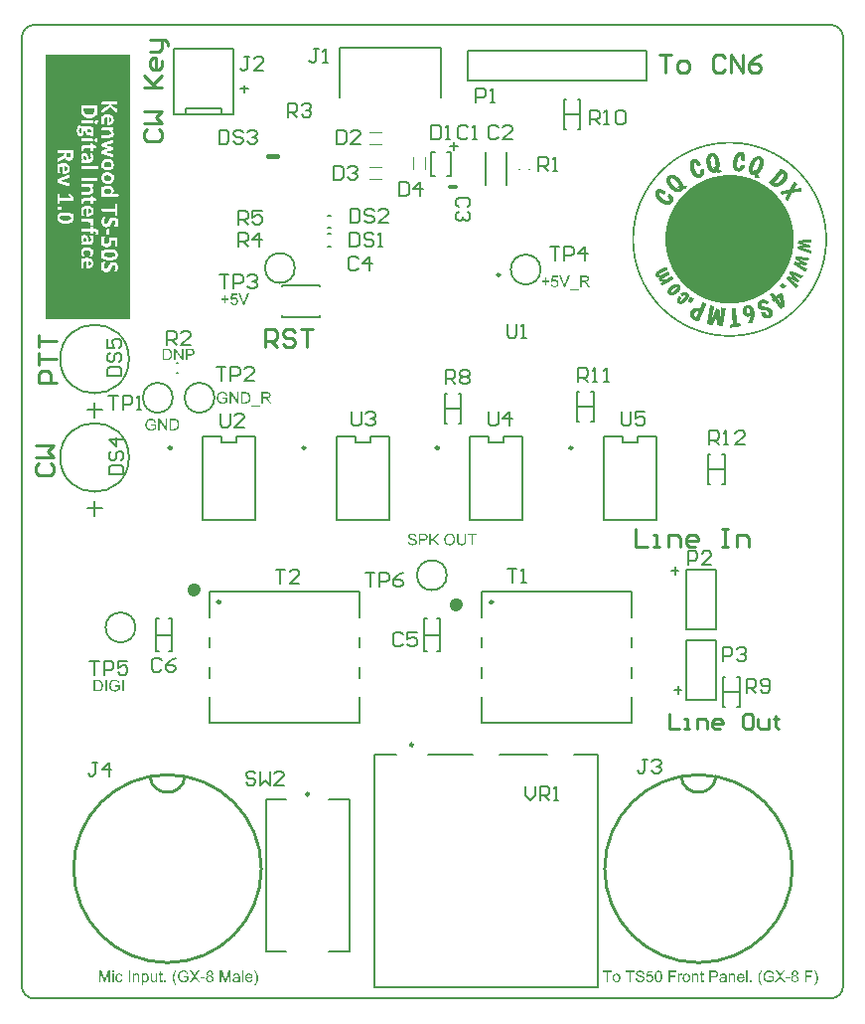
<source format=gto>
G04*
G04 #@! TF.GenerationSoftware,Altium Limited,Altium Designer,20.0.10 (225)*
G04*
G04 Layer_Color=65535*
%FSLAX25Y25*%
%MOIN*%
G70*
G01*
G75*
%ADD10C,0.00787*%
%ADD11C,0.01000*%
%ADD12C,0.00984*%
%ADD13C,0.00591*%
%ADD14C,0.00197*%
%ADD15C,0.00600*%
%ADD16C,0.01575*%
%ADD17C,0.03937*%
%ADD18C,0.01181*%
%ADD19C,0.00709*%
G36*
X390062Y1523772D02*
X390923D01*
Y1523733D01*
X391510D01*
Y1523694D01*
X391940D01*
Y1523655D01*
X392370D01*
Y1523616D01*
X392722D01*
Y1523577D01*
X393035D01*
Y1523538D01*
X393348D01*
Y1523498D01*
X393621D01*
Y1523459D01*
X393895D01*
Y1523420D01*
X394130D01*
Y1523381D01*
X394365D01*
Y1523342D01*
X394599D01*
Y1523303D01*
X394834D01*
Y1523264D01*
X395029D01*
Y1523225D01*
X395225D01*
Y1523186D01*
X395421D01*
Y1523146D01*
X395616D01*
Y1523107D01*
X395812D01*
Y1523068D01*
X395968D01*
Y1523029D01*
X396164D01*
Y1522990D01*
X396359D01*
Y1522951D01*
X396516D01*
Y1522912D01*
X396672D01*
Y1522873D01*
X396829D01*
Y1522834D01*
X396985D01*
Y1522795D01*
X397141D01*
Y1522755D01*
X397298D01*
Y1522716D01*
X397415D01*
Y1522677D01*
X397572D01*
Y1522638D01*
X397728D01*
Y1522599D01*
X397845D01*
Y1522560D01*
X398002D01*
Y1522521D01*
X398119D01*
Y1522482D01*
X398276D01*
Y1522443D01*
X398393D01*
Y1522403D01*
X398510D01*
Y1522364D01*
X398667D01*
Y1522325D01*
X398784D01*
Y1522286D01*
X398901D01*
Y1522247D01*
X399019D01*
Y1522208D01*
X399136D01*
Y1522169D01*
X399253D01*
Y1522130D01*
X399371D01*
Y1522091D01*
X399488D01*
Y1522051D01*
X399605D01*
Y1522012D01*
X399723D01*
Y1521973D01*
X399840D01*
Y1521934D01*
X399918D01*
Y1521895D01*
X400035D01*
Y1521856D01*
X400153D01*
Y1521817D01*
X400270D01*
Y1521778D01*
X400348D01*
Y1521739D01*
X400466D01*
Y1521699D01*
X400583D01*
Y1521660D01*
X400661D01*
Y1521621D01*
X400779D01*
Y1521582D01*
X400896D01*
Y1521543D01*
X400974D01*
Y1521504D01*
X401091D01*
Y1521465D01*
X401170D01*
Y1521426D01*
X401248D01*
Y1521387D01*
X401365D01*
Y1521347D01*
X401443D01*
Y1521308D01*
X401561D01*
Y1521269D01*
X401639D01*
Y1521230D01*
X401717D01*
Y1521191D01*
X401835D01*
Y1521152D01*
X401913D01*
Y1521113D01*
X401991D01*
Y1521074D01*
X402108D01*
Y1521035D01*
X402187D01*
Y1520995D01*
X402265D01*
Y1520956D01*
X402382D01*
Y1520917D01*
X402460D01*
Y1520878D01*
X402539D01*
Y1520839D01*
X402617D01*
Y1520800D01*
X402695D01*
Y1520761D01*
X402773D01*
Y1520722D01*
X402851D01*
Y1520683D01*
X402969D01*
Y1520643D01*
X403047D01*
Y1520604D01*
X403125D01*
Y1520565D01*
X403203D01*
Y1520526D01*
X403282D01*
Y1520487D01*
X403360D01*
Y1520448D01*
X403438D01*
Y1520409D01*
X403516D01*
Y1520370D01*
X403594D01*
Y1520331D01*
X403673D01*
Y1520291D01*
X403751D01*
Y1520252D01*
X403829D01*
Y1520213D01*
X403907D01*
Y1520174D01*
X403986D01*
Y1520135D01*
X404064D01*
Y1520096D01*
X404103D01*
Y1520057D01*
X404181D01*
Y1520018D01*
X404259D01*
Y1519979D01*
X404338D01*
Y1519939D01*
X404416D01*
Y1519900D01*
X404494D01*
Y1519861D01*
X404572D01*
Y1519822D01*
X404650D01*
Y1519783D01*
X404690D01*
Y1519744D01*
X404768D01*
Y1519705D01*
X404846D01*
Y1519666D01*
X404924D01*
Y1519627D01*
X404963D01*
Y1519587D01*
X405042D01*
Y1519548D01*
X405120D01*
Y1519509D01*
X405198D01*
Y1519470D01*
X405276D01*
Y1519431D01*
X405315D01*
Y1519392D01*
X405394D01*
Y1519353D01*
X405472D01*
Y1519314D01*
X405511D01*
Y1519275D01*
X405589D01*
Y1519236D01*
X405667D01*
Y1519196D01*
X405707D01*
Y1519157D01*
X405785D01*
Y1519118D01*
X405863D01*
Y1519079D01*
X405902D01*
Y1519040D01*
X405980D01*
Y1519001D01*
X406059D01*
Y1518962D01*
X406098D01*
Y1518923D01*
X406176D01*
Y1518884D01*
X406215D01*
Y1518844D01*
X406293D01*
Y1518805D01*
X406371D01*
Y1518766D01*
X406410D01*
Y1518727D01*
X406489D01*
Y1518688D01*
X406528D01*
Y1518649D01*
X406606D01*
Y1518610D01*
X406645D01*
Y1518571D01*
X406723D01*
Y1518532D01*
X406802D01*
Y1518492D01*
X406841D01*
Y1518453D01*
X406919D01*
Y1518414D01*
X406958D01*
Y1518375D01*
X407036D01*
Y1518336D01*
X407075D01*
Y1518297D01*
X407154D01*
Y1518258D01*
X407193D01*
Y1518219D01*
X407271D01*
Y1518180D01*
X407310D01*
Y1518140D01*
X407349D01*
Y1518101D01*
X407427D01*
Y1518062D01*
X407466D01*
Y1518023D01*
X407545D01*
Y1517984D01*
X407584D01*
Y1517945D01*
X407662D01*
Y1517906D01*
X407701D01*
Y1517867D01*
X407779D01*
Y1517828D01*
X407818D01*
Y1517788D01*
X407858D01*
Y1517749D01*
X407936D01*
Y1517710D01*
X407975D01*
Y1517671D01*
X408053D01*
Y1517632D01*
X408092D01*
Y1517593D01*
X408131D01*
Y1517554D01*
X408210D01*
Y1517515D01*
X408249D01*
Y1517476D01*
X408288D01*
Y1517436D01*
X408366D01*
Y1517397D01*
X408405D01*
Y1517358D01*
X408483D01*
Y1517319D01*
X408522D01*
Y1517280D01*
X408562D01*
Y1517241D01*
X408601D01*
Y1517202D01*
X408679D01*
Y1517163D01*
X408718D01*
Y1517124D01*
X408757D01*
Y1517084D01*
X408796D01*
Y1517045D01*
X408874D01*
Y1517006D01*
X408914D01*
Y1516967D01*
X408953D01*
Y1516928D01*
X409031D01*
Y1516889D01*
X409070D01*
Y1516850D01*
X409109D01*
Y1516811D01*
X409148D01*
Y1516772D01*
X409226D01*
Y1516732D01*
X409266D01*
Y1516693D01*
X409305D01*
Y1516654D01*
X409344D01*
Y1516615D01*
X409422D01*
Y1516576D01*
X409461D01*
Y1516537D01*
X409500D01*
Y1516498D01*
X409578D01*
Y1516459D01*
X409618D01*
Y1516420D01*
X409657D01*
Y1516380D01*
X409696D01*
Y1516341D01*
X409774D01*
Y1516302D01*
X409813D01*
Y1516263D01*
X409852D01*
Y1516224D01*
X409891D01*
Y1516185D01*
X409930D01*
Y1516146D01*
X409969D01*
Y1516107D01*
X410008D01*
Y1516068D01*
X410087D01*
Y1516028D01*
X410126D01*
Y1515989D01*
X410165D01*
Y1515950D01*
X410204D01*
Y1515911D01*
X410243D01*
Y1515872D01*
X410282D01*
Y1515833D01*
X410360D01*
Y1515794D01*
X410400D01*
Y1515755D01*
X410439D01*
Y1515716D01*
X410478D01*
Y1515676D01*
X410517D01*
Y1515637D01*
X410556D01*
Y1515598D01*
X410595D01*
Y1515559D01*
X410673D01*
Y1515520D01*
X410712D01*
Y1515481D01*
X410752D01*
Y1515442D01*
X410791D01*
Y1515403D01*
X410830D01*
Y1515364D01*
X410869D01*
Y1515324D01*
X410947D01*
Y1515285D01*
X410986D01*
Y1515246D01*
X411025D01*
Y1515207D01*
X411064D01*
Y1515168D01*
X411104D01*
Y1515129D01*
X411143D01*
Y1515090D01*
X411182D01*
Y1515051D01*
X411221D01*
Y1515012D01*
X411260D01*
Y1514972D01*
X411299D01*
Y1514933D01*
X411338D01*
Y1514894D01*
X411377D01*
Y1514855D01*
X411416D01*
Y1514816D01*
X411456D01*
Y1514777D01*
X411495D01*
Y1514738D01*
X411534D01*
Y1514699D01*
X411573D01*
Y1514660D01*
X411612D01*
Y1514620D01*
X411651D01*
Y1514581D01*
X411690D01*
Y1514542D01*
X411768D01*
Y1514503D01*
X411808D01*
Y1514464D01*
X411847D01*
Y1514425D01*
X411886D01*
Y1514386D01*
X411925D01*
Y1514347D01*
X411964D01*
Y1514308D01*
X412003D01*
Y1514268D01*
X412042D01*
Y1514229D01*
X412081D01*
Y1514190D01*
X412120D01*
Y1514151D01*
X412160D01*
Y1514112D01*
X412199D01*
Y1514073D01*
X412238D01*
Y1514034D01*
X412277D01*
Y1513995D01*
X412316D01*
Y1513956D01*
Y1513916D01*
X412355D01*
Y1513877D01*
X412394D01*
Y1513838D01*
X412433D01*
Y1513799D01*
X412472D01*
Y1513760D01*
X412512D01*
Y1513721D01*
X412551D01*
Y1513682D01*
X412590D01*
Y1513643D01*
X412629D01*
Y1513604D01*
X412668D01*
Y1513564D01*
X412707D01*
Y1513525D01*
X412746D01*
Y1513486D01*
X412785D01*
Y1513447D01*
X412824D01*
Y1513408D01*
X412864D01*
Y1513369D01*
X412903D01*
Y1513330D01*
X412942D01*
Y1513291D01*
X412981D01*
Y1513252D01*
X413020D01*
Y1513213D01*
X413059D01*
Y1513173D01*
X413098D01*
Y1513134D01*
X413137D01*
Y1513095D01*
Y1513056D01*
X413176D01*
Y1513017D01*
X413215D01*
Y1512978D01*
X413255D01*
Y1512939D01*
X413294D01*
Y1512900D01*
X413333D01*
Y1512861D01*
X413372D01*
Y1512821D01*
Y1512782D01*
X413411D01*
Y1512743D01*
X413450D01*
Y1512704D01*
X413489D01*
Y1512665D01*
X413528D01*
Y1512626D01*
X413567D01*
Y1512587D01*
X413607D01*
Y1512548D01*
X413646D01*
Y1512509D01*
Y1512469D01*
X413685D01*
Y1512430D01*
X413724D01*
Y1512391D01*
X413763D01*
Y1512352D01*
X413802D01*
Y1512313D01*
X413841D01*
Y1512274D01*
X413880D01*
Y1512235D01*
Y1512196D01*
X413919D01*
Y1512157D01*
X413959D01*
Y1512117D01*
X413998D01*
Y1512078D01*
X414037D01*
Y1512039D01*
X414076D01*
Y1512000D01*
X414115D01*
Y1511961D01*
X414154D01*
Y1511922D01*
Y1511883D01*
X414193D01*
Y1511844D01*
X414232D01*
Y1511805D01*
X414271D01*
Y1511765D01*
Y1511726D01*
X414311D01*
Y1511687D01*
X414350D01*
Y1511648D01*
X414389D01*
Y1511609D01*
X414428D01*
Y1511570D01*
Y1511531D01*
X414467D01*
Y1511492D01*
X414506D01*
Y1511453D01*
X414545D01*
Y1511413D01*
X414584D01*
Y1511374D01*
Y1511335D01*
X414623D01*
Y1511296D01*
X414663D01*
Y1511257D01*
X414702D01*
Y1511218D01*
Y1511179D01*
X414741D01*
Y1511140D01*
X414780D01*
Y1511101D01*
X414819D01*
Y1511061D01*
X414858D01*
Y1511022D01*
Y1510983D01*
X414897D01*
Y1510944D01*
X414936D01*
Y1510905D01*
X414976D01*
Y1510866D01*
X415015D01*
Y1510827D01*
Y1510788D01*
X415054D01*
Y1510749D01*
X415093D01*
Y1510709D01*
X415132D01*
Y1510670D01*
Y1510631D01*
X415171D01*
Y1510592D01*
X415210D01*
Y1510553D01*
X415249D01*
Y1510514D01*
Y1510475D01*
X415288D01*
Y1510436D01*
X415328D01*
Y1510397D01*
X415367D01*
Y1510357D01*
Y1510318D01*
X415406D01*
Y1510279D01*
X415445D01*
Y1510240D01*
Y1510201D01*
X415484D01*
Y1510162D01*
X415523D01*
Y1510123D01*
X415562D01*
Y1510084D01*
Y1510045D01*
X415601D01*
Y1510005D01*
X415640D01*
Y1509966D01*
Y1509927D01*
X415680D01*
Y1509888D01*
X415719D01*
Y1509849D01*
X415758D01*
Y1509810D01*
Y1509771D01*
X415797D01*
Y1509732D01*
X415836D01*
Y1509693D01*
Y1509654D01*
X415875D01*
Y1509614D01*
X415914D01*
Y1509575D01*
Y1509536D01*
X415953D01*
Y1509497D01*
X415992D01*
Y1509458D01*
Y1509419D01*
X416032D01*
Y1509380D01*
X416071D01*
Y1509341D01*
Y1509302D01*
X416110D01*
Y1509262D01*
X416149D01*
Y1509223D01*
Y1509184D01*
X416188D01*
Y1509145D01*
X416227D01*
Y1509106D01*
Y1509067D01*
X416266D01*
Y1509028D01*
X416305D01*
Y1508989D01*
Y1508950D01*
X416344D01*
Y1508910D01*
X416383D01*
Y1508871D01*
Y1508832D01*
X416423D01*
Y1508793D01*
X416462D01*
Y1508754D01*
Y1508715D01*
X416501D01*
Y1508676D01*
X416540D01*
Y1508637D01*
Y1508598D01*
X416579D01*
Y1508558D01*
Y1508519D01*
X416618D01*
Y1508480D01*
X416657D01*
Y1508441D01*
Y1508402D01*
X416696D01*
Y1508363D01*
X416735D01*
Y1508324D01*
Y1508285D01*
X416775D01*
Y1508246D01*
Y1508206D01*
X416814D01*
Y1508167D01*
X416853D01*
Y1508128D01*
Y1508089D01*
X416892D01*
Y1508050D01*
X416931D01*
Y1508011D01*
Y1507972D01*
X416970D01*
Y1507933D01*
Y1507894D01*
X417009D01*
Y1507854D01*
Y1507815D01*
X417048D01*
Y1507776D01*
X417087D01*
Y1507737D01*
Y1507698D01*
X417127D01*
Y1507659D01*
Y1507620D01*
X417166D01*
Y1507581D01*
X417205D01*
Y1507542D01*
Y1507502D01*
X417244D01*
Y1507463D01*
Y1507424D01*
X417283D01*
Y1507385D01*
X417322D01*
Y1507346D01*
Y1507307D01*
X417361D01*
Y1507268D01*
Y1507229D01*
X417400D01*
Y1507190D01*
Y1507150D01*
X417439D01*
Y1507111D01*
Y1507072D01*
X417479D01*
Y1507033D01*
X417518D01*
Y1506994D01*
Y1506955D01*
X417557D01*
Y1506916D01*
Y1506877D01*
X417596D01*
Y1506838D01*
Y1506798D01*
X417635D01*
Y1506759D01*
Y1506720D01*
X417674D01*
Y1506681D01*
X417713D01*
Y1506642D01*
Y1506603D01*
X417752D01*
Y1506564D01*
Y1506525D01*
X417791D01*
Y1506486D01*
Y1506447D01*
X417831D01*
Y1506407D01*
Y1506368D01*
X417870D01*
Y1506329D01*
Y1506290D01*
X417909D01*
Y1506251D01*
Y1506212D01*
X417948D01*
Y1506173D01*
Y1506134D01*
X417987D01*
Y1506095D01*
Y1506056D01*
X418026D01*
Y1506016D01*
X418065D01*
Y1505977D01*
Y1505938D01*
X418104D01*
Y1505899D01*
Y1505860D01*
X418143D01*
Y1505821D01*
Y1505782D01*
Y1505743D01*
X418183D01*
Y1505704D01*
Y1505664D01*
X418222D01*
Y1505625D01*
Y1505586D01*
X418261D01*
Y1505547D01*
Y1505508D01*
X418300D01*
Y1505469D01*
Y1505430D01*
X418339D01*
Y1505391D01*
Y1505352D01*
X418378D01*
Y1505312D01*
Y1505273D01*
X418417D01*
Y1505234D01*
Y1505195D01*
X418456D01*
Y1505156D01*
Y1505117D01*
X418495D01*
Y1505078D01*
Y1505039D01*
X418535D01*
Y1505000D01*
Y1504960D01*
X418574D01*
Y1504921D01*
Y1504882D01*
X418613D01*
Y1504843D01*
Y1504804D01*
X418652D01*
Y1504765D01*
Y1504726D01*
Y1504687D01*
X418691D01*
Y1504648D01*
Y1504608D01*
X418730D01*
Y1504569D01*
Y1504530D01*
X418769D01*
Y1504491D01*
Y1504452D01*
X418808D01*
Y1504413D01*
Y1504374D01*
Y1504335D01*
X418847D01*
Y1504296D01*
Y1504256D01*
X418887D01*
Y1504217D01*
Y1504178D01*
X418926D01*
Y1504139D01*
Y1504100D01*
X418965D01*
Y1504061D01*
Y1504022D01*
Y1503983D01*
X419004D01*
Y1503944D01*
Y1503904D01*
X419043D01*
Y1503865D01*
Y1503826D01*
X419082D01*
Y1503787D01*
Y1503748D01*
Y1503709D01*
X419121D01*
Y1503670D01*
Y1503631D01*
X419160D01*
Y1503592D01*
Y1503552D01*
Y1503513D01*
X419199D01*
Y1503474D01*
Y1503435D01*
X419239D01*
Y1503396D01*
Y1503357D01*
Y1503318D01*
X419278D01*
Y1503279D01*
Y1503240D01*
X419317D01*
Y1503200D01*
Y1503161D01*
X419356D01*
Y1503122D01*
Y1503083D01*
Y1503044D01*
X419395D01*
Y1503005D01*
Y1502966D01*
Y1502927D01*
X419434D01*
Y1502888D01*
Y1502849D01*
X419473D01*
Y1502809D01*
Y1502770D01*
Y1502731D01*
X419512D01*
Y1502692D01*
Y1502653D01*
Y1502614D01*
X419551D01*
Y1502575D01*
Y1502536D01*
X419590D01*
Y1502497D01*
Y1502457D01*
Y1502418D01*
X419630D01*
Y1502379D01*
Y1502340D01*
Y1502301D01*
X419669D01*
Y1502262D01*
Y1502223D01*
X419708D01*
Y1502184D01*
Y1502145D01*
Y1502105D01*
X419747D01*
Y1502066D01*
Y1502027D01*
Y1501988D01*
X419786D01*
Y1501949D01*
Y1501910D01*
Y1501871D01*
X419825D01*
Y1501832D01*
Y1501793D01*
Y1501753D01*
X419864D01*
Y1501714D01*
Y1501675D01*
Y1501636D01*
X419903D01*
Y1501597D01*
Y1501558D01*
Y1501519D01*
X419942D01*
Y1501480D01*
Y1501441D01*
Y1501401D01*
X419981D01*
Y1501362D01*
Y1501323D01*
Y1501284D01*
X420021D01*
Y1501245D01*
Y1501206D01*
Y1501167D01*
X420060D01*
Y1501128D01*
Y1501089D01*
Y1501049D01*
X420099D01*
Y1501010D01*
Y1500971D01*
Y1500932D01*
X420138D01*
Y1500893D01*
Y1500854D01*
Y1500815D01*
X420177D01*
Y1500776D01*
Y1500737D01*
Y1500697D01*
Y1500658D01*
X420216D01*
Y1500619D01*
Y1500580D01*
Y1500541D01*
X420255D01*
Y1500502D01*
Y1500463D01*
Y1500424D01*
X420294D01*
Y1500385D01*
Y1500345D01*
Y1500306D01*
Y1500267D01*
X420333D01*
Y1500228D01*
Y1500189D01*
Y1500150D01*
X420373D01*
Y1500111D01*
Y1500072D01*
Y1500033D01*
Y1499993D01*
X420412D01*
Y1499954D01*
Y1499915D01*
Y1499876D01*
X420451D01*
Y1499837D01*
Y1499798D01*
Y1499759D01*
Y1499720D01*
X420490D01*
Y1499681D01*
Y1499641D01*
Y1499602D01*
Y1499563D01*
X420529D01*
Y1499524D01*
Y1499485D01*
Y1499446D01*
X420568D01*
Y1499407D01*
Y1499368D01*
Y1499329D01*
Y1499290D01*
X420607D01*
Y1499250D01*
Y1499211D01*
Y1499172D01*
Y1499133D01*
X420646D01*
Y1499094D01*
Y1499055D01*
Y1499016D01*
Y1498977D01*
X420685D01*
Y1498938D01*
Y1498898D01*
Y1498859D01*
Y1498820D01*
X420725D01*
Y1498781D01*
Y1498742D01*
Y1498703D01*
Y1498664D01*
X420764D01*
Y1498625D01*
Y1498586D01*
Y1498546D01*
Y1498507D01*
Y1498468D01*
X420803D01*
Y1498429D01*
Y1498390D01*
Y1498351D01*
Y1498312D01*
X420842D01*
Y1498273D01*
Y1498234D01*
Y1498194D01*
Y1498155D01*
Y1498116D01*
X420881D01*
Y1498077D01*
Y1498038D01*
Y1497999D01*
Y1497960D01*
X420920D01*
Y1497921D01*
Y1497882D01*
Y1497842D01*
Y1497803D01*
Y1497764D01*
X420959D01*
Y1497725D01*
Y1497686D01*
Y1497647D01*
Y1497608D01*
Y1497569D01*
X420998D01*
Y1497530D01*
Y1497490D01*
Y1497451D01*
Y1497412D01*
Y1497373D01*
X421037D01*
Y1497334D01*
Y1497295D01*
Y1497256D01*
Y1497217D01*
Y1497178D01*
Y1497138D01*
X421077D01*
Y1497099D01*
Y1497060D01*
Y1497021D01*
Y1496982D01*
Y1496943D01*
X421116D01*
Y1496904D01*
Y1496865D01*
Y1496826D01*
Y1496786D01*
Y1496747D01*
Y1496708D01*
X421155D01*
Y1496669D01*
Y1496630D01*
Y1496591D01*
Y1496552D01*
Y1496513D01*
Y1496474D01*
X421194D01*
Y1496434D01*
Y1496395D01*
Y1496356D01*
Y1496317D01*
Y1496278D01*
Y1496239D01*
X421233D01*
Y1496200D01*
Y1496161D01*
Y1496122D01*
Y1496082D01*
Y1496043D01*
Y1496004D01*
X421272D01*
Y1495965D01*
Y1495926D01*
Y1495887D01*
Y1495848D01*
Y1495809D01*
Y1495770D01*
Y1495730D01*
X421311D01*
Y1495691D01*
Y1495652D01*
Y1495613D01*
Y1495574D01*
Y1495535D01*
Y1495496D01*
Y1495457D01*
Y1495418D01*
X421350D01*
Y1495378D01*
Y1495339D01*
Y1495300D01*
Y1495261D01*
Y1495222D01*
Y1495183D01*
Y1495144D01*
Y1495105D01*
X421389D01*
Y1495066D01*
Y1495026D01*
Y1494987D01*
Y1494948D01*
Y1494909D01*
Y1494870D01*
Y1494831D01*
Y1494792D01*
X421429D01*
Y1494753D01*
Y1494714D01*
Y1494674D01*
Y1494635D01*
Y1494596D01*
Y1494557D01*
Y1494518D01*
Y1494479D01*
Y1494440D01*
X421468D01*
Y1494401D01*
Y1494362D01*
Y1494322D01*
Y1494283D01*
Y1494244D01*
Y1494205D01*
Y1494166D01*
Y1494127D01*
Y1494088D01*
Y1494049D01*
Y1494010D01*
Y1493970D01*
X421507D01*
Y1493931D01*
Y1493892D01*
Y1493853D01*
Y1493814D01*
Y1493775D01*
Y1493736D01*
Y1493697D01*
Y1493658D01*
Y1493618D01*
Y1493579D01*
Y1493540D01*
Y1493501D01*
X421546D01*
Y1493462D01*
Y1493423D01*
Y1493384D01*
Y1493345D01*
Y1493306D01*
Y1493266D01*
Y1493227D01*
Y1493188D01*
Y1493149D01*
Y1493110D01*
Y1493071D01*
Y1493032D01*
Y1492993D01*
Y1492954D01*
Y1492915D01*
Y1492875D01*
X421585D01*
Y1492836D01*
Y1492797D01*
Y1492758D01*
Y1492719D01*
Y1492680D01*
Y1492641D01*
Y1492602D01*
Y1492563D01*
Y1492523D01*
Y1492484D01*
Y1492445D01*
Y1492406D01*
Y1492367D01*
Y1492328D01*
Y1492289D01*
Y1492250D01*
Y1492211D01*
Y1492171D01*
Y1492132D01*
Y1492093D01*
Y1492054D01*
Y1492015D01*
Y1491976D01*
Y1491937D01*
Y1491898D01*
Y1491859D01*
Y1491819D01*
Y1491780D01*
Y1491741D01*
X421624D01*
Y1491702D01*
Y1491663D01*
Y1491624D01*
Y1491585D01*
Y1491546D01*
Y1491507D01*
Y1491467D01*
Y1491428D01*
Y1491389D01*
Y1491350D01*
Y1491311D01*
Y1491272D01*
Y1491233D01*
Y1491194D01*
Y1491155D01*
Y1491115D01*
Y1491076D01*
Y1491037D01*
Y1490998D01*
Y1490959D01*
Y1490920D01*
Y1490881D01*
Y1490842D01*
Y1490803D01*
Y1490763D01*
Y1490724D01*
Y1490685D01*
Y1490646D01*
Y1490607D01*
Y1490568D01*
Y1490529D01*
X421585D01*
Y1490490D01*
Y1490451D01*
Y1490411D01*
Y1490372D01*
Y1490333D01*
Y1490294D01*
Y1490255D01*
Y1490216D01*
Y1490177D01*
Y1490138D01*
Y1490099D01*
Y1490059D01*
Y1490020D01*
Y1489981D01*
Y1489942D01*
Y1489903D01*
Y1489864D01*
Y1489825D01*
Y1489786D01*
Y1489747D01*
Y1489708D01*
Y1489668D01*
Y1489629D01*
Y1489590D01*
Y1489551D01*
Y1489512D01*
Y1489473D01*
Y1489434D01*
Y1489395D01*
X421546D01*
Y1489356D01*
Y1489316D01*
Y1489277D01*
Y1489238D01*
Y1489199D01*
Y1489160D01*
Y1489121D01*
Y1489082D01*
Y1489043D01*
Y1489004D01*
Y1488964D01*
Y1488925D01*
Y1488886D01*
Y1488847D01*
Y1488808D01*
Y1488769D01*
X421507D01*
Y1488730D01*
Y1488691D01*
Y1488652D01*
Y1488612D01*
Y1488573D01*
Y1488534D01*
Y1488495D01*
Y1488456D01*
Y1488417D01*
Y1488378D01*
Y1488339D01*
Y1488300D01*
X421468D01*
Y1488260D01*
Y1488221D01*
Y1488182D01*
Y1488143D01*
Y1488104D01*
Y1488065D01*
Y1488026D01*
Y1487987D01*
Y1487948D01*
Y1487908D01*
Y1487869D01*
X421429D01*
Y1487830D01*
Y1487791D01*
Y1487752D01*
Y1487713D01*
Y1487674D01*
Y1487635D01*
Y1487596D01*
Y1487556D01*
Y1487517D01*
Y1487478D01*
X421389D01*
Y1487439D01*
Y1487400D01*
Y1487361D01*
Y1487322D01*
Y1487283D01*
Y1487244D01*
Y1487204D01*
Y1487165D01*
X421350D01*
Y1487126D01*
Y1487087D01*
Y1487048D01*
Y1487009D01*
Y1486970D01*
Y1486931D01*
Y1486892D01*
Y1486852D01*
X421311D01*
Y1486813D01*
Y1486774D01*
Y1486735D01*
Y1486696D01*
Y1486657D01*
Y1486618D01*
Y1486579D01*
X421272D01*
Y1486540D01*
Y1486500D01*
Y1486461D01*
Y1486422D01*
Y1486383D01*
Y1486344D01*
Y1486305D01*
Y1486266D01*
X421233D01*
Y1486227D01*
Y1486188D01*
Y1486149D01*
Y1486109D01*
Y1486070D01*
Y1486031D01*
X421194D01*
Y1485992D01*
Y1485953D01*
Y1485914D01*
Y1485875D01*
Y1485836D01*
Y1485797D01*
X421155D01*
Y1485758D01*
Y1485718D01*
Y1485679D01*
Y1485640D01*
Y1485601D01*
Y1485562D01*
X421116D01*
Y1485523D01*
Y1485484D01*
Y1485445D01*
Y1485406D01*
Y1485366D01*
Y1485327D01*
X421077D01*
Y1485288D01*
Y1485249D01*
Y1485210D01*
Y1485171D01*
Y1485132D01*
X421037D01*
Y1485093D01*
Y1485054D01*
Y1485014D01*
Y1484975D01*
Y1484936D01*
X420998D01*
Y1484897D01*
Y1484858D01*
Y1484819D01*
Y1484780D01*
Y1484741D01*
Y1484702D01*
X420959D01*
Y1484662D01*
Y1484623D01*
Y1484584D01*
Y1484545D01*
Y1484506D01*
X420920D01*
Y1484467D01*
Y1484428D01*
Y1484389D01*
Y1484350D01*
X420881D01*
Y1484310D01*
Y1484271D01*
Y1484232D01*
Y1484193D01*
Y1484154D01*
X420842D01*
Y1484115D01*
Y1484076D01*
Y1484037D01*
Y1483998D01*
Y1483958D01*
X420803D01*
Y1483919D01*
Y1483880D01*
Y1483841D01*
Y1483802D01*
X420764D01*
Y1483763D01*
Y1483724D01*
Y1483685D01*
Y1483646D01*
X420725D01*
Y1483606D01*
Y1483567D01*
Y1483528D01*
Y1483489D01*
X420685D01*
Y1483450D01*
Y1483411D01*
Y1483372D01*
Y1483333D01*
Y1483294D01*
X420646D01*
Y1483254D01*
Y1483215D01*
Y1483176D01*
Y1483137D01*
X420607D01*
Y1483098D01*
Y1483059D01*
Y1483020D01*
Y1482981D01*
X420568D01*
Y1482942D01*
Y1482902D01*
Y1482863D01*
X420529D01*
Y1482824D01*
Y1482785D01*
Y1482746D01*
Y1482707D01*
X420490D01*
Y1482668D01*
Y1482629D01*
Y1482590D01*
Y1482550D01*
X420451D01*
Y1482511D01*
Y1482472D01*
Y1482433D01*
Y1482394D01*
X420412D01*
Y1482355D01*
Y1482316D01*
Y1482277D01*
X420373D01*
Y1482238D01*
Y1482199D01*
Y1482159D01*
Y1482120D01*
X420333D01*
Y1482081D01*
Y1482042D01*
Y1482003D01*
X420294D01*
Y1481964D01*
Y1481925D01*
Y1481886D01*
Y1481847D01*
X420255D01*
Y1481807D01*
Y1481768D01*
Y1481729D01*
X420216D01*
Y1481690D01*
Y1481651D01*
Y1481612D01*
X420177D01*
Y1481573D01*
Y1481534D01*
Y1481495D01*
Y1481455D01*
X420138D01*
Y1481416D01*
Y1481377D01*
Y1481338D01*
X420099D01*
Y1481299D01*
Y1481260D01*
Y1481221D01*
X420060D01*
Y1481182D01*
Y1481143D01*
Y1481103D01*
X420021D01*
Y1481064D01*
Y1481025D01*
Y1480986D01*
X419981D01*
Y1480947D01*
Y1480908D01*
Y1480869D01*
X419942D01*
Y1480830D01*
Y1480791D01*
Y1480751D01*
X419903D01*
Y1480712D01*
Y1480673D01*
Y1480634D01*
X419864D01*
Y1480595D01*
Y1480556D01*
Y1480517D01*
X419825D01*
Y1480478D01*
Y1480439D01*
Y1480399D01*
X419786D01*
Y1480360D01*
Y1480321D01*
Y1480282D01*
X419747D01*
Y1480243D01*
Y1480204D01*
Y1480165D01*
X419708D01*
Y1480126D01*
Y1480087D01*
X419669D01*
Y1480047D01*
Y1480008D01*
Y1479969D01*
X419630D01*
Y1479930D01*
Y1479891D01*
Y1479852D01*
X419590D01*
Y1479813D01*
Y1479774D01*
Y1479735D01*
X419551D01*
Y1479695D01*
Y1479656D01*
X419512D01*
Y1479617D01*
Y1479578D01*
Y1479539D01*
X419473D01*
Y1479500D01*
Y1479461D01*
X419434D01*
Y1479422D01*
Y1479383D01*
Y1479343D01*
X419395D01*
Y1479304D01*
Y1479265D01*
Y1479226D01*
X419356D01*
Y1479187D01*
Y1479148D01*
X419317D01*
Y1479109D01*
Y1479070D01*
Y1479031D01*
X419278D01*
Y1478992D01*
Y1478952D01*
X419239D01*
Y1478913D01*
Y1478874D01*
Y1478835D01*
X419199D01*
Y1478796D01*
Y1478757D01*
X419160D01*
Y1478718D01*
Y1478679D01*
Y1478640D01*
X419121D01*
Y1478600D01*
Y1478561D01*
X419082D01*
Y1478522D01*
Y1478483D01*
X419043D01*
Y1478444D01*
Y1478405D01*
Y1478366D01*
X419004D01*
Y1478327D01*
Y1478288D01*
X418965D01*
Y1478248D01*
Y1478209D01*
X418926D01*
Y1478170D01*
Y1478131D01*
Y1478092D01*
X418887D01*
Y1478053D01*
Y1478014D01*
X418847D01*
Y1477975D01*
Y1477936D01*
X418808D01*
Y1477896D01*
Y1477857D01*
Y1477818D01*
X418769D01*
Y1477779D01*
Y1477740D01*
X418730D01*
Y1477701D01*
Y1477662D01*
X418691D01*
Y1477623D01*
Y1477584D01*
X418652D01*
Y1477544D01*
Y1477505D01*
X418613D01*
Y1477466D01*
Y1477427D01*
X418574D01*
Y1477388D01*
Y1477349D01*
Y1477310D01*
X418535D01*
Y1477271D01*
Y1477232D01*
X418495D01*
Y1477192D01*
Y1477153D01*
X418456D01*
Y1477114D01*
Y1477075D01*
X418417D01*
Y1477036D01*
Y1476997D01*
X418378D01*
Y1476958D01*
Y1476919D01*
X418339D01*
Y1476880D01*
Y1476840D01*
X418300D01*
Y1476801D01*
Y1476762D01*
X418261D01*
Y1476723D01*
Y1476684D01*
X418222D01*
Y1476645D01*
Y1476606D01*
X418183D01*
Y1476567D01*
Y1476528D01*
X418143D01*
Y1476488D01*
Y1476449D01*
X418104D01*
Y1476410D01*
Y1476371D01*
X418065D01*
Y1476332D01*
Y1476293D01*
X418026D01*
Y1476254D01*
Y1476215D01*
X417987D01*
Y1476175D01*
Y1476136D01*
X417948D01*
Y1476097D01*
Y1476058D01*
X417909D01*
Y1476019D01*
Y1475980D01*
X417870D01*
Y1475941D01*
Y1475902D01*
X417831D01*
Y1475863D01*
Y1475824D01*
X417791D01*
Y1475784D01*
Y1475745D01*
X417752D01*
Y1475706D01*
Y1475667D01*
X417713D01*
Y1475628D01*
X417674D01*
Y1475589D01*
Y1475550D01*
X417635D01*
Y1475511D01*
Y1475472D01*
X417596D01*
Y1475432D01*
Y1475393D01*
X417557D01*
Y1475354D01*
Y1475315D01*
X417518D01*
Y1475276D01*
X417479D01*
Y1475237D01*
Y1475198D01*
X417439D01*
Y1475159D01*
Y1475120D01*
X417400D01*
Y1475080D01*
Y1475041D01*
X417361D01*
Y1475002D01*
Y1474963D01*
X417322D01*
Y1474924D01*
X417283D01*
Y1474885D01*
Y1474846D01*
X417244D01*
Y1474807D01*
Y1474768D01*
X417205D01*
Y1474728D01*
X417166D01*
Y1474689D01*
Y1474650D01*
X417127D01*
Y1474611D01*
Y1474572D01*
X417087D01*
Y1474533D01*
Y1474494D01*
X417048D01*
Y1474455D01*
X417009D01*
Y1474416D01*
Y1474376D01*
X416970D01*
Y1474337D01*
Y1474298D01*
X416931D01*
Y1474259D01*
X416892D01*
Y1474220D01*
Y1474181D01*
X416853D01*
Y1474142D01*
Y1474103D01*
X416814D01*
Y1474064D01*
X416775D01*
Y1474024D01*
Y1473985D01*
X416735D01*
Y1473946D01*
X416696D01*
Y1473907D01*
Y1473868D01*
X416657D01*
Y1473829D01*
Y1473790D01*
X416618D01*
Y1473751D01*
X416579D01*
Y1473712D01*
Y1473672D01*
X416540D01*
Y1473633D01*
X416501D01*
Y1473594D01*
Y1473555D01*
X416462D01*
Y1473516D01*
Y1473477D01*
X416423D01*
Y1473438D01*
X416383D01*
Y1473399D01*
Y1473360D01*
X416344D01*
Y1473320D01*
X416305D01*
Y1473281D01*
Y1473242D01*
X416266D01*
Y1473203D01*
X416227D01*
Y1473164D01*
Y1473125D01*
X416188D01*
Y1473086D01*
X416149D01*
Y1473047D01*
Y1473008D01*
X416110D01*
Y1472968D01*
X416071D01*
Y1472929D01*
Y1472890D01*
X416032D01*
Y1472851D01*
X415992D01*
Y1472812D01*
Y1472773D01*
X415953D01*
Y1472734D01*
X415914D01*
Y1472695D01*
Y1472656D01*
X415875D01*
Y1472617D01*
X415836D01*
Y1472577D01*
X415797D01*
Y1472538D01*
Y1472499D01*
X415758D01*
Y1472460D01*
X415719D01*
Y1472421D01*
Y1472382D01*
X415680D01*
Y1472343D01*
X415640D01*
Y1472304D01*
Y1472265D01*
X415601D01*
Y1472225D01*
X415562D01*
Y1472186D01*
X415523D01*
Y1472147D01*
Y1472108D01*
X415484D01*
Y1472069D01*
X415445D01*
Y1472030D01*
Y1471991D01*
X415406D01*
Y1471952D01*
X415367D01*
Y1471913D01*
X415328D01*
Y1471873D01*
Y1471834D01*
X415288D01*
Y1471795D01*
X415249D01*
Y1471756D01*
X415210D01*
Y1471717D01*
Y1471678D01*
X415171D01*
Y1471639D01*
X415132D01*
Y1471600D01*
Y1471561D01*
X415093D01*
Y1471521D01*
X415054D01*
Y1471482D01*
X415015D01*
Y1471443D01*
X414976D01*
Y1471404D01*
Y1471365D01*
X414936D01*
Y1471326D01*
X414897D01*
Y1471287D01*
X414858D01*
Y1471248D01*
X414819D01*
Y1471209D01*
Y1471169D01*
X414780D01*
Y1471130D01*
X414741D01*
Y1471091D01*
X414702D01*
Y1471052D01*
Y1471013D01*
X414663D01*
Y1470974D01*
X414623D01*
Y1470935D01*
X414584D01*
Y1470896D01*
X414545D01*
Y1470857D01*
Y1470817D01*
X414506D01*
Y1470778D01*
X414467D01*
Y1470739D01*
X414428D01*
Y1470700D01*
X414389D01*
Y1470661D01*
Y1470622D01*
X414350D01*
Y1470583D01*
X414311D01*
Y1470544D01*
X414271D01*
Y1470505D01*
Y1470465D01*
X414232D01*
Y1470426D01*
X414193D01*
Y1470387D01*
X414154D01*
Y1470348D01*
X414115D01*
Y1470309D01*
X414076D01*
Y1470270D01*
Y1470231D01*
X414037D01*
Y1470192D01*
X413998D01*
Y1470153D01*
X413959D01*
Y1470113D01*
X413919D01*
Y1470074D01*
X413880D01*
Y1470035D01*
X413841D01*
Y1469996D01*
Y1469957D01*
X413802D01*
Y1469918D01*
X413763D01*
Y1469879D01*
X413724D01*
Y1469840D01*
X413685D01*
Y1469801D01*
X413646D01*
Y1469761D01*
X413607D01*
Y1469722D01*
X413567D01*
Y1469683D01*
Y1469644D01*
X413528D01*
Y1469605D01*
X413489D01*
Y1469566D01*
X413450D01*
Y1469527D01*
X413411D01*
Y1469488D01*
X413372D01*
Y1469449D01*
X413333D01*
Y1469409D01*
Y1469370D01*
X413294D01*
Y1469331D01*
X413255D01*
Y1469292D01*
X413215D01*
Y1469253D01*
X413176D01*
Y1469214D01*
X413137D01*
Y1469175D01*
X413098D01*
Y1469136D01*
X413059D01*
Y1469097D01*
X413020D01*
Y1469058D01*
X412981D01*
Y1469018D01*
Y1468979D01*
X412942D01*
Y1468940D01*
X412903D01*
Y1468901D01*
X412864D01*
Y1468862D01*
X412824D01*
Y1468823D01*
X412785D01*
Y1468784D01*
X412746D01*
Y1468745D01*
X412707D01*
Y1468706D01*
X412668D01*
Y1468666D01*
X412629D01*
Y1468627D01*
X412590D01*
Y1468588D01*
X412551D01*
Y1468549D01*
X412512D01*
Y1468510D01*
X412472D01*
Y1468471D01*
X412433D01*
Y1468432D01*
X412394D01*
Y1468393D01*
X412355D01*
Y1468354D01*
X412316D01*
Y1468314D01*
X412277D01*
Y1468275D01*
X412238D01*
Y1468236D01*
X412199D01*
Y1468197D01*
X412160D01*
Y1468158D01*
Y1468119D01*
X412120D01*
Y1468080D01*
X412081D01*
Y1468041D01*
X412042D01*
Y1468002D01*
X412003D01*
Y1467962D01*
X411964D01*
Y1467923D01*
X411886D01*
Y1467884D01*
X411847D01*
Y1467845D01*
X411808D01*
Y1467806D01*
X411768D01*
Y1467767D01*
X411729D01*
Y1467728D01*
X411690D01*
Y1467689D01*
X411651D01*
Y1467650D01*
X411612D01*
Y1467610D01*
X411573D01*
Y1467571D01*
X411534D01*
Y1467532D01*
X411495D01*
Y1467493D01*
X411456D01*
Y1467454D01*
X411416D01*
Y1467415D01*
X411377D01*
Y1467376D01*
X411338D01*
Y1467337D01*
X411299D01*
Y1467298D01*
X411260D01*
Y1467258D01*
X411221D01*
Y1467219D01*
X411182D01*
Y1467180D01*
X411143D01*
Y1467141D01*
X411104D01*
Y1467102D01*
X411025D01*
Y1467063D01*
X410986D01*
Y1467024D01*
X410947D01*
Y1466985D01*
X410908D01*
Y1466946D01*
X410869D01*
Y1466907D01*
X410830D01*
Y1466867D01*
X410791D01*
Y1466828D01*
X410752D01*
Y1466789D01*
X410712D01*
Y1466750D01*
X410634D01*
Y1466711D01*
X410595D01*
Y1466672D01*
X410556D01*
Y1466633D01*
X410517D01*
Y1466594D01*
X410478D01*
Y1466555D01*
X410439D01*
Y1466515D01*
X410360D01*
Y1466476D01*
X410321D01*
Y1466437D01*
X410282D01*
Y1466398D01*
X410243D01*
Y1466359D01*
X410204D01*
Y1466320D01*
X410165D01*
Y1466281D01*
X410126D01*
Y1466242D01*
X410048D01*
Y1466203D01*
X410008D01*
Y1466163D01*
X409969D01*
Y1466124D01*
X409930D01*
Y1466085D01*
X409891D01*
Y1466046D01*
X409852D01*
Y1466007D01*
X409774D01*
Y1465968D01*
X409735D01*
Y1465929D01*
X409696D01*
Y1465890D01*
X409657D01*
Y1465851D01*
X409618D01*
Y1465811D01*
X409539D01*
Y1465772D01*
X409500D01*
Y1465733D01*
X409461D01*
Y1465694D01*
X409383D01*
Y1465655D01*
X409344D01*
Y1465616D01*
X409305D01*
Y1465577D01*
X409266D01*
Y1465538D01*
X409187D01*
Y1465499D01*
X409148D01*
Y1465460D01*
X409109D01*
Y1465420D01*
X409070D01*
Y1465381D01*
X408992D01*
Y1465342D01*
X408953D01*
Y1465303D01*
X408914D01*
Y1465264D01*
X408835D01*
Y1465225D01*
X408796D01*
Y1465186D01*
X408757D01*
Y1465147D01*
X408718D01*
Y1465108D01*
X408640D01*
Y1465068D01*
X408601D01*
Y1465029D01*
X408562D01*
Y1464990D01*
X408522D01*
Y1464951D01*
X408444D01*
Y1464912D01*
X408405D01*
Y1464873D01*
X408366D01*
Y1464834D01*
X408288D01*
Y1464795D01*
X408249D01*
Y1464756D01*
X408170D01*
Y1464716D01*
X408131D01*
Y1464677D01*
X408092D01*
Y1464638D01*
X408014D01*
Y1464599D01*
X407975D01*
Y1464560D01*
X407936D01*
Y1464521D01*
X407858D01*
Y1464482D01*
X407818D01*
Y1464443D01*
X407740D01*
Y1464404D01*
X407701D01*
Y1464364D01*
X407623D01*
Y1464325D01*
X407584D01*
Y1464286D01*
X407545D01*
Y1464247D01*
X407466D01*
Y1464208D01*
X407427D01*
Y1464169D01*
X407349D01*
Y1464130D01*
X407310D01*
Y1464091D01*
X407232D01*
Y1464052D01*
X407193D01*
Y1464012D01*
X407114D01*
Y1463973D01*
X407075D01*
Y1463934D01*
X406997D01*
Y1463895D01*
X406958D01*
Y1463856D01*
X406880D01*
Y1463817D01*
X406841D01*
Y1463778D01*
X406762D01*
Y1463739D01*
X406723D01*
Y1463700D01*
X406645D01*
Y1463660D01*
X406606D01*
Y1463621D01*
X406528D01*
Y1463582D01*
X406489D01*
Y1463543D01*
X406410D01*
Y1463504D01*
X406332D01*
Y1463465D01*
X406293D01*
Y1463426D01*
X406215D01*
Y1463387D01*
X406176D01*
Y1463348D01*
X406098D01*
Y1463308D01*
X406019D01*
Y1463269D01*
X405980D01*
Y1463230D01*
X405902D01*
Y1463191D01*
X405824D01*
Y1463152D01*
X405785D01*
Y1463113D01*
X405707D01*
Y1463074D01*
X405628D01*
Y1463035D01*
X405589D01*
Y1462996D01*
X405511D01*
Y1462956D01*
X405433D01*
Y1462917D01*
X405394D01*
Y1462878D01*
X405315D01*
Y1462839D01*
X405237D01*
Y1462800D01*
X405198D01*
Y1462761D01*
X405120D01*
Y1462722D01*
X405042D01*
Y1462683D01*
X404963D01*
Y1462644D01*
X404885D01*
Y1462604D01*
X404846D01*
Y1462565D01*
X404768D01*
Y1462526D01*
X404690D01*
Y1462487D01*
X404611D01*
Y1462448D01*
X404533D01*
Y1462409D01*
X404494D01*
Y1462370D01*
X404416D01*
Y1462331D01*
X404338D01*
Y1462292D01*
X404259D01*
Y1462252D01*
X404181D01*
Y1462213D01*
X404103D01*
Y1462174D01*
X404025D01*
Y1462135D01*
X403946D01*
Y1462096D01*
X403868D01*
Y1462057D01*
X403790D01*
Y1462018D01*
X403712D01*
Y1461979D01*
X403634D01*
Y1461940D01*
X403555D01*
Y1461901D01*
X403477D01*
Y1461861D01*
X403399D01*
Y1461822D01*
X403321D01*
Y1461783D01*
X403242D01*
Y1461744D01*
X403164D01*
Y1461705D01*
X403086D01*
Y1461666D01*
X403008D01*
Y1461627D01*
X402930D01*
Y1461588D01*
X402851D01*
Y1461549D01*
X402773D01*
Y1461509D01*
X402695D01*
Y1461470D01*
X402617D01*
Y1461431D01*
X402499D01*
Y1461392D01*
X402421D01*
Y1461353D01*
X402343D01*
Y1461314D01*
X402265D01*
Y1461275D01*
X402147D01*
Y1461236D01*
X402069D01*
Y1461197D01*
X401991D01*
Y1461157D01*
X401913D01*
Y1461118D01*
X401795D01*
Y1461079D01*
X401717D01*
Y1461040D01*
X401639D01*
Y1461001D01*
X401522D01*
Y1460962D01*
X401443D01*
Y1460923D01*
X401326D01*
Y1460884D01*
X401248D01*
Y1460845D01*
X401131D01*
Y1460805D01*
X401052D01*
Y1460766D01*
X400974D01*
Y1460727D01*
X400857D01*
Y1460688D01*
X400739D01*
Y1460649D01*
X400661D01*
Y1460610D01*
X400544D01*
Y1460571D01*
X400427D01*
Y1460532D01*
X400348D01*
Y1460493D01*
X400231D01*
Y1460453D01*
X400153D01*
Y1460414D01*
X400035D01*
Y1460375D01*
X399918D01*
Y1460336D01*
X399801D01*
Y1460297D01*
X399684D01*
Y1460258D01*
X399566D01*
Y1460219D01*
X399488D01*
Y1460180D01*
X399371D01*
Y1460141D01*
X399214D01*
Y1460101D01*
X399097D01*
Y1460062D01*
X398980D01*
Y1460023D01*
X398862D01*
Y1459984D01*
X398745D01*
Y1459945D01*
X398628D01*
Y1459906D01*
X398510D01*
Y1459867D01*
X398354D01*
Y1459828D01*
X398236D01*
Y1459789D01*
X398119D01*
Y1459749D01*
X397963D01*
Y1459710D01*
X397845D01*
Y1459671D01*
X397689D01*
Y1459632D01*
X397533D01*
Y1459593D01*
X397415D01*
Y1459554D01*
X397259D01*
Y1459515D01*
X397102D01*
Y1459476D01*
X396946D01*
Y1459437D01*
X396789D01*
Y1459397D01*
X396633D01*
Y1459358D01*
X396477D01*
Y1459319D01*
X396320D01*
Y1459280D01*
X396125D01*
Y1459241D01*
X395968D01*
Y1459202D01*
X395773D01*
Y1459163D01*
X395577D01*
Y1459124D01*
X395381D01*
Y1459085D01*
X395186D01*
Y1459045D01*
X394990D01*
Y1459006D01*
X394795D01*
Y1458967D01*
X394560D01*
Y1458928D01*
X394325D01*
Y1458889D01*
X394091D01*
Y1458850D01*
X393856D01*
Y1458811D01*
X393543D01*
Y1458772D01*
X393269D01*
Y1458733D01*
X392996D01*
Y1458694D01*
X392644D01*
Y1458654D01*
X392292D01*
Y1458615D01*
X391862D01*
Y1458576D01*
X391392D01*
Y1458537D01*
X390806D01*
Y1458498D01*
X389867D01*
Y1458459D01*
X387990D01*
Y1458498D01*
X387090D01*
Y1458537D01*
X386464D01*
Y1458576D01*
X386034D01*
Y1458615D01*
X385565D01*
Y1458654D01*
X385252D01*
Y1458694D01*
X384900D01*
Y1458733D01*
X384587D01*
Y1458772D01*
X384313D01*
Y1458811D01*
X384040D01*
Y1458850D01*
X383805D01*
Y1458889D01*
X383570D01*
Y1458928D01*
X383296D01*
Y1458967D01*
X383101D01*
Y1459006D01*
X382866D01*
Y1459045D01*
X382671D01*
Y1459085D01*
X382475D01*
Y1459124D01*
X382280D01*
Y1459163D01*
X382084D01*
Y1459202D01*
X381928D01*
Y1459241D01*
X381732D01*
Y1459280D01*
X381576D01*
Y1459319D01*
X381419D01*
Y1459358D01*
X381263D01*
Y1459397D01*
X381067D01*
Y1459437D01*
X380911D01*
Y1459476D01*
X380754D01*
Y1459515D01*
X380637D01*
Y1459554D01*
X380481D01*
Y1459593D01*
X380324D01*
Y1459632D01*
X380168D01*
Y1459671D01*
X380050D01*
Y1459710D01*
X379894D01*
Y1459749D01*
X379777D01*
Y1459789D01*
X379659D01*
Y1459828D01*
X379503D01*
Y1459867D01*
X379386D01*
Y1459906D01*
X379229D01*
Y1459945D01*
X379112D01*
Y1459984D01*
X378994D01*
Y1460023D01*
X378877D01*
Y1460062D01*
X378760D01*
Y1460101D01*
X378643D01*
Y1460141D01*
X378525D01*
Y1460180D01*
X378408D01*
Y1460219D01*
X378291D01*
Y1460258D01*
X378173D01*
Y1460297D01*
X378056D01*
Y1460336D01*
X377978D01*
Y1460375D01*
X377860D01*
Y1460414D01*
X377743D01*
Y1460453D01*
X377626D01*
Y1460493D01*
X377547D01*
Y1460532D01*
X377430D01*
Y1460571D01*
X377313D01*
Y1460610D01*
X377235D01*
Y1460649D01*
X377117D01*
Y1460688D01*
X377000D01*
Y1460727D01*
X376922D01*
Y1460766D01*
X376804D01*
Y1460805D01*
X376726D01*
Y1460845D01*
X376648D01*
Y1460884D01*
X376531D01*
Y1460923D01*
X376452D01*
Y1460962D01*
X376335D01*
Y1461001D01*
X376257D01*
Y1461040D01*
X376139D01*
Y1461079D01*
X376061D01*
Y1461118D01*
X375983D01*
Y1461157D01*
X375905D01*
Y1461197D01*
X375787D01*
Y1461236D01*
X375709D01*
Y1461275D01*
X375631D01*
Y1461314D01*
X375514D01*
Y1461353D01*
X375435D01*
Y1461392D01*
X375357D01*
Y1461431D01*
X375279D01*
Y1461470D01*
X375201D01*
Y1461509D01*
X375123D01*
Y1461549D01*
X375044D01*
Y1461588D01*
X374927D01*
Y1461627D01*
X374849D01*
Y1461666D01*
X374771D01*
Y1461705D01*
X374692D01*
Y1461744D01*
X374614D01*
Y1461783D01*
X374536D01*
Y1461822D01*
X374458D01*
Y1461861D01*
X374379D01*
Y1461901D01*
X374301D01*
Y1461940D01*
X374223D01*
Y1461979D01*
X374145D01*
Y1462018D01*
X374067D01*
Y1462057D01*
X373988D01*
Y1462096D01*
X373910D01*
Y1462135D01*
X373832D01*
Y1462174D01*
X373754D01*
Y1462213D01*
X373675D01*
Y1462252D01*
X373636D01*
Y1462292D01*
X373558D01*
Y1462331D01*
X373480D01*
Y1462370D01*
X373402D01*
Y1462409D01*
X373323D01*
Y1462448D01*
X373245D01*
Y1462487D01*
X373167D01*
Y1462526D01*
X373128D01*
Y1462565D01*
X373050D01*
Y1462604D01*
X372972D01*
Y1462644D01*
X372893D01*
Y1462683D01*
X372854D01*
Y1462722D01*
X372776D01*
Y1462761D01*
X372698D01*
Y1462800D01*
X372620D01*
Y1462839D01*
X372581D01*
Y1462878D01*
X372502D01*
Y1462917D01*
X372424D01*
Y1462956D01*
X372346D01*
Y1462996D01*
X372307D01*
Y1463035D01*
X372229D01*
Y1463074D01*
X372150D01*
Y1463113D01*
X372111D01*
Y1463152D01*
X372033D01*
Y1463191D01*
X371955D01*
Y1463230D01*
X371916D01*
Y1463269D01*
X371837D01*
Y1463308D01*
X371798D01*
Y1463348D01*
X371720D01*
Y1463387D01*
X371642D01*
Y1463426D01*
X371603D01*
Y1463465D01*
X371525D01*
Y1463504D01*
X371485D01*
Y1463543D01*
X371407D01*
Y1463582D01*
X371329D01*
Y1463621D01*
X371290D01*
Y1463660D01*
X371212D01*
Y1463700D01*
X371172D01*
Y1463739D01*
X371094D01*
Y1463778D01*
X371055D01*
Y1463817D01*
X370977D01*
Y1463856D01*
X370938D01*
Y1463895D01*
X370860D01*
Y1463934D01*
X370820D01*
Y1463973D01*
X370742D01*
Y1464012D01*
X370703D01*
Y1464052D01*
X370625D01*
Y1464091D01*
X370586D01*
Y1464130D01*
X370508D01*
Y1464169D01*
X370468D01*
Y1464208D01*
X370390D01*
Y1464247D01*
X370351D01*
Y1464286D01*
X370273D01*
Y1464325D01*
X370234D01*
Y1464364D01*
X370195D01*
Y1464404D01*
X370116D01*
Y1464443D01*
X370077D01*
Y1464482D01*
X369999D01*
Y1464521D01*
X369960D01*
Y1464560D01*
X369921D01*
Y1464599D01*
X369843D01*
Y1464638D01*
X369804D01*
Y1464677D01*
X369725D01*
Y1464716D01*
X369686D01*
Y1464756D01*
X369647D01*
Y1464795D01*
X369569D01*
Y1464834D01*
X369530D01*
Y1464873D01*
X369491D01*
Y1464912D01*
X369413D01*
Y1464951D01*
X369373D01*
Y1464990D01*
X369334D01*
Y1465029D01*
X369256D01*
Y1465068D01*
X369217D01*
Y1465108D01*
X369178D01*
Y1465147D01*
X369139D01*
Y1465186D01*
X369061D01*
Y1465225D01*
X369022D01*
Y1465264D01*
X368982D01*
Y1465303D01*
X368904D01*
Y1465342D01*
X368865D01*
Y1465381D01*
X368826D01*
Y1465420D01*
X368787D01*
Y1465460D01*
X368709D01*
Y1465499D01*
X368670D01*
Y1465538D01*
X368630D01*
Y1465577D01*
X368591D01*
Y1465616D01*
X368513D01*
Y1465655D01*
X368474D01*
Y1465694D01*
X368435D01*
Y1465733D01*
X368357D01*
Y1465772D01*
X368318D01*
Y1465811D01*
X368278D01*
Y1465851D01*
X368239D01*
Y1465890D01*
X368161D01*
Y1465929D01*
X368122D01*
Y1465968D01*
X368083D01*
Y1466007D01*
X368044D01*
Y1466046D01*
X368005D01*
Y1466085D01*
X367966D01*
Y1466124D01*
X367887D01*
Y1466163D01*
X367848D01*
Y1466203D01*
X367809D01*
Y1466242D01*
X367770D01*
Y1466281D01*
X367731D01*
Y1466320D01*
X367692D01*
Y1466359D01*
X367614D01*
Y1466398D01*
X367574D01*
Y1466437D01*
X367535D01*
Y1466476D01*
X367496D01*
Y1466515D01*
X367457D01*
Y1466555D01*
X367418D01*
Y1466594D01*
X367379D01*
Y1466633D01*
X367301D01*
Y1466672D01*
X367262D01*
Y1466711D01*
X367222D01*
Y1466750D01*
X367183D01*
Y1466789D01*
X367144D01*
Y1466828D01*
X367105D01*
Y1466867D01*
X367027D01*
Y1466907D01*
X366988D01*
Y1466946D01*
X366949D01*
Y1466985D01*
X366910D01*
Y1467024D01*
X366870D01*
Y1467063D01*
X366831D01*
Y1467102D01*
X366792D01*
Y1467141D01*
X366753D01*
Y1467180D01*
X366714D01*
Y1467219D01*
X366675D01*
Y1467258D01*
X366636D01*
Y1467298D01*
X366597D01*
Y1467337D01*
X366558D01*
Y1467376D01*
X366518D01*
Y1467415D01*
X366479D01*
Y1467454D01*
X366440D01*
Y1467493D01*
X366362D01*
Y1467532D01*
X366323D01*
Y1467571D01*
X366284D01*
Y1467610D01*
X366245D01*
Y1467650D01*
X366206D01*
Y1467689D01*
X366166D01*
Y1467728D01*
X366127D01*
Y1467767D01*
X366088D01*
Y1467806D01*
X366049D01*
Y1467845D01*
X366010D01*
Y1467884D01*
X365971D01*
Y1467923D01*
X365932D01*
Y1467962D01*
X365893D01*
Y1468002D01*
X365854D01*
Y1468041D01*
X365814D01*
Y1468080D01*
X365775D01*
Y1468119D01*
X365736D01*
Y1468158D01*
X365697D01*
Y1468197D01*
X365658D01*
Y1468236D01*
X365619D01*
Y1468275D01*
X365580D01*
Y1468314D01*
X365541D01*
Y1468354D01*
X365502D01*
Y1468393D01*
X365462D01*
Y1468432D01*
X365423D01*
Y1468471D01*
X365384D01*
Y1468510D01*
X365345D01*
Y1468549D01*
X365306D01*
Y1468588D01*
X365267D01*
Y1468627D01*
Y1468666D01*
X365228D01*
Y1468706D01*
X365189D01*
Y1468745D01*
X365150D01*
Y1468784D01*
X365110D01*
Y1468823D01*
X365071D01*
Y1468862D01*
X365032D01*
Y1468901D01*
X364993D01*
Y1468940D01*
X364954D01*
Y1468979D01*
X364915D01*
Y1469018D01*
X364876D01*
Y1469058D01*
X364837D01*
Y1469097D01*
X364798D01*
Y1469136D01*
X364758D01*
Y1469175D01*
X364719D01*
Y1469214D01*
X364680D01*
Y1469253D01*
Y1469292D01*
X364641D01*
Y1469331D01*
X364602D01*
Y1469370D01*
X364563D01*
Y1469409D01*
X364524D01*
Y1469449D01*
X364485D01*
Y1469488D01*
X364446D01*
Y1469527D01*
X364406D01*
Y1469566D01*
Y1469605D01*
X364367D01*
Y1469644D01*
X364328D01*
Y1469683D01*
X364289D01*
Y1469722D01*
X364250D01*
Y1469761D01*
X364211D01*
Y1469801D01*
X364172D01*
Y1469840D01*
Y1469879D01*
X364133D01*
Y1469918D01*
X364094D01*
Y1469957D01*
X364054D01*
Y1469996D01*
X364015D01*
Y1470035D01*
X363976D01*
Y1470074D01*
X363937D01*
Y1470113D01*
X363898D01*
Y1470153D01*
Y1470192D01*
X363859D01*
Y1470231D01*
X363820D01*
Y1470270D01*
X363781D01*
Y1470309D01*
X363742D01*
Y1470348D01*
X363703D01*
Y1470387D01*
Y1470426D01*
X363663D01*
Y1470465D01*
X363624D01*
Y1470505D01*
X363585D01*
Y1470544D01*
X363546D01*
Y1470583D01*
Y1470622D01*
X363507D01*
Y1470661D01*
X363468D01*
Y1470700D01*
X363429D01*
Y1470739D01*
X363390D01*
Y1470778D01*
Y1470817D01*
X363351D01*
Y1470857D01*
X363311D01*
Y1470896D01*
X363272D01*
Y1470935D01*
Y1470974D01*
X363233D01*
Y1471013D01*
X363194D01*
Y1471052D01*
X363155D01*
Y1471091D01*
X363116D01*
Y1471130D01*
Y1471169D01*
X363077D01*
Y1471209D01*
X363038D01*
Y1471248D01*
X362999D01*
Y1471287D01*
X362959D01*
Y1471326D01*
Y1471365D01*
X362920D01*
Y1471404D01*
X362881D01*
Y1471443D01*
X362842D01*
Y1471482D01*
Y1471521D01*
X362803D01*
Y1471561D01*
X362764D01*
Y1471600D01*
X362725D01*
Y1471639D01*
X362686D01*
Y1471678D01*
Y1471717D01*
X362647D01*
Y1471756D01*
X362607D01*
Y1471795D01*
Y1471834D01*
X362568D01*
Y1471873D01*
X362529D01*
Y1471913D01*
X362490D01*
Y1471952D01*
Y1471991D01*
X362451D01*
Y1472030D01*
X362412D01*
Y1472069D01*
X362373D01*
Y1472108D01*
Y1472147D01*
X362334D01*
Y1472186D01*
X362295D01*
Y1472225D01*
Y1472265D01*
X362256D01*
Y1472304D01*
X362216D01*
Y1472343D01*
X362177D01*
Y1472382D01*
Y1472421D01*
X362138D01*
Y1472460D01*
X362099D01*
Y1472499D01*
Y1472538D01*
X362060D01*
Y1472577D01*
X362021D01*
Y1472617D01*
Y1472656D01*
X361982D01*
Y1472695D01*
X361943D01*
Y1472734D01*
Y1472773D01*
X361904D01*
Y1472812D01*
X361864D01*
Y1472851D01*
X361825D01*
Y1472890D01*
Y1472929D01*
X361786D01*
Y1472968D01*
X361747D01*
Y1473008D01*
Y1473047D01*
X361708D01*
Y1473086D01*
X361669D01*
Y1473125D01*
Y1473164D01*
X361630D01*
Y1473203D01*
Y1473242D01*
X361591D01*
Y1473281D01*
X361551D01*
Y1473320D01*
Y1473360D01*
X361512D01*
Y1473399D01*
X361473D01*
Y1473438D01*
Y1473477D01*
X361434D01*
Y1473516D01*
X361395D01*
Y1473555D01*
Y1473594D01*
X361356D01*
Y1473633D01*
X361317D01*
Y1473672D01*
Y1473712D01*
X361278D01*
Y1473751D01*
Y1473790D01*
X361239D01*
Y1473829D01*
X361199D01*
Y1473868D01*
Y1473907D01*
X361160D01*
Y1473946D01*
X361121D01*
Y1473985D01*
Y1474024D01*
X361082D01*
Y1474064D01*
Y1474103D01*
X361043D01*
Y1474142D01*
X361004D01*
Y1474181D01*
Y1474220D01*
X360965D01*
Y1474259D01*
X360926D01*
Y1474298D01*
Y1474337D01*
X360887D01*
Y1474376D01*
Y1474416D01*
X360847D01*
Y1474455D01*
Y1474494D01*
X360808D01*
Y1474533D01*
X360769D01*
Y1474572D01*
Y1474611D01*
X360730D01*
Y1474650D01*
Y1474689D01*
X360691D01*
Y1474728D01*
X360652D01*
Y1474768D01*
Y1474807D01*
X360613D01*
Y1474846D01*
Y1474885D01*
X360574D01*
Y1474924D01*
X360535D01*
Y1474963D01*
Y1475002D01*
X360495D01*
Y1475041D01*
Y1475080D01*
X360456D01*
Y1475120D01*
Y1475159D01*
X360417D01*
Y1475198D01*
Y1475237D01*
X360378D01*
Y1475276D01*
X360339D01*
Y1475315D01*
Y1475354D01*
X360300D01*
Y1475393D01*
Y1475432D01*
X360261D01*
Y1475472D01*
Y1475511D01*
X360222D01*
Y1475550D01*
Y1475589D01*
X360183D01*
Y1475628D01*
X360143D01*
Y1475667D01*
Y1475706D01*
X360104D01*
Y1475745D01*
Y1475784D01*
X360065D01*
Y1475824D01*
Y1475863D01*
X360026D01*
Y1475902D01*
Y1475941D01*
X359987D01*
Y1475980D01*
Y1476019D01*
X359948D01*
Y1476058D01*
Y1476097D01*
X359909D01*
Y1476136D01*
Y1476175D01*
X359870D01*
Y1476215D01*
Y1476254D01*
X359831D01*
Y1476293D01*
Y1476332D01*
X359791D01*
Y1476371D01*
Y1476410D01*
X359752D01*
Y1476449D01*
Y1476488D01*
X359713D01*
Y1476528D01*
Y1476567D01*
X359674D01*
Y1476606D01*
Y1476645D01*
X359635D01*
Y1476684D01*
Y1476723D01*
X359596D01*
Y1476762D01*
Y1476801D01*
X359557D01*
Y1476840D01*
Y1476880D01*
X359518D01*
Y1476919D01*
Y1476958D01*
X359479D01*
Y1476997D01*
Y1477036D01*
X359440D01*
Y1477075D01*
Y1477114D01*
X359400D01*
Y1477153D01*
Y1477192D01*
X359361D01*
Y1477232D01*
Y1477271D01*
X359322D01*
Y1477310D01*
Y1477349D01*
X359283D01*
Y1477388D01*
Y1477427D01*
Y1477466D01*
X359244D01*
Y1477505D01*
Y1477544D01*
X359205D01*
Y1477584D01*
Y1477623D01*
X359166D01*
Y1477662D01*
Y1477701D01*
X359127D01*
Y1477740D01*
Y1477779D01*
X359088D01*
Y1477818D01*
Y1477857D01*
Y1477896D01*
X359048D01*
Y1477936D01*
Y1477975D01*
X359009D01*
Y1478014D01*
Y1478053D01*
X358970D01*
Y1478092D01*
Y1478131D01*
X358931D01*
Y1478170D01*
Y1478209D01*
Y1478248D01*
X358892D01*
Y1478288D01*
Y1478327D01*
X358853D01*
Y1478366D01*
Y1478405D01*
X358814D01*
Y1478444D01*
Y1478483D01*
Y1478522D01*
X358775D01*
Y1478561D01*
Y1478600D01*
X358736D01*
Y1478640D01*
Y1478679D01*
Y1478718D01*
X358697D01*
Y1478757D01*
Y1478796D01*
X358657D01*
Y1478835D01*
Y1478874D01*
X358618D01*
Y1478913D01*
Y1478952D01*
Y1478992D01*
X358579D01*
Y1479031D01*
Y1479070D01*
X358540D01*
Y1479109D01*
Y1479148D01*
Y1479187D01*
X358501D01*
Y1479226D01*
Y1479265D01*
X358462D01*
Y1479304D01*
Y1479343D01*
Y1479383D01*
X358423D01*
Y1479422D01*
Y1479461D01*
Y1479500D01*
X358384D01*
Y1479539D01*
Y1479578D01*
X358345D01*
Y1479617D01*
Y1479656D01*
Y1479695D01*
X358305D01*
Y1479735D01*
Y1479774D01*
Y1479813D01*
X358266D01*
Y1479852D01*
Y1479891D01*
X358227D01*
Y1479930D01*
Y1479969D01*
Y1480008D01*
X358188D01*
Y1480047D01*
Y1480087D01*
Y1480126D01*
X358149D01*
Y1480165D01*
Y1480204D01*
Y1480243D01*
X358110D01*
Y1480282D01*
Y1480321D01*
Y1480360D01*
X358071D01*
Y1480399D01*
Y1480439D01*
X358032D01*
Y1480478D01*
Y1480517D01*
Y1480556D01*
X357993D01*
Y1480595D01*
Y1480634D01*
Y1480673D01*
X357953D01*
Y1480712D01*
Y1480751D01*
Y1480791D01*
X357914D01*
Y1480830D01*
Y1480869D01*
Y1480908D01*
X357875D01*
Y1480947D01*
Y1480986D01*
Y1481025D01*
X357836D01*
Y1481064D01*
Y1481103D01*
Y1481143D01*
X357797D01*
Y1481182D01*
Y1481221D01*
Y1481260D01*
Y1481299D01*
X357758D01*
Y1481338D01*
Y1481377D01*
Y1481416D01*
X357719D01*
Y1481455D01*
Y1481495D01*
Y1481534D01*
X357680D01*
Y1481573D01*
Y1481612D01*
Y1481651D01*
X357641D01*
Y1481690D01*
Y1481729D01*
Y1481768D01*
Y1481807D01*
X357601D01*
Y1481847D01*
Y1481886D01*
Y1481925D01*
X357562D01*
Y1481964D01*
Y1482003D01*
Y1482042D01*
X357523D01*
Y1482081D01*
Y1482120D01*
Y1482159D01*
Y1482199D01*
X357484D01*
Y1482238D01*
Y1482277D01*
Y1482316D01*
X357445D01*
Y1482355D01*
Y1482394D01*
Y1482433D01*
Y1482472D01*
X357406D01*
Y1482511D01*
Y1482550D01*
Y1482590D01*
Y1482629D01*
X357367D01*
Y1482668D01*
Y1482707D01*
Y1482746D01*
Y1482785D01*
X357328D01*
Y1482824D01*
Y1482863D01*
Y1482902D01*
X357289D01*
Y1482942D01*
Y1482981D01*
Y1483020D01*
Y1483059D01*
X357249D01*
Y1483098D01*
Y1483137D01*
Y1483176D01*
Y1483215D01*
X357210D01*
Y1483254D01*
Y1483294D01*
Y1483333D01*
Y1483372D01*
X357171D01*
Y1483411D01*
Y1483450D01*
Y1483489D01*
Y1483528D01*
X357132D01*
Y1483567D01*
Y1483606D01*
Y1483646D01*
Y1483685D01*
Y1483724D01*
X357093D01*
Y1483763D01*
Y1483802D01*
Y1483841D01*
Y1483880D01*
X357054D01*
Y1483919D01*
Y1483958D01*
Y1483998D01*
Y1484037D01*
Y1484076D01*
X357015D01*
Y1484115D01*
Y1484154D01*
Y1484193D01*
Y1484232D01*
X356976D01*
Y1484271D01*
Y1484310D01*
Y1484350D01*
Y1484389D01*
Y1484428D01*
X356937D01*
Y1484467D01*
Y1484506D01*
Y1484545D01*
Y1484584D01*
Y1484623D01*
X356897D01*
Y1484662D01*
Y1484702D01*
Y1484741D01*
Y1484780D01*
Y1484819D01*
X356858D01*
Y1484858D01*
Y1484897D01*
Y1484936D01*
Y1484975D01*
Y1485014D01*
X356819D01*
Y1485054D01*
Y1485093D01*
Y1485132D01*
Y1485171D01*
Y1485210D01*
X356780D01*
Y1485249D01*
Y1485288D01*
Y1485327D01*
Y1485366D01*
Y1485406D01*
Y1485445D01*
X356741D01*
Y1485484D01*
Y1485523D01*
Y1485562D01*
Y1485601D01*
Y1485640D01*
Y1485679D01*
X356702D01*
Y1485718D01*
Y1485758D01*
Y1485797D01*
Y1485836D01*
Y1485875D01*
Y1485914D01*
X356663D01*
Y1485953D01*
Y1485992D01*
Y1486031D01*
Y1486070D01*
Y1486109D01*
Y1486149D01*
X356624D01*
Y1486188D01*
Y1486227D01*
Y1486266D01*
Y1486305D01*
Y1486344D01*
Y1486383D01*
Y1486422D01*
X356585D01*
Y1486461D01*
Y1486500D01*
Y1486540D01*
Y1486579D01*
Y1486618D01*
Y1486657D01*
Y1486696D01*
X356545D01*
Y1486735D01*
Y1486774D01*
Y1486813D01*
Y1486852D01*
Y1486892D01*
Y1486931D01*
Y1486970D01*
X356506D01*
Y1487009D01*
Y1487048D01*
Y1487087D01*
Y1487126D01*
Y1487165D01*
Y1487204D01*
Y1487244D01*
Y1487283D01*
Y1487322D01*
X356467D01*
Y1487361D01*
Y1487400D01*
Y1487439D01*
Y1487478D01*
Y1487517D01*
Y1487556D01*
Y1487596D01*
Y1487635D01*
Y1487674D01*
X356428D01*
Y1487713D01*
Y1487752D01*
Y1487791D01*
Y1487830D01*
Y1487869D01*
Y1487908D01*
Y1487948D01*
Y1487987D01*
Y1488026D01*
Y1488065D01*
X356389D01*
Y1488104D01*
Y1488143D01*
Y1488182D01*
Y1488221D01*
Y1488260D01*
Y1488300D01*
Y1488339D01*
Y1488378D01*
Y1488417D01*
Y1488456D01*
Y1488495D01*
X356350D01*
Y1488534D01*
Y1488573D01*
Y1488612D01*
Y1488652D01*
Y1488691D01*
Y1488730D01*
Y1488769D01*
Y1488808D01*
Y1488847D01*
Y1488886D01*
Y1488925D01*
Y1488964D01*
Y1489004D01*
Y1489043D01*
X356311D01*
Y1489082D01*
Y1489121D01*
Y1489160D01*
Y1489199D01*
Y1489238D01*
Y1489277D01*
Y1489316D01*
Y1489356D01*
Y1489395D01*
Y1489434D01*
Y1489473D01*
Y1489512D01*
Y1489551D01*
Y1489590D01*
Y1489629D01*
Y1489668D01*
Y1489708D01*
Y1489747D01*
Y1489786D01*
Y1489825D01*
X356272D01*
Y1489864D01*
Y1489903D01*
Y1489942D01*
Y1489981D01*
Y1490020D01*
Y1490059D01*
Y1490099D01*
Y1490138D01*
Y1490177D01*
Y1490216D01*
Y1490255D01*
Y1490294D01*
Y1490333D01*
Y1490372D01*
Y1490411D01*
Y1490451D01*
Y1490490D01*
Y1490529D01*
Y1490568D01*
Y1490607D01*
Y1490646D01*
Y1490685D01*
Y1490724D01*
Y1490763D01*
Y1490803D01*
Y1490842D01*
Y1490881D01*
Y1490920D01*
Y1490959D01*
Y1490998D01*
Y1491037D01*
Y1491076D01*
Y1491115D01*
Y1491155D01*
Y1491194D01*
Y1491233D01*
Y1491272D01*
Y1491311D01*
Y1491350D01*
Y1491389D01*
Y1491428D01*
Y1491467D01*
Y1491507D01*
Y1491546D01*
Y1491585D01*
Y1491624D01*
Y1491663D01*
Y1491702D01*
Y1491741D01*
Y1491780D01*
Y1491819D01*
Y1491859D01*
Y1491898D01*
Y1491937D01*
Y1491976D01*
Y1492015D01*
Y1492054D01*
Y1492093D01*
Y1492132D01*
Y1492171D01*
Y1492211D01*
Y1492250D01*
Y1492289D01*
Y1492328D01*
Y1492367D01*
Y1492406D01*
Y1492445D01*
X356311D01*
Y1492484D01*
Y1492523D01*
Y1492563D01*
Y1492602D01*
Y1492641D01*
Y1492680D01*
Y1492719D01*
Y1492758D01*
Y1492797D01*
Y1492836D01*
Y1492875D01*
Y1492915D01*
Y1492954D01*
Y1492993D01*
Y1493032D01*
Y1493071D01*
Y1493110D01*
Y1493149D01*
Y1493188D01*
Y1493227D01*
X356350D01*
Y1493266D01*
Y1493306D01*
Y1493345D01*
Y1493384D01*
Y1493423D01*
Y1493462D01*
Y1493501D01*
Y1493540D01*
Y1493579D01*
Y1493618D01*
Y1493658D01*
Y1493697D01*
Y1493736D01*
Y1493775D01*
X356389D01*
Y1493814D01*
Y1493853D01*
Y1493892D01*
Y1493931D01*
Y1493970D01*
Y1494010D01*
Y1494049D01*
Y1494088D01*
Y1494127D01*
Y1494166D01*
Y1494205D01*
X356428D01*
Y1494244D01*
Y1494283D01*
Y1494322D01*
Y1494362D01*
Y1494401D01*
Y1494440D01*
Y1494479D01*
Y1494518D01*
Y1494557D01*
Y1494596D01*
Y1494635D01*
X356467D01*
Y1494674D01*
Y1494714D01*
Y1494753D01*
Y1494792D01*
Y1494831D01*
Y1494870D01*
Y1494909D01*
Y1494948D01*
X356506D01*
Y1494987D01*
Y1495026D01*
Y1495066D01*
Y1495105D01*
Y1495144D01*
Y1495183D01*
Y1495222D01*
Y1495261D01*
Y1495300D01*
X356545D01*
Y1495339D01*
Y1495378D01*
Y1495418D01*
Y1495457D01*
Y1495496D01*
Y1495535D01*
Y1495574D01*
X356585D01*
Y1495613D01*
Y1495652D01*
Y1495691D01*
Y1495730D01*
Y1495770D01*
Y1495809D01*
Y1495848D01*
X356624D01*
Y1495887D01*
Y1495926D01*
Y1495965D01*
Y1496004D01*
Y1496043D01*
Y1496082D01*
Y1496122D01*
X356663D01*
Y1496161D01*
Y1496200D01*
Y1496239D01*
Y1496278D01*
Y1496317D01*
Y1496356D01*
X356702D01*
Y1496395D01*
Y1496434D01*
Y1496474D01*
Y1496513D01*
Y1496552D01*
Y1496591D01*
Y1496630D01*
X356741D01*
Y1496669D01*
Y1496708D01*
Y1496747D01*
Y1496786D01*
Y1496826D01*
Y1496865D01*
X356780D01*
Y1496904D01*
Y1496943D01*
Y1496982D01*
Y1497021D01*
Y1497060D01*
X356819D01*
Y1497099D01*
Y1497138D01*
Y1497178D01*
Y1497217D01*
Y1497256D01*
X356858D01*
Y1497295D01*
Y1497334D01*
Y1497373D01*
Y1497412D01*
Y1497451D01*
X356897D01*
Y1497490D01*
Y1497530D01*
Y1497569D01*
Y1497608D01*
Y1497647D01*
Y1497686D01*
X356937D01*
Y1497725D01*
Y1497764D01*
Y1497803D01*
Y1497842D01*
X356976D01*
Y1497882D01*
Y1497921D01*
Y1497960D01*
Y1497999D01*
Y1498038D01*
X357015D01*
Y1498077D01*
Y1498116D01*
Y1498155D01*
Y1498194D01*
Y1498234D01*
X357054D01*
Y1498273D01*
Y1498312D01*
Y1498351D01*
Y1498390D01*
X357093D01*
Y1498429D01*
Y1498468D01*
Y1498507D01*
Y1498546D01*
Y1498586D01*
X357132D01*
Y1498625D01*
Y1498664D01*
Y1498703D01*
Y1498742D01*
X357171D01*
Y1498781D01*
Y1498820D01*
Y1498859D01*
Y1498898D01*
X357210D01*
Y1498938D01*
Y1498977D01*
Y1499016D01*
Y1499055D01*
X357249D01*
Y1499094D01*
Y1499133D01*
Y1499172D01*
Y1499211D01*
X357289D01*
Y1499250D01*
Y1499290D01*
Y1499329D01*
Y1499368D01*
X357328D01*
Y1499407D01*
Y1499446D01*
Y1499485D01*
Y1499524D01*
X357367D01*
Y1499563D01*
Y1499602D01*
Y1499641D01*
X357406D01*
Y1499681D01*
Y1499720D01*
Y1499759D01*
Y1499798D01*
X357445D01*
Y1499837D01*
Y1499876D01*
Y1499915D01*
Y1499954D01*
X357484D01*
Y1499993D01*
Y1500033D01*
Y1500072D01*
X357523D01*
Y1500111D01*
Y1500150D01*
Y1500189D01*
Y1500228D01*
X357562D01*
Y1500267D01*
Y1500306D01*
Y1500345D01*
X357601D01*
Y1500385D01*
Y1500424D01*
Y1500463D01*
Y1500502D01*
X357641D01*
Y1500541D01*
Y1500580D01*
Y1500619D01*
X357680D01*
Y1500658D01*
Y1500697D01*
Y1500737D01*
X357719D01*
Y1500776D01*
Y1500815D01*
Y1500854D01*
Y1500893D01*
X357758D01*
Y1500932D01*
Y1500971D01*
Y1501010D01*
X357797D01*
Y1501049D01*
Y1501089D01*
Y1501128D01*
X357836D01*
Y1501167D01*
Y1501206D01*
Y1501245D01*
X357875D01*
Y1501284D01*
Y1501323D01*
Y1501362D01*
X357914D01*
Y1501401D01*
Y1501441D01*
Y1501480D01*
X357953D01*
Y1501519D01*
Y1501558D01*
Y1501597D01*
X357993D01*
Y1501636D01*
Y1501675D01*
Y1501714D01*
X358032D01*
Y1501753D01*
Y1501793D01*
Y1501832D01*
X358071D01*
Y1501871D01*
Y1501910D01*
Y1501949D01*
X358110D01*
Y1501988D01*
Y1502027D01*
X358149D01*
Y1502066D01*
Y1502105D01*
Y1502145D01*
X358188D01*
Y1502184D01*
Y1502223D01*
Y1502262D01*
X358227D01*
Y1502301D01*
Y1502340D01*
Y1502379D01*
X358266D01*
Y1502418D01*
Y1502457D01*
Y1502497D01*
X358305D01*
Y1502536D01*
Y1502575D01*
X358345D01*
Y1502614D01*
Y1502653D01*
Y1502692D01*
X358384D01*
Y1502731D01*
Y1502770D01*
X358423D01*
Y1502809D01*
Y1502849D01*
Y1502888D01*
X358462D01*
Y1502927D01*
Y1502966D01*
Y1503005D01*
X358501D01*
Y1503044D01*
Y1503083D01*
X358540D01*
Y1503122D01*
Y1503161D01*
Y1503200D01*
X358579D01*
Y1503240D01*
Y1503279D01*
X358618D01*
Y1503318D01*
Y1503357D01*
Y1503396D01*
X358657D01*
Y1503435D01*
Y1503474D01*
X358697D01*
Y1503513D01*
Y1503552D01*
Y1503592D01*
X358736D01*
Y1503631D01*
Y1503670D01*
X358775D01*
Y1503709D01*
Y1503748D01*
Y1503787D01*
X358814D01*
Y1503826D01*
Y1503865D01*
X358853D01*
Y1503904D01*
Y1503944D01*
X358892D01*
Y1503983D01*
Y1504022D01*
Y1504061D01*
X358931D01*
Y1504100D01*
Y1504139D01*
X358970D01*
Y1504178D01*
Y1504217D01*
X359009D01*
Y1504256D01*
Y1504296D01*
X359048D01*
Y1504335D01*
Y1504374D01*
Y1504413D01*
X359088D01*
Y1504452D01*
Y1504491D01*
X359127D01*
Y1504530D01*
Y1504569D01*
X359166D01*
Y1504608D01*
Y1504648D01*
X359205D01*
Y1504687D01*
Y1504726D01*
Y1504765D01*
X359244D01*
Y1504804D01*
Y1504843D01*
X359283D01*
Y1504882D01*
Y1504921D01*
X359322D01*
Y1504960D01*
Y1505000D01*
X359361D01*
Y1505039D01*
Y1505078D01*
X359400D01*
Y1505117D01*
Y1505156D01*
X359440D01*
Y1505195D01*
Y1505234D01*
X359479D01*
Y1505273D01*
Y1505312D01*
X359518D01*
Y1505352D01*
Y1505391D01*
Y1505430D01*
X359557D01*
Y1505469D01*
Y1505508D01*
X359596D01*
Y1505547D01*
Y1505586D01*
X359635D01*
Y1505625D01*
Y1505664D01*
X359674D01*
Y1505704D01*
Y1505743D01*
X359713D01*
Y1505782D01*
Y1505821D01*
X359752D01*
Y1505860D01*
Y1505899D01*
X359791D01*
Y1505938D01*
Y1505977D01*
X359831D01*
Y1506016D01*
Y1506056D01*
X359870D01*
Y1506095D01*
X359909D01*
Y1506134D01*
Y1506173D01*
X359948D01*
Y1506212D01*
Y1506251D01*
X359987D01*
Y1506290D01*
Y1506329D01*
X360026D01*
Y1506368D01*
Y1506407D01*
X360065D01*
Y1506447D01*
Y1506486D01*
X360104D01*
Y1506525D01*
Y1506564D01*
X360143D01*
Y1506603D01*
Y1506642D01*
X360183D01*
Y1506681D01*
Y1506720D01*
X360222D01*
Y1506759D01*
X360261D01*
Y1506798D01*
Y1506838D01*
X360300D01*
Y1506877D01*
Y1506916D01*
X360339D01*
Y1506955D01*
Y1506994D01*
X360378D01*
Y1507033D01*
Y1507072D01*
X360417D01*
Y1507111D01*
X360456D01*
Y1507150D01*
Y1507190D01*
X360495D01*
Y1507229D01*
Y1507268D01*
X360535D01*
Y1507307D01*
Y1507346D01*
X360574D01*
Y1507385D01*
Y1507424D01*
X360613D01*
Y1507463D01*
X360652D01*
Y1507502D01*
Y1507542D01*
X360691D01*
Y1507581D01*
Y1507620D01*
X360730D01*
Y1507659D01*
X360769D01*
Y1507698D01*
Y1507737D01*
X360808D01*
Y1507776D01*
Y1507815D01*
X360847D01*
Y1507854D01*
X360887D01*
Y1507894D01*
Y1507933D01*
X360926D01*
Y1507972D01*
Y1508011D01*
X360965D01*
Y1508050D01*
X361004D01*
Y1508089D01*
Y1508128D01*
X361043D01*
Y1508167D01*
Y1508206D01*
X361082D01*
Y1508246D01*
X361121D01*
Y1508285D01*
Y1508324D01*
X361160D01*
Y1508363D01*
X361199D01*
Y1508402D01*
Y1508441D01*
X361239D01*
Y1508480D01*
Y1508519D01*
X361278D01*
Y1508558D01*
X361317D01*
Y1508598D01*
Y1508637D01*
X361356D01*
Y1508676D01*
X361395D01*
Y1508715D01*
Y1508754D01*
X361434D01*
Y1508793D01*
Y1508832D01*
X361473D01*
Y1508871D01*
X361512D01*
Y1508910D01*
Y1508950D01*
X361551D01*
Y1508989D01*
X361591D01*
Y1509028D01*
Y1509067D01*
X361630D01*
Y1509106D01*
X361669D01*
Y1509145D01*
Y1509184D01*
X361708D01*
Y1509223D01*
X361747D01*
Y1509262D01*
Y1509302D01*
X361786D01*
Y1509341D01*
X361825D01*
Y1509380D01*
Y1509419D01*
X361864D01*
Y1509458D01*
X361904D01*
Y1509497D01*
Y1509536D01*
X361943D01*
Y1509575D01*
X361982D01*
Y1509614D01*
Y1509654D01*
X362021D01*
Y1509693D01*
X362060D01*
Y1509732D01*
X362099D01*
Y1509771D01*
Y1509810D01*
X362138D01*
Y1509849D01*
X362177D01*
Y1509888D01*
Y1509927D01*
X362216D01*
Y1509966D01*
X362256D01*
Y1510005D01*
Y1510045D01*
X362295D01*
Y1510084D01*
X362334D01*
Y1510123D01*
X362373D01*
Y1510162D01*
Y1510201D01*
X362412D01*
Y1510240D01*
X362451D01*
Y1510279D01*
Y1510318D01*
X362490D01*
Y1510357D01*
X362529D01*
Y1510397D01*
X362568D01*
Y1510436D01*
Y1510475D01*
X362607D01*
Y1510514D01*
X362647D01*
Y1510553D01*
X362686D01*
Y1510592D01*
Y1510631D01*
X362725D01*
Y1510670D01*
X362764D01*
Y1510709D01*
X362803D01*
Y1510749D01*
Y1510788D01*
X362842D01*
Y1510827D01*
X362881D01*
Y1510866D01*
X362920D01*
Y1510905D01*
Y1510944D01*
X362959D01*
Y1510983D01*
X362999D01*
Y1511022D01*
X363038D01*
Y1511061D01*
X363077D01*
Y1511101D01*
Y1511140D01*
X363116D01*
Y1511179D01*
X363155D01*
Y1511218D01*
X363194D01*
Y1511257D01*
X363233D01*
Y1511296D01*
Y1511335D01*
X363272D01*
Y1511374D01*
X363311D01*
Y1511413D01*
X363351D01*
Y1511453D01*
Y1511492D01*
X363390D01*
Y1511531D01*
X363429D01*
Y1511570D01*
X363468D01*
Y1511609D01*
X363507D01*
Y1511648D01*
Y1511687D01*
X363546D01*
Y1511726D01*
X363585D01*
Y1511765D01*
X363624D01*
Y1511805D01*
X363663D01*
Y1511844D01*
Y1511883D01*
X363703D01*
Y1511922D01*
X363742D01*
Y1511961D01*
X363781D01*
Y1512000D01*
X363820D01*
Y1512039D01*
X363859D01*
Y1512078D01*
Y1512117D01*
X363898D01*
Y1512157D01*
X363937D01*
Y1512196D01*
X363976D01*
Y1512235D01*
X364015D01*
Y1512274D01*
X364054D01*
Y1512313D01*
X364094D01*
Y1512352D01*
Y1512391D01*
X364133D01*
Y1512430D01*
X364172D01*
Y1512469D01*
X364211D01*
Y1512509D01*
X364250D01*
Y1512548D01*
X364289D01*
Y1512587D01*
X364328D01*
Y1512626D01*
X364367D01*
Y1512665D01*
Y1512704D01*
X364406D01*
Y1512743D01*
X364446D01*
Y1512782D01*
X364485D01*
Y1512821D01*
X364524D01*
Y1512861D01*
X364563D01*
Y1512900D01*
X364602D01*
Y1512939D01*
Y1512978D01*
X364641D01*
Y1513017D01*
X364680D01*
Y1513056D01*
X364719D01*
Y1513095D01*
X364758D01*
Y1513134D01*
X364798D01*
Y1513173D01*
X364837D01*
Y1513213D01*
X364876D01*
Y1513252D01*
X364915D01*
Y1513291D01*
X364954D01*
Y1513330D01*
X364993D01*
Y1513369D01*
X365032D01*
Y1513408D01*
X365071D01*
Y1513447D01*
X365110D01*
Y1513486D01*
Y1513525D01*
X365150D01*
Y1513564D01*
X365189D01*
Y1513604D01*
X365228D01*
Y1513643D01*
X365267D01*
Y1513682D01*
X365306D01*
Y1513721D01*
X365345D01*
Y1513760D01*
X365384D01*
Y1513799D01*
X365423D01*
Y1513838D01*
X365462D01*
Y1513877D01*
X365502D01*
Y1513916D01*
X365541D01*
Y1513956D01*
X365580D01*
Y1513995D01*
X365619D01*
Y1514034D01*
X365658D01*
Y1514073D01*
X365697D01*
Y1514112D01*
X365736D01*
Y1514151D01*
X365775D01*
Y1514190D01*
X365814D01*
Y1514229D01*
X365854D01*
Y1514268D01*
X365893D01*
Y1514308D01*
X365932D01*
Y1514347D01*
X365971D01*
Y1514386D01*
X366010D01*
Y1514425D01*
X366049D01*
Y1514464D01*
X366088D01*
Y1514503D01*
X366127D01*
Y1514542D01*
X366166D01*
Y1514581D01*
X366206D01*
Y1514620D01*
X366245D01*
Y1514660D01*
X366284D01*
Y1514699D01*
X366323D01*
Y1514738D01*
X366362D01*
Y1514777D01*
X366401D01*
Y1514816D01*
X366440D01*
Y1514855D01*
X366479D01*
Y1514894D01*
X366518D01*
Y1514933D01*
X366558D01*
Y1514972D01*
X366636D01*
Y1515012D01*
X366675D01*
Y1515051D01*
X366714D01*
Y1515090D01*
X366753D01*
Y1515129D01*
X366792D01*
Y1515168D01*
X366831D01*
Y1515207D01*
X366870D01*
Y1515246D01*
X366910D01*
Y1515285D01*
X366949D01*
Y1515324D01*
X366988D01*
Y1515364D01*
X367027D01*
Y1515403D01*
X367066D01*
Y1515442D01*
X367144D01*
Y1515481D01*
X367183D01*
Y1515520D01*
X367222D01*
Y1515559D01*
X367262D01*
Y1515598D01*
X367301D01*
Y1515637D01*
X367340D01*
Y1515676D01*
X367379D01*
Y1515716D01*
X367457D01*
Y1515755D01*
X367496D01*
Y1515794D01*
X367535D01*
Y1515833D01*
X367574D01*
Y1515872D01*
X367614D01*
Y1515911D01*
X367653D01*
Y1515950D01*
X367731D01*
Y1515989D01*
X367770D01*
Y1516028D01*
X367809D01*
Y1516068D01*
X367848D01*
Y1516107D01*
X367887D01*
Y1516146D01*
X367926D01*
Y1516185D01*
X367966D01*
Y1516224D01*
X368044D01*
Y1516263D01*
X368083D01*
Y1516302D01*
X368122D01*
Y1516341D01*
X368161D01*
Y1516380D01*
X368200D01*
Y1516420D01*
X368278D01*
Y1516459D01*
X368318D01*
Y1516498D01*
X368357D01*
Y1516537D01*
X368396D01*
Y1516576D01*
X368474D01*
Y1516615D01*
X368513D01*
Y1516654D01*
X368552D01*
Y1516693D01*
X368630D01*
Y1516732D01*
X368670D01*
Y1516772D01*
X368709D01*
Y1516811D01*
X368748D01*
Y1516850D01*
X368826D01*
Y1516889D01*
X368865D01*
Y1516928D01*
X368904D01*
Y1516967D01*
X368943D01*
Y1517006D01*
X369022D01*
Y1517045D01*
X369061D01*
Y1517084D01*
X369100D01*
Y1517124D01*
X369178D01*
Y1517163D01*
X369217D01*
Y1517202D01*
X369256D01*
Y1517241D01*
X369295D01*
Y1517280D01*
X369373D01*
Y1517319D01*
X369413D01*
Y1517358D01*
X369452D01*
Y1517397D01*
X369530D01*
Y1517436D01*
X369569D01*
Y1517476D01*
X369608D01*
Y1517515D01*
X369686D01*
Y1517554D01*
X369725D01*
Y1517593D01*
X369804D01*
Y1517632D01*
X369843D01*
Y1517671D01*
X369882D01*
Y1517710D01*
X369960D01*
Y1517749D01*
X369999D01*
Y1517788D01*
X370038D01*
Y1517828D01*
X370116D01*
Y1517867D01*
X370156D01*
Y1517906D01*
X370234D01*
Y1517945D01*
X370273D01*
Y1517984D01*
X370351D01*
Y1518023D01*
X370390D01*
Y1518062D01*
X370468D01*
Y1518101D01*
X370508D01*
Y1518140D01*
X370547D01*
Y1518180D01*
X370625D01*
Y1518219D01*
X370664D01*
Y1518258D01*
X370742D01*
Y1518297D01*
X370781D01*
Y1518336D01*
X370860D01*
Y1518375D01*
X370899D01*
Y1518414D01*
X370977D01*
Y1518453D01*
X371016D01*
Y1518492D01*
X371094D01*
Y1518532D01*
X371133D01*
Y1518571D01*
X371212D01*
Y1518610D01*
X371251D01*
Y1518649D01*
X371329D01*
Y1518688D01*
X371407D01*
Y1518727D01*
X371446D01*
Y1518766D01*
X371525D01*
Y1518805D01*
X371564D01*
Y1518844D01*
X371642D01*
Y1518884D01*
X371720D01*
Y1518923D01*
X371759D01*
Y1518962D01*
X371837D01*
Y1519001D01*
X371877D01*
Y1519040D01*
X371955D01*
Y1519079D01*
X372033D01*
Y1519118D01*
X372072D01*
Y1519157D01*
X372150D01*
Y1519196D01*
X372229D01*
Y1519236D01*
X372268D01*
Y1519275D01*
X372346D01*
Y1519314D01*
X372424D01*
Y1519353D01*
X372502D01*
Y1519392D01*
X372541D01*
Y1519431D01*
X372620D01*
Y1519470D01*
X372698D01*
Y1519509D01*
X372737D01*
Y1519548D01*
X372815D01*
Y1519587D01*
X372893D01*
Y1519627D01*
X372972D01*
Y1519666D01*
X373050D01*
Y1519705D01*
X373089D01*
Y1519744D01*
X373167D01*
Y1519783D01*
X373245D01*
Y1519822D01*
X373323D01*
Y1519861D01*
X373402D01*
Y1519900D01*
X373441D01*
Y1519939D01*
X373519D01*
Y1519979D01*
X373597D01*
Y1520018D01*
X373675D01*
Y1520057D01*
X373754D01*
Y1520096D01*
X373832D01*
Y1520135D01*
X373910D01*
Y1520174D01*
X373988D01*
Y1520213D01*
X374067D01*
Y1520252D01*
X374145D01*
Y1520291D01*
X374223D01*
Y1520331D01*
X374301D01*
Y1520370D01*
X374379D01*
Y1520409D01*
X374458D01*
Y1520448D01*
X374536D01*
Y1520487D01*
X374614D01*
Y1520526D01*
X374692D01*
Y1520565D01*
X374771D01*
Y1520604D01*
X374849D01*
Y1520643D01*
X374927D01*
Y1520683D01*
X375005D01*
Y1520722D01*
X375083D01*
Y1520761D01*
X375162D01*
Y1520800D01*
X375279D01*
Y1520839D01*
X375357D01*
Y1520878D01*
X375435D01*
Y1520917D01*
X375514D01*
Y1520956D01*
X375592D01*
Y1520995D01*
X375709D01*
Y1521035D01*
X375787D01*
Y1521074D01*
X375866D01*
Y1521113D01*
X375944D01*
Y1521152D01*
X376061D01*
Y1521191D01*
X376139D01*
Y1521230D01*
X376218D01*
Y1521269D01*
X376335D01*
Y1521308D01*
X376413D01*
Y1521347D01*
X376531D01*
Y1521387D01*
X376609D01*
Y1521426D01*
X376726D01*
Y1521465D01*
X376804D01*
Y1521504D01*
X376883D01*
Y1521543D01*
X377000D01*
Y1521582D01*
X377117D01*
Y1521621D01*
X377195D01*
Y1521660D01*
X377313D01*
Y1521699D01*
X377391D01*
Y1521739D01*
X377508D01*
Y1521778D01*
X377626D01*
Y1521817D01*
X377704D01*
Y1521856D01*
X377821D01*
Y1521895D01*
X377939D01*
Y1521934D01*
X378056D01*
Y1521973D01*
X378173D01*
Y1522012D01*
X378291D01*
Y1522051D01*
X378369D01*
Y1522091D01*
X378486D01*
Y1522130D01*
X378603D01*
Y1522169D01*
X378721D01*
Y1522208D01*
X378877D01*
Y1522247D01*
X378994D01*
Y1522286D01*
X379112D01*
Y1522325D01*
X379229D01*
Y1522364D01*
X379346D01*
Y1522403D01*
X379503D01*
Y1522443D01*
X379620D01*
Y1522482D01*
X379737D01*
Y1522521D01*
X379894D01*
Y1522560D01*
X380011D01*
Y1522599D01*
X380168D01*
Y1522638D01*
X380285D01*
Y1522677D01*
X380441D01*
Y1522716D01*
X380598D01*
Y1522755D01*
X380715D01*
Y1522795D01*
X380872D01*
Y1522834D01*
X381067D01*
Y1522873D01*
X381224D01*
Y1522912D01*
X381380D01*
Y1522951D01*
X381537D01*
Y1522990D01*
X381693D01*
Y1523029D01*
X381889D01*
Y1523068D01*
X382084D01*
Y1523107D01*
X382241D01*
Y1523146D01*
X382436D01*
Y1523186D01*
X382632D01*
Y1523225D01*
X382827D01*
Y1523264D01*
X383062D01*
Y1523303D01*
X383257D01*
Y1523342D01*
X383492D01*
Y1523381D01*
X383727D01*
Y1523420D01*
X383961D01*
Y1523459D01*
X384274D01*
Y1523498D01*
X384548D01*
Y1523538D01*
X384822D01*
Y1523577D01*
X385174D01*
Y1523616D01*
X385526D01*
Y1523655D01*
X385917D01*
Y1523694D01*
X386386D01*
Y1523733D01*
X386973D01*
Y1523772D01*
X387794D01*
Y1523811D01*
X390062D01*
Y1523772D01*
D02*
G37*
G36*
X187688Y1464500D02*
X178124D01*
Y1464500D01*
X169833D01*
Y1553000D01*
X178124D01*
Y1507586D01*
Y1553000D01*
X187688D01*
Y1464500D01*
D02*
G37*
G36*
X169833Y1464500D02*
X159500D01*
Y1553000D01*
X169833D01*
Y1464500D01*
D02*
G37*
G36*
X327395Y1477223D02*
X328443D01*
Y1476784D01*
X327395D01*
Y1475731D01*
X326951D01*
Y1476784D01*
X325904D01*
Y1477223D01*
X326951D01*
Y1478270D01*
X327395D01*
Y1477223D01*
D02*
G37*
G36*
X333760Y1475111D02*
X333240D01*
X331748Y1478954D01*
X332304D01*
X333298Y1476164D01*
Y1476158D01*
X333304Y1476146D01*
X333310Y1476128D01*
X333321Y1476105D01*
X333339Y1476041D01*
X333368Y1475959D01*
X333403Y1475859D01*
X333438Y1475754D01*
X333503Y1475532D01*
Y1475538D01*
X333509Y1475543D01*
X333514Y1475561D01*
X333520Y1475585D01*
X333538Y1475649D01*
X333561Y1475731D01*
X333591Y1475824D01*
X333626Y1475930D01*
X333667Y1476047D01*
X333707Y1476164D01*
X334749Y1478954D01*
X335264D01*
X333760Y1475111D01*
D02*
G37*
G36*
X331332Y1478445D02*
X329800D01*
X329589Y1477410D01*
X329595Y1477415D01*
X329607Y1477421D01*
X329624Y1477433D01*
X329648Y1477451D01*
X329683Y1477468D01*
X329718Y1477486D01*
X329811Y1477532D01*
X329917Y1477579D01*
X330040Y1477614D01*
X330174Y1477644D01*
X330314Y1477655D01*
X330361D01*
X330396Y1477649D01*
X330443Y1477644D01*
X330490Y1477638D01*
X330549Y1477626D01*
X330607Y1477614D01*
X330742Y1477568D01*
X330812Y1477544D01*
X330882Y1477509D01*
X330958Y1477468D01*
X331028Y1477421D01*
X331098Y1477369D01*
X331163Y1477304D01*
X331169Y1477299D01*
X331180Y1477287D01*
X331198Y1477269D01*
X331215Y1477240D01*
X331245Y1477205D01*
X331274Y1477164D01*
X331303Y1477117D01*
X331338Y1477065D01*
X331373Y1477000D01*
X331403Y1476936D01*
X331432Y1476860D01*
X331461Y1476784D01*
X331479Y1476696D01*
X331496Y1476608D01*
X331508Y1476509D01*
X331514Y1476409D01*
Y1476404D01*
Y1476386D01*
Y1476357D01*
X331508Y1476322D01*
X331502Y1476275D01*
X331496Y1476222D01*
X331490Y1476164D01*
X331479Y1476099D01*
X331438Y1475959D01*
X331385Y1475813D01*
X331350Y1475731D01*
X331309Y1475655D01*
X331262Y1475579D01*
X331209Y1475508D01*
X331204Y1475503D01*
X331192Y1475491D01*
X331169Y1475467D01*
X331139Y1475438D01*
X331104Y1475403D01*
X331058Y1475362D01*
X331005Y1475321D01*
X330941Y1475280D01*
X330876Y1475233D01*
X330800Y1475193D01*
X330712Y1475152D01*
X330625Y1475117D01*
X330525Y1475087D01*
X330426Y1475064D01*
X330314Y1475052D01*
X330198Y1475046D01*
X330145D01*
X330110Y1475052D01*
X330069Y1475058D01*
X330016Y1475064D01*
X329958Y1475070D01*
X329893Y1475081D01*
X329759Y1475117D01*
X329618Y1475169D01*
X329548Y1475204D01*
X329478Y1475245D01*
X329408Y1475286D01*
X329343Y1475339D01*
X329338Y1475345D01*
X329332Y1475350D01*
X329314Y1475368D01*
X329291Y1475391D01*
X329267Y1475421D01*
X329238Y1475456D01*
X329209Y1475497D01*
X329174Y1475543D01*
X329109Y1475655D01*
X329045Y1475789D01*
X328998Y1475941D01*
X328981Y1476029D01*
X328969Y1476117D01*
X329466Y1476152D01*
Y1476146D01*
Y1476134D01*
X329472Y1476117D01*
X329478Y1476093D01*
X329496Y1476029D01*
X329519Y1475947D01*
X329548Y1475859D01*
X329595Y1475772D01*
X329648Y1475684D01*
X329718Y1475608D01*
X329730Y1475602D01*
X329753Y1475579D01*
X329794Y1475555D01*
X329852Y1475520D01*
X329923Y1475491D01*
X330004Y1475462D01*
X330098Y1475438D01*
X330198Y1475432D01*
X330233D01*
X330256Y1475438D01*
X330320Y1475444D01*
X330402Y1475462D01*
X330490Y1475497D01*
X330589Y1475538D01*
X330683Y1475602D01*
X330730Y1475637D01*
X330777Y1475684D01*
Y1475690D01*
X330788Y1475696D01*
X330812Y1475731D01*
X330853Y1475789D01*
X330894Y1475865D01*
X330935Y1475965D01*
X330976Y1476082D01*
X330999Y1476216D01*
X331011Y1476368D01*
Y1476374D01*
Y1476386D01*
Y1476409D01*
X331005Y1476433D01*
Y1476468D01*
X330999Y1476509D01*
X330981Y1476602D01*
X330958Y1476702D01*
X330917Y1476807D01*
X330859Y1476912D01*
X330783Y1477006D01*
X330771Y1477018D01*
X330742Y1477041D01*
X330695Y1477082D01*
X330625Y1477123D01*
X330543Y1477164D01*
X330437Y1477205D01*
X330320Y1477228D01*
X330192Y1477240D01*
X330151D01*
X330110Y1477234D01*
X330051Y1477228D01*
X329987Y1477211D01*
X329917Y1477193D01*
X329847Y1477164D01*
X329776Y1477129D01*
X329770Y1477123D01*
X329747Y1477111D01*
X329712Y1477088D01*
X329671Y1477059D01*
X329630Y1477018D01*
X329583Y1476971D01*
X329537Y1476918D01*
X329496Y1476860D01*
X329051Y1476924D01*
X329425Y1478896D01*
X331332D01*
Y1478445D01*
D02*
G37*
G36*
X340546Y1478948D02*
X340593D01*
X340710Y1478942D01*
X340833Y1478931D01*
X340962Y1478907D01*
X341084Y1478884D01*
X341143Y1478866D01*
X341196Y1478849D01*
X341201D01*
X341207Y1478843D01*
X341242Y1478831D01*
X341289Y1478802D01*
X341348Y1478761D01*
X341418Y1478714D01*
X341488Y1478650D01*
X341558Y1478574D01*
X341623Y1478480D01*
X341628Y1478469D01*
X341646Y1478433D01*
X341675Y1478381D01*
X341704Y1478311D01*
X341734Y1478223D01*
X341763Y1478123D01*
X341780Y1478018D01*
X341786Y1477901D01*
Y1477895D01*
Y1477884D01*
Y1477860D01*
X341780Y1477831D01*
Y1477796D01*
X341775Y1477755D01*
X341751Y1477661D01*
X341722Y1477550D01*
X341675Y1477439D01*
X341605Y1477322D01*
X341564Y1477263D01*
X341517Y1477211D01*
X341506Y1477199D01*
X341488Y1477187D01*
X341470Y1477164D01*
X341441Y1477146D01*
X341406Y1477117D01*
X341365Y1477094D01*
X341318Y1477065D01*
X341266Y1477035D01*
X341201Y1477006D01*
X341137Y1476977D01*
X341061Y1476947D01*
X340985Y1476918D01*
X340897Y1476895D01*
X340804Y1476877D01*
X340704Y1476860D01*
X340716Y1476854D01*
X340739Y1476842D01*
X340774Y1476825D01*
X340815Y1476801D01*
X340915Y1476737D01*
X340967Y1476702D01*
X341008Y1476667D01*
X341020Y1476655D01*
X341049Y1476632D01*
X341090Y1476585D01*
X341143Y1476526D01*
X341207Y1476450D01*
X341277Y1476363D01*
X341354Y1476263D01*
X341429Y1476152D01*
X342096Y1475111D01*
X341459D01*
X340950Y1475906D01*
Y1475912D01*
X340938Y1475924D01*
X340926Y1475941D01*
X340915Y1475965D01*
X340874Y1476023D01*
X340821Y1476099D01*
X340763Y1476187D01*
X340698Y1476275D01*
X340640Y1476357D01*
X340581Y1476433D01*
X340575Y1476439D01*
X340558Y1476462D01*
X340529Y1476497D01*
X340499Y1476538D01*
X340412Y1476620D01*
X340371Y1476661D01*
X340324Y1476690D01*
X340318Y1476696D01*
X340306Y1476702D01*
X340283Y1476713D01*
X340254Y1476731D01*
X340183Y1476766D01*
X340096Y1476795D01*
X340090D01*
X340078Y1476801D01*
X340055D01*
X340025Y1476807D01*
X339984Y1476813D01*
X339938D01*
X339879Y1476819D01*
X339224D01*
Y1475111D01*
X338715D01*
Y1478954D01*
X340499D01*
X340546Y1478948D01*
D02*
G37*
G36*
X338352Y1474046D02*
X335228D01*
Y1474385D01*
X338352D01*
Y1474046D01*
D02*
G37*
G36*
X282505Y1392480D02*
X282546D01*
X282646Y1392468D01*
X282763Y1392451D01*
X282891Y1392428D01*
X283020Y1392393D01*
X283143Y1392346D01*
X283149D01*
X283155Y1392340D01*
X283172Y1392334D01*
X283196Y1392322D01*
X283254Y1392287D01*
X283330Y1392246D01*
X283412Y1392188D01*
X283494Y1392118D01*
X283576Y1392036D01*
X283646Y1391942D01*
X283652Y1391930D01*
X283675Y1391895D01*
X283704Y1391837D01*
X283734Y1391766D01*
X283769Y1391679D01*
X283804Y1391574D01*
X283827Y1391462D01*
X283839Y1391339D01*
X283353Y1391304D01*
Y1391310D01*
Y1391322D01*
X283348Y1391339D01*
X283342Y1391363D01*
X283330Y1391427D01*
X283307Y1391509D01*
X283272Y1391597D01*
X283225Y1391685D01*
X283160Y1391772D01*
X283084Y1391848D01*
X283073Y1391854D01*
X283044Y1391878D01*
X282991Y1391907D01*
X282921Y1391942D01*
X282827Y1391977D01*
X282710Y1392006D01*
X282575Y1392030D01*
X282417Y1392036D01*
X282342D01*
X282306Y1392030D01*
X282260D01*
X282160Y1392012D01*
X282049Y1391995D01*
X281938Y1391965D01*
X281833Y1391924D01*
X281786Y1391895D01*
X281745Y1391866D01*
X281739Y1391860D01*
X281715Y1391837D01*
X281680Y1391802D01*
X281645Y1391749D01*
X281604Y1391691D01*
X281575Y1391620D01*
X281552Y1391544D01*
X281540Y1391457D01*
Y1391445D01*
Y1391421D01*
X281546Y1391380D01*
X281558Y1391334D01*
X281575Y1391281D01*
X281604Y1391222D01*
X281640Y1391170D01*
X281686Y1391117D01*
X281692Y1391111D01*
X281721Y1391094D01*
X281739Y1391082D01*
X281762Y1391064D01*
X281797Y1391053D01*
X281838Y1391035D01*
X281885Y1391012D01*
X281938Y1390989D01*
X281996Y1390971D01*
X282066Y1390948D01*
X282148Y1390918D01*
X282236Y1390895D01*
X282336Y1390872D01*
X282447Y1390842D01*
X282453D01*
X282476Y1390836D01*
X282505Y1390831D01*
X282546Y1390819D01*
X282599Y1390807D01*
X282657Y1390790D01*
X282786Y1390760D01*
X282927Y1390719D01*
X283067Y1390678D01*
X283137Y1390661D01*
X283196Y1390637D01*
X283254Y1390614D01*
X283301Y1390596D01*
X283307D01*
X283318Y1390591D01*
X283330Y1390579D01*
X283353Y1390567D01*
X283412Y1390532D01*
X283488Y1390491D01*
X283570Y1390433D01*
X283652Y1390362D01*
X283728Y1390287D01*
X283792Y1390205D01*
X283798Y1390193D01*
X283816Y1390164D01*
X283845Y1390117D01*
X283874Y1390047D01*
X283903Y1389971D01*
X283933Y1389877D01*
X283950Y1389772D01*
X283956Y1389660D01*
Y1389655D01*
Y1389649D01*
Y1389631D01*
Y1389608D01*
X283944Y1389549D01*
X283933Y1389473D01*
X283915Y1389386D01*
X283880Y1389286D01*
X283839Y1389181D01*
X283781Y1389081D01*
X283775Y1389070D01*
X283746Y1389035D01*
X283710Y1388988D01*
X283652Y1388929D01*
X283582Y1388859D01*
X283494Y1388789D01*
X283389Y1388725D01*
X283272Y1388660D01*
X283266D01*
X283254Y1388654D01*
X283237Y1388649D01*
X283213Y1388637D01*
X283184Y1388625D01*
X283149Y1388613D01*
X283055Y1388590D01*
X282950Y1388561D01*
X282821Y1388537D01*
X282687Y1388520D01*
X282535Y1388514D01*
X282447D01*
X282406Y1388520D01*
X282353D01*
X282295Y1388526D01*
X282230Y1388531D01*
X282096Y1388549D01*
X281949Y1388578D01*
X281803Y1388613D01*
X281663Y1388660D01*
X281657D01*
X281645Y1388666D01*
X281628Y1388678D01*
X281604Y1388689D01*
X281540Y1388725D01*
X281464Y1388777D01*
X281370Y1388842D01*
X281283Y1388918D01*
X281189Y1389011D01*
X281107Y1389116D01*
Y1389122D01*
X281101Y1389128D01*
X281090Y1389146D01*
X281078Y1389169D01*
X281060Y1389198D01*
X281043Y1389233D01*
X281008Y1389321D01*
X280973Y1389421D01*
X280938Y1389544D01*
X280914Y1389672D01*
X280902Y1389813D01*
X281382Y1389854D01*
Y1389848D01*
Y1389842D01*
X281388Y1389807D01*
X281400Y1389754D01*
X281411Y1389684D01*
X281435Y1389608D01*
X281458Y1389526D01*
X281493Y1389450D01*
X281534Y1389374D01*
X281540Y1389368D01*
X281558Y1389345D01*
X281587Y1389310D01*
X281634Y1389269D01*
X281686Y1389222D01*
X281751Y1389169D01*
X281833Y1389122D01*
X281920Y1389075D01*
X281926D01*
X281932Y1389070D01*
X281967Y1389058D01*
X282020Y1389040D01*
X282096Y1389023D01*
X282178Y1388999D01*
X282283Y1388982D01*
X282394Y1388970D01*
X282511Y1388964D01*
X282558D01*
X282616Y1388970D01*
X282681Y1388976D01*
X282763Y1388982D01*
X282845Y1388999D01*
X282932Y1389017D01*
X283020Y1389046D01*
X283032Y1389052D01*
X283055Y1389064D01*
X283096Y1389081D01*
X283143Y1389111D01*
X283201Y1389146D01*
X283254Y1389187D01*
X283307Y1389233D01*
X283353Y1389286D01*
X283359Y1389292D01*
X283371Y1389315D01*
X283389Y1389345D01*
X283412Y1389386D01*
X283430Y1389432D01*
X283447Y1389491D01*
X283459Y1389549D01*
X283465Y1389614D01*
Y1389620D01*
Y1389643D01*
X283459Y1389678D01*
X283453Y1389719D01*
X283441Y1389772D01*
X283418Y1389824D01*
X283395Y1389877D01*
X283359Y1389930D01*
X283353Y1389935D01*
X283342Y1389953D01*
X283313Y1389976D01*
X283278Y1390012D01*
X283231Y1390047D01*
X283172Y1390082D01*
X283096Y1390123D01*
X283014Y1390158D01*
X283008Y1390164D01*
X282985Y1390170D01*
X282938Y1390181D01*
X282909Y1390193D01*
X282874Y1390205D01*
X282827Y1390216D01*
X282780Y1390228D01*
X282722Y1390246D01*
X282663Y1390263D01*
X282593Y1390281D01*
X282511Y1390298D01*
X282423Y1390322D01*
X282330Y1390345D01*
X282324D01*
X282306Y1390351D01*
X282277Y1390357D01*
X282242Y1390368D01*
X282201Y1390380D01*
X282154Y1390392D01*
X282043Y1390421D01*
X281920Y1390462D01*
X281797Y1390503D01*
X281686Y1390544D01*
X281634Y1390561D01*
X281593Y1390585D01*
X281587D01*
X281581Y1390591D01*
X281546Y1390614D01*
X281499Y1390643D01*
X281441Y1390684D01*
X281370Y1390737D01*
X281306Y1390795D01*
X281242Y1390866D01*
X281183Y1390942D01*
X281177Y1390953D01*
X281160Y1390983D01*
X281142Y1391024D01*
X281119Y1391082D01*
X281090Y1391152D01*
X281072Y1391234D01*
X281054Y1391328D01*
X281049Y1391421D01*
Y1391427D01*
Y1391433D01*
Y1391451D01*
Y1391474D01*
X281060Y1391527D01*
X281072Y1391597D01*
X281090Y1391685D01*
X281119Y1391772D01*
X281160Y1391872D01*
X281212Y1391965D01*
Y1391971D01*
X281218Y1391977D01*
X281242Y1392006D01*
X281283Y1392053D01*
X281335Y1392112D01*
X281400Y1392170D01*
X281482Y1392235D01*
X281581Y1392299D01*
X281692Y1392352D01*
X281698D01*
X281704Y1392357D01*
X281721Y1392363D01*
X281751Y1392375D01*
X281780Y1392381D01*
X281815Y1392393D01*
X281897Y1392422D01*
X282002Y1392445D01*
X282119Y1392463D01*
X282254Y1392480D01*
X282394Y1392486D01*
X282464D01*
X282505Y1392480D01*
D02*
G37*
G36*
X289701Y1390860D02*
X291386Y1388578D01*
X290713D01*
X289344Y1390515D01*
X288718Y1389912D01*
Y1388578D01*
X288209D01*
Y1392422D01*
X288718D01*
Y1390520D01*
X290625Y1392422D01*
X291315D01*
X289701Y1390860D01*
D02*
G37*
G36*
X300500Y1390199D02*
Y1390193D01*
Y1390175D01*
Y1390146D01*
Y1390105D01*
X300494Y1390053D01*
Y1390000D01*
X300488Y1389935D01*
X300482Y1389865D01*
X300465Y1389719D01*
X300441Y1389567D01*
X300412Y1389415D01*
X300365Y1389280D01*
Y1389274D01*
X300360Y1389263D01*
X300354Y1389245D01*
X300342Y1389222D01*
X300307Y1389163D01*
X300260Y1389081D01*
X300196Y1388994D01*
X300114Y1388900D01*
X300009Y1388812D01*
X299891Y1388725D01*
X299886D01*
X299874Y1388713D01*
X299856Y1388707D01*
X299827Y1388689D01*
X299798Y1388678D01*
X299757Y1388660D01*
X299704Y1388637D01*
X299652Y1388619D01*
X299593Y1388602D01*
X299523Y1388578D01*
X299453Y1388561D01*
X299371Y1388549D01*
X299195Y1388526D01*
X298996Y1388514D01*
X298944D01*
X298909Y1388520D01*
X298862D01*
X298809Y1388526D01*
X298751Y1388531D01*
X298686Y1388537D01*
X298546Y1388561D01*
X298400Y1388590D01*
X298248Y1388637D01*
X298113Y1388695D01*
X298107D01*
X298095Y1388707D01*
X298084Y1388713D01*
X298060Y1388730D01*
X297996Y1388771D01*
X297926Y1388836D01*
X297844Y1388912D01*
X297768Y1388999D01*
X297692Y1389111D01*
X297627Y1389233D01*
Y1389239D01*
X297622Y1389251D01*
X297616Y1389269D01*
X297604Y1389298D01*
X297592Y1389333D01*
X297581Y1389380D01*
X297569Y1389432D01*
X297557Y1389491D01*
X297540Y1389555D01*
X297528Y1389625D01*
X297516Y1389707D01*
X297505Y1389789D01*
X297493Y1389883D01*
X297487Y1389982D01*
X297481Y1390088D01*
Y1390199D01*
Y1392422D01*
X297990D01*
Y1390199D01*
Y1390193D01*
Y1390175D01*
Y1390152D01*
Y1390117D01*
Y1390076D01*
X297996Y1390029D01*
X298002Y1389918D01*
X298014Y1389801D01*
X298025Y1389678D01*
X298049Y1389561D01*
X298060Y1389508D01*
X298078Y1389462D01*
X298084Y1389450D01*
X298095Y1389421D01*
X298119Y1389380D01*
X298154Y1389327D01*
X298195Y1389269D01*
X298253Y1389204D01*
X298318Y1389146D01*
X298400Y1389093D01*
X298411Y1389087D01*
X298441Y1389075D01*
X298487Y1389052D01*
X298552Y1389035D01*
X298634Y1389011D01*
X298727Y1388988D01*
X298833Y1388976D01*
X298950Y1388970D01*
X299002D01*
X299043Y1388976D01*
X299090D01*
X299143Y1388982D01*
X299260Y1388999D01*
X299394Y1389035D01*
X299523Y1389075D01*
X299646Y1389140D01*
X299704Y1389175D01*
X299751Y1389222D01*
Y1389228D01*
X299763Y1389233D01*
X299775Y1389251D01*
X299786Y1389274D01*
X299810Y1389304D01*
X299827Y1389339D01*
X299851Y1389386D01*
X299874Y1389438D01*
X299891Y1389503D01*
X299915Y1389573D01*
X299938Y1389649D01*
X299956Y1389742D01*
X299968Y1389842D01*
X299979Y1389947D01*
X299991Y1390070D01*
Y1390199D01*
Y1392422D01*
X300500D01*
Y1390199D01*
D02*
G37*
G36*
X304098Y1391971D02*
X302834D01*
Y1388578D01*
X302325D01*
Y1391971D01*
X301062D01*
Y1392422D01*
X304098D01*
Y1391971D01*
D02*
G37*
G36*
X286314Y1392416D02*
X286407Y1392410D01*
X286507Y1392404D01*
X286600Y1392393D01*
X286682Y1392381D01*
X286694D01*
X286729Y1392369D01*
X286782Y1392357D01*
X286846Y1392340D01*
X286922Y1392316D01*
X286998Y1392287D01*
X287080Y1392246D01*
X287156Y1392199D01*
X287162Y1392194D01*
X287191Y1392176D01*
X287226Y1392147D01*
X287267Y1392106D01*
X287314Y1392053D01*
X287367Y1391989D01*
X287419Y1391919D01*
X287466Y1391831D01*
X287472Y1391819D01*
X287484Y1391790D01*
X287501Y1391743D01*
X287525Y1391679D01*
X287548Y1391603D01*
X287565Y1391515D01*
X287577Y1391416D01*
X287583Y1391310D01*
Y1391304D01*
Y1391287D01*
Y1391263D01*
X287577Y1391228D01*
X287571Y1391187D01*
X287565Y1391135D01*
X287560Y1391082D01*
X287542Y1391024D01*
X287507Y1390889D01*
X287449Y1390755D01*
X287413Y1390684D01*
X287372Y1390614D01*
X287326Y1390544D01*
X287267Y1390479D01*
X287261Y1390474D01*
X287250Y1390468D01*
X287232Y1390450D01*
X287209Y1390427D01*
X287168Y1390403D01*
X287127Y1390374D01*
X287074Y1390345D01*
X287010Y1390316D01*
X286940Y1390281D01*
X286858Y1390251D01*
X286764Y1390222D01*
X286665Y1390199D01*
X286548Y1390175D01*
X286425Y1390158D01*
X286290Y1390152D01*
X286144Y1390146D01*
X285161D01*
Y1388578D01*
X284652D01*
Y1392422D01*
X286226D01*
X286314Y1392416D01*
D02*
G37*
G36*
X295071Y1392480D02*
X295118D01*
X295176Y1392474D01*
X295235Y1392463D01*
X295305Y1392457D01*
X295451Y1392422D01*
X295615Y1392375D01*
X295779Y1392316D01*
X295861Y1392276D01*
X295943Y1392229D01*
X295949D01*
X295960Y1392217D01*
X295984Y1392205D01*
X296013Y1392182D01*
X296048Y1392159D01*
X296089Y1392123D01*
X296183Y1392047D01*
X296288Y1391948D01*
X296399Y1391825D01*
X296498Y1391685D01*
X296592Y1391521D01*
Y1391515D01*
X296604Y1391497D01*
X296616Y1391474D01*
X296627Y1391439D01*
X296645Y1391398D01*
X296662Y1391345D01*
X296686Y1391287D01*
X296709Y1391222D01*
X296727Y1391146D01*
X296750Y1391070D01*
X296785Y1390895D01*
X296809Y1390702D01*
X296820Y1390491D01*
Y1390485D01*
Y1390468D01*
Y1390433D01*
X296814Y1390392D01*
Y1390339D01*
X296809Y1390281D01*
X296803Y1390216D01*
X296791Y1390140D01*
X296762Y1389976D01*
X296721Y1389801D01*
X296662Y1389620D01*
X296580Y1389444D01*
Y1389438D01*
X296569Y1389427D01*
X296557Y1389403D01*
X296539Y1389368D01*
X296510Y1389333D01*
X296481Y1389286D01*
X296411Y1389187D01*
X296317Y1389075D01*
X296200Y1388958D01*
X296066Y1388847D01*
X295914Y1388748D01*
X295908D01*
X295896Y1388736D01*
X295872Y1388725D01*
X295837Y1388713D01*
X295796Y1388695D01*
X295750Y1388672D01*
X295697Y1388654D01*
X295633Y1388631D01*
X295498Y1388590D01*
X295340Y1388549D01*
X295165Y1388526D01*
X294983Y1388514D01*
X294931D01*
X294890Y1388520D01*
X294843D01*
X294790Y1388526D01*
X294726Y1388537D01*
X294656Y1388549D01*
X294510Y1388578D01*
X294346Y1388625D01*
X294176Y1388689D01*
X294094Y1388725D01*
X294012Y1388771D01*
X294006Y1388777D01*
X293995Y1388783D01*
X293971Y1388801D01*
X293942Y1388818D01*
X293907Y1388847D01*
X293866Y1388877D01*
X293772Y1388958D01*
X293667Y1389064D01*
X293556Y1389181D01*
X293457Y1389327D01*
X293363Y1389485D01*
Y1389491D01*
X293351Y1389508D01*
X293345Y1389532D01*
X293328Y1389567D01*
X293310Y1389608D01*
X293293Y1389655D01*
X293275Y1389713D01*
X293258Y1389777D01*
X293234Y1389848D01*
X293217Y1389918D01*
X293181Y1390082D01*
X293158Y1390257D01*
X293146Y1390444D01*
Y1390456D01*
Y1390485D01*
X293152Y1390538D01*
Y1390602D01*
X293164Y1390684D01*
X293176Y1390778D01*
X293187Y1390877D01*
X293211Y1390994D01*
X293240Y1391111D01*
X293269Y1391234D01*
X293310Y1391357D01*
X293363Y1391480D01*
X293421Y1391603D01*
X293486Y1391726D01*
X293568Y1391837D01*
X293655Y1391942D01*
X293661Y1391948D01*
X293679Y1391965D01*
X293708Y1391995D01*
X293749Y1392030D01*
X293802Y1392071D01*
X293860Y1392112D01*
X293930Y1392164D01*
X294012Y1392217D01*
X294106Y1392264D01*
X294205Y1392316D01*
X294316Y1392357D01*
X294433Y1392404D01*
X294556Y1392433D01*
X294691Y1392463D01*
X294837Y1392480D01*
X294983Y1392486D01*
X295036D01*
X295071Y1392480D01*
D02*
G37*
G36*
X182694Y1343480D02*
X182741D01*
X182840Y1343468D01*
X182951Y1343451D01*
X183080Y1343428D01*
X183209Y1343392D01*
X183337Y1343346D01*
X183343D01*
X183355Y1343340D01*
X183372Y1343334D01*
X183396Y1343322D01*
X183454Y1343293D01*
X183530Y1343246D01*
X183618Y1343194D01*
X183706Y1343129D01*
X183794Y1343059D01*
X183870Y1342971D01*
X183876Y1342960D01*
X183899Y1342930D01*
X183934Y1342878D01*
X183981Y1342802D01*
X184028Y1342714D01*
X184074Y1342609D01*
X184121Y1342486D01*
X184162Y1342345D01*
X183700Y1342217D01*
Y1342222D01*
X183694Y1342228D01*
X183688Y1342263D01*
X183665Y1342316D01*
X183642Y1342386D01*
X183612Y1342457D01*
X183577Y1342533D01*
X183536Y1342609D01*
X183489Y1342679D01*
X183484Y1342685D01*
X183466Y1342708D01*
X183437Y1342737D01*
X183396Y1342778D01*
X183343Y1342819D01*
X183279Y1342866D01*
X183209Y1342907D01*
X183121Y1342948D01*
X183109Y1342954D01*
X183080Y1342965D01*
X183027Y1342983D01*
X182963Y1343001D01*
X182887Y1343018D01*
X182799Y1343036D01*
X182700Y1343047D01*
X182594Y1343053D01*
X182536D01*
X182472Y1343047D01*
X182390Y1343042D01*
X182296Y1343024D01*
X182191Y1343006D01*
X182091Y1342977D01*
X181992Y1342942D01*
X181980Y1342936D01*
X181951Y1342924D01*
X181904Y1342901D01*
X181845Y1342866D01*
X181781Y1342825D01*
X181711Y1342778D01*
X181647Y1342726D01*
X181582Y1342661D01*
X181576Y1342655D01*
X181559Y1342632D01*
X181530Y1342597D01*
X181494Y1342550D01*
X181454Y1342492D01*
X181413Y1342427D01*
X181377Y1342357D01*
X181342Y1342281D01*
Y1342275D01*
X181337Y1342263D01*
X181331Y1342246D01*
X181319Y1342217D01*
X181307Y1342187D01*
X181296Y1342146D01*
X181272Y1342053D01*
X181243Y1341936D01*
X181220Y1341807D01*
X181202Y1341661D01*
X181196Y1341509D01*
Y1341503D01*
Y1341485D01*
Y1341462D01*
X181202Y1341421D01*
Y1341380D01*
X181208Y1341327D01*
X181214Y1341269D01*
X181220Y1341210D01*
X181237Y1341070D01*
X181272Y1340924D01*
X181313Y1340783D01*
X181372Y1340643D01*
Y1340637D01*
X181377Y1340625D01*
X181389Y1340608D01*
X181407Y1340584D01*
X181448Y1340526D01*
X181500Y1340450D01*
X181571Y1340368D01*
X181658Y1340280D01*
X181764Y1340198D01*
X181881Y1340128D01*
X181886D01*
X181898Y1340122D01*
X181916Y1340111D01*
X181939Y1340105D01*
X181968Y1340093D01*
X182009Y1340075D01*
X182097Y1340046D01*
X182208Y1340017D01*
X182325Y1339988D01*
X182460Y1339970D01*
X182600Y1339964D01*
X182659D01*
X182723Y1339970D01*
X182805Y1339982D01*
X182898Y1339994D01*
X183010Y1340017D01*
X183127Y1340046D01*
X183244Y1340087D01*
X183249D01*
X183255Y1340093D01*
X183273Y1340099D01*
X183296Y1340111D01*
X183355Y1340134D01*
X183425Y1340169D01*
X183501Y1340210D01*
X183577Y1340257D01*
X183653Y1340310D01*
X183723Y1340362D01*
Y1341088D01*
X182594D01*
Y1341538D01*
X184221D01*
Y1340111D01*
X184215Y1340105D01*
X184203Y1340099D01*
X184186Y1340081D01*
X184156Y1340064D01*
X184121Y1340035D01*
X184080Y1340011D01*
X183981Y1339941D01*
X183864Y1339871D01*
X183735Y1339795D01*
X183589Y1339725D01*
X183443Y1339660D01*
X183437D01*
X183425Y1339654D01*
X183402Y1339649D01*
X183372Y1339637D01*
X183337Y1339625D01*
X183296Y1339613D01*
X183244Y1339602D01*
X183191Y1339590D01*
X183068Y1339561D01*
X182934Y1339537D01*
X182782Y1339520D01*
X182629Y1339514D01*
X182577D01*
X182536Y1339520D01*
X182483D01*
X182425Y1339526D01*
X182360Y1339532D01*
X182290Y1339543D01*
X182126Y1339572D01*
X181957Y1339613D01*
X181775Y1339672D01*
X181600Y1339754D01*
X181594Y1339760D01*
X181582Y1339765D01*
X181553Y1339777D01*
X181524Y1339801D01*
X181483Y1339824D01*
X181442Y1339853D01*
X181342Y1339929D01*
X181225Y1340029D01*
X181114Y1340152D01*
X181003Y1340292D01*
X180904Y1340450D01*
Y1340456D01*
X180892Y1340473D01*
X180880Y1340497D01*
X180869Y1340532D01*
X180851Y1340573D01*
X180828Y1340625D01*
X180810Y1340684D01*
X180787Y1340754D01*
X180763Y1340824D01*
X180746Y1340906D01*
X180705Y1341082D01*
X180681Y1341275D01*
X180670Y1341479D01*
Y1341485D01*
Y1341503D01*
Y1341532D01*
X180675Y1341573D01*
Y1341626D01*
X180681Y1341684D01*
X180687Y1341749D01*
X180699Y1341819D01*
X180728Y1341983D01*
X180769Y1342158D01*
X180828Y1342345D01*
X180904Y1342527D01*
Y1342533D01*
X180915Y1342550D01*
X180927Y1342574D01*
X180945Y1342609D01*
X180974Y1342649D01*
X181003Y1342690D01*
X181073Y1342802D01*
X181173Y1342919D01*
X181284Y1343036D01*
X181424Y1343147D01*
X181494Y1343199D01*
X181576Y1343246D01*
X181582D01*
X181594Y1343258D01*
X181623Y1343270D01*
X181652Y1343281D01*
X181693Y1343305D01*
X181746Y1343322D01*
X181805Y1343346D01*
X181869Y1343369D01*
X181939Y1343387D01*
X182015Y1343410D01*
X182191Y1343451D01*
X182378Y1343474D01*
X182588Y1343486D01*
X182659D01*
X182694Y1343480D01*
D02*
G37*
G36*
X185566Y1339578D02*
X185057D01*
Y1343422D01*
X185566D01*
Y1339578D01*
D02*
G37*
G36*
X179903D02*
X179394D01*
Y1343422D01*
X179903D01*
Y1339578D01*
D02*
G37*
G36*
X177007Y1343416D02*
X177113Y1343410D01*
X177230Y1343398D01*
X177341Y1343381D01*
X177435Y1343363D01*
X177441D01*
X177452Y1343357D01*
X177464D01*
X177487Y1343346D01*
X177552Y1343328D01*
X177628Y1343299D01*
X177715Y1343264D01*
X177809Y1343217D01*
X177903Y1343159D01*
X177996Y1343088D01*
X178002D01*
X178008Y1343077D01*
X178049Y1343042D01*
X178102Y1342983D01*
X178166Y1342907D01*
X178242Y1342813D01*
X178318Y1342702D01*
X178388Y1342574D01*
X178453Y1342427D01*
Y1342421D01*
X178458Y1342410D01*
X178464Y1342386D01*
X178476Y1342357D01*
X178488Y1342322D01*
X178499Y1342275D01*
X178517Y1342222D01*
X178528Y1342164D01*
X178540Y1342100D01*
X178558Y1342029D01*
X178581Y1341877D01*
X178599Y1341708D01*
X178605Y1341521D01*
Y1341515D01*
Y1341503D01*
Y1341479D01*
Y1341444D01*
X178599Y1341409D01*
Y1341362D01*
X178593Y1341257D01*
X178581Y1341140D01*
X178558Y1341006D01*
X178534Y1340871D01*
X178499Y1340742D01*
Y1340737D01*
X178493Y1340725D01*
X178488Y1340707D01*
X178482Y1340684D01*
X178458Y1340625D01*
X178429Y1340543D01*
X178394Y1340456D01*
X178347Y1340362D01*
X178295Y1340269D01*
X178236Y1340181D01*
X178230Y1340169D01*
X178207Y1340146D01*
X178177Y1340105D01*
X178131Y1340052D01*
X178084Y1339999D01*
X178020Y1339941D01*
X177955Y1339882D01*
X177885Y1339830D01*
X177879Y1339824D01*
X177850Y1339812D01*
X177809Y1339789D01*
X177756Y1339760D01*
X177692Y1339730D01*
X177616Y1339701D01*
X177528Y1339672D01*
X177429Y1339643D01*
X177417D01*
X177382Y1339631D01*
X177329Y1339625D01*
X177253Y1339613D01*
X177165Y1339602D01*
X177060Y1339590D01*
X176943Y1339584D01*
X176814Y1339578D01*
X175434D01*
Y1343422D01*
X176908D01*
X177007Y1343416D01*
D02*
G37*
G36*
X219812Y1471222D02*
X220859D01*
Y1470784D01*
X219812D01*
Y1469731D01*
X219367D01*
Y1470784D01*
X218320D01*
Y1471222D01*
X219367D01*
Y1472269D01*
X219812D01*
Y1471222D01*
D02*
G37*
G36*
X226177Y1469110D02*
X225656D01*
X224164Y1472954D01*
X224720D01*
X225714Y1470164D01*
Y1470158D01*
X225720Y1470146D01*
X225726Y1470128D01*
X225738Y1470105D01*
X225755Y1470041D01*
X225785Y1469959D01*
X225820Y1469859D01*
X225855Y1469754D01*
X225919Y1469532D01*
Y1469538D01*
X225925Y1469543D01*
X225931Y1469561D01*
X225937Y1469584D01*
X225954Y1469649D01*
X225978Y1469731D01*
X226007Y1469824D01*
X226042Y1469929D01*
X226083Y1470047D01*
X226124Y1470164D01*
X227165Y1472954D01*
X227680D01*
X226177Y1469110D01*
D02*
G37*
G36*
X223749Y1472445D02*
X222216D01*
X222006Y1471410D01*
X222011Y1471415D01*
X222023Y1471421D01*
X222041Y1471433D01*
X222064Y1471450D01*
X222099Y1471468D01*
X222134Y1471486D01*
X222228Y1471532D01*
X222333Y1471579D01*
X222456Y1471614D01*
X222590Y1471644D01*
X222731Y1471655D01*
X222778D01*
X222813Y1471649D01*
X222860Y1471644D01*
X222906Y1471638D01*
X222965Y1471626D01*
X223023Y1471614D01*
X223158Y1471567D01*
X223228Y1471544D01*
X223298Y1471509D01*
X223374Y1471468D01*
X223445Y1471421D01*
X223515Y1471369D01*
X223579Y1471304D01*
X223585Y1471298D01*
X223597Y1471287D01*
X223614Y1471269D01*
X223632Y1471240D01*
X223661Y1471205D01*
X223690Y1471164D01*
X223720Y1471117D01*
X223755Y1471064D01*
X223790Y1471000D01*
X223819Y1470936D01*
X223848Y1470860D01*
X223878Y1470784D01*
X223895Y1470696D01*
X223913Y1470608D01*
X223924Y1470509D01*
X223930Y1470409D01*
Y1470403D01*
Y1470386D01*
Y1470356D01*
X223924Y1470321D01*
X223918Y1470275D01*
X223913Y1470222D01*
X223907Y1470164D01*
X223895Y1470099D01*
X223854Y1469959D01*
X223801Y1469812D01*
X223766Y1469731D01*
X223725Y1469654D01*
X223679Y1469578D01*
X223626Y1469508D01*
X223620Y1469502D01*
X223608Y1469491D01*
X223585Y1469467D01*
X223556Y1469438D01*
X223521Y1469403D01*
X223474Y1469362D01*
X223421Y1469321D01*
X223357Y1469280D01*
X223292Y1469233D01*
X223216Y1469192D01*
X223129Y1469151D01*
X223041Y1469116D01*
X222941Y1469087D01*
X222842Y1469064D01*
X222731Y1469052D01*
X222614Y1469046D01*
X222561D01*
X222526Y1469052D01*
X222485Y1469058D01*
X222432Y1469064D01*
X222374Y1469069D01*
X222310Y1469081D01*
X222175Y1469116D01*
X222035Y1469169D01*
X221965Y1469204D01*
X221894Y1469245D01*
X221824Y1469286D01*
X221760Y1469339D01*
X221754Y1469344D01*
X221748Y1469350D01*
X221730Y1469368D01*
X221707Y1469391D01*
X221684Y1469421D01*
X221655Y1469456D01*
X221625Y1469497D01*
X221590Y1469543D01*
X221526Y1469654D01*
X221462Y1469789D01*
X221415Y1469941D01*
X221397Y1470029D01*
X221385Y1470117D01*
X221883Y1470152D01*
Y1470146D01*
Y1470134D01*
X221888Y1470117D01*
X221894Y1470093D01*
X221912Y1470029D01*
X221935Y1469947D01*
X221965Y1469859D01*
X222011Y1469771D01*
X222064Y1469684D01*
X222134Y1469608D01*
X222146Y1469602D01*
X222169Y1469578D01*
X222210Y1469555D01*
X222269Y1469520D01*
X222339Y1469491D01*
X222421Y1469461D01*
X222514Y1469438D01*
X222614Y1469432D01*
X222649D01*
X222672Y1469438D01*
X222737Y1469444D01*
X222819Y1469461D01*
X222906Y1469497D01*
X223006Y1469538D01*
X223099Y1469602D01*
X223146Y1469637D01*
X223193Y1469684D01*
Y1469690D01*
X223205Y1469695D01*
X223228Y1469731D01*
X223269Y1469789D01*
X223310Y1469865D01*
X223351Y1469965D01*
X223392Y1470082D01*
X223415Y1470216D01*
X223427Y1470368D01*
Y1470374D01*
Y1470386D01*
Y1470409D01*
X223421Y1470433D01*
Y1470468D01*
X223415Y1470509D01*
X223398Y1470602D01*
X223374Y1470702D01*
X223333Y1470807D01*
X223275Y1470912D01*
X223199Y1471006D01*
X223187Y1471017D01*
X223158Y1471041D01*
X223111Y1471082D01*
X223041Y1471123D01*
X222959Y1471164D01*
X222854Y1471205D01*
X222737Y1471228D01*
X222608Y1471240D01*
X222567D01*
X222526Y1471234D01*
X222468Y1471228D01*
X222403Y1471211D01*
X222333Y1471193D01*
X222263Y1471164D01*
X222193Y1471129D01*
X222187Y1471123D01*
X222164Y1471111D01*
X222128Y1471088D01*
X222087Y1471058D01*
X222046Y1471017D01*
X222000Y1470971D01*
X221953Y1470918D01*
X221912Y1470860D01*
X221467Y1470924D01*
X221842Y1472895D01*
X223749D01*
Y1472445D01*
D02*
G37*
G36*
X218816Y1439980D02*
X218863D01*
X218962Y1439969D01*
X219074Y1439951D01*
X219202Y1439928D01*
X219331Y1439893D01*
X219460Y1439846D01*
X219465D01*
X219477Y1439840D01*
X219495Y1439834D01*
X219518Y1439822D01*
X219577Y1439793D01*
X219653Y1439746D01*
X219741Y1439694D01*
X219828Y1439629D01*
X219916Y1439559D01*
X219992Y1439472D01*
X219998Y1439460D01*
X220021Y1439431D01*
X220056Y1439378D01*
X220103Y1439302D01*
X220150Y1439214D01*
X220197Y1439109D01*
X220244Y1438986D01*
X220285Y1438846D01*
X219822Y1438717D01*
Y1438723D01*
X219817Y1438729D01*
X219811Y1438764D01*
X219787Y1438816D01*
X219764Y1438886D01*
X219735Y1438957D01*
X219700Y1439033D01*
X219659Y1439109D01*
X219612Y1439179D01*
X219606Y1439185D01*
X219588Y1439208D01*
X219559Y1439237D01*
X219518Y1439278D01*
X219465Y1439319D01*
X219401Y1439366D01*
X219331Y1439407D01*
X219243Y1439448D01*
X219232Y1439454D01*
X219202Y1439466D01*
X219150Y1439483D01*
X219085Y1439501D01*
X219009Y1439518D01*
X218921Y1439536D01*
X218822Y1439548D01*
X218717Y1439553D01*
X218658D01*
X218594Y1439548D01*
X218512Y1439542D01*
X218418Y1439524D01*
X218313Y1439507D01*
X218214Y1439477D01*
X218114Y1439442D01*
X218103Y1439436D01*
X218073Y1439425D01*
X218026Y1439401D01*
X217968Y1439366D01*
X217904Y1439325D01*
X217833Y1439278D01*
X217769Y1439226D01*
X217705Y1439161D01*
X217699Y1439156D01*
X217681Y1439132D01*
X217652Y1439097D01*
X217617Y1439050D01*
X217576Y1438992D01*
X217535Y1438927D01*
X217500Y1438857D01*
X217465Y1438781D01*
Y1438775D01*
X217459Y1438764D01*
X217453Y1438746D01*
X217441Y1438717D01*
X217430Y1438688D01*
X217418Y1438647D01*
X217395Y1438553D01*
X217365Y1438436D01*
X217342Y1438307D01*
X217324Y1438161D01*
X217319Y1438009D01*
Y1438003D01*
Y1437986D01*
Y1437962D01*
X217324Y1437921D01*
Y1437880D01*
X217330Y1437828D01*
X217336Y1437769D01*
X217342Y1437711D01*
X217359Y1437570D01*
X217395Y1437424D01*
X217436Y1437284D01*
X217494Y1437143D01*
Y1437137D01*
X217500Y1437126D01*
X217512Y1437108D01*
X217529Y1437085D01*
X217570Y1437026D01*
X217623Y1436950D01*
X217693Y1436868D01*
X217781Y1436780D01*
X217886Y1436699D01*
X218003Y1436628D01*
X218009D01*
X218021Y1436623D01*
X218038Y1436611D01*
X218061Y1436605D01*
X218091Y1436593D01*
X218132Y1436576D01*
X218219Y1436547D01*
X218331Y1436517D01*
X218448Y1436488D01*
X218582Y1436470D01*
X218723Y1436465D01*
X218781D01*
X218845Y1436470D01*
X218927Y1436482D01*
X219021Y1436494D01*
X219132Y1436517D01*
X219249Y1436547D01*
X219366Y1436587D01*
X219372D01*
X219378Y1436593D01*
X219395Y1436599D01*
X219419Y1436611D01*
X219477Y1436634D01*
X219547Y1436669D01*
X219623Y1436710D01*
X219700Y1436757D01*
X219776Y1436810D01*
X219846Y1436862D01*
Y1437588D01*
X218717D01*
Y1438038D01*
X220343D01*
Y1436611D01*
X220337Y1436605D01*
X220325Y1436599D01*
X220308Y1436582D01*
X220279Y1436564D01*
X220244Y1436535D01*
X220203Y1436511D01*
X220103Y1436441D01*
X219986Y1436371D01*
X219858Y1436295D01*
X219711Y1436225D01*
X219565Y1436160D01*
X219559D01*
X219547Y1436154D01*
X219524Y1436149D01*
X219495Y1436137D01*
X219460Y1436125D01*
X219419Y1436114D01*
X219366Y1436102D01*
X219314Y1436090D01*
X219191Y1436061D01*
X219056Y1436038D01*
X218904Y1436020D01*
X218752Y1436014D01*
X218699D01*
X218658Y1436020D01*
X218606D01*
X218547Y1436026D01*
X218483Y1436032D01*
X218413Y1436043D01*
X218249Y1436073D01*
X218079Y1436114D01*
X217898Y1436172D01*
X217722Y1436254D01*
X217716Y1436260D01*
X217705Y1436266D01*
X217675Y1436277D01*
X217646Y1436301D01*
X217605Y1436324D01*
X217564Y1436353D01*
X217465Y1436429D01*
X217348Y1436529D01*
X217237Y1436652D01*
X217126Y1436792D01*
X217026Y1436950D01*
Y1436956D01*
X217014Y1436973D01*
X217003Y1436997D01*
X216991Y1437032D01*
X216973Y1437073D01*
X216950Y1437126D01*
X216933Y1437184D01*
X216909Y1437254D01*
X216886Y1437325D01*
X216868Y1437406D01*
X216827Y1437582D01*
X216804Y1437775D01*
X216792Y1437980D01*
Y1437986D01*
Y1438003D01*
Y1438032D01*
X216798Y1438073D01*
Y1438126D01*
X216804Y1438184D01*
X216810Y1438249D01*
X216821Y1438319D01*
X216851Y1438483D01*
X216892Y1438658D01*
X216950Y1438846D01*
X217026Y1439027D01*
Y1439033D01*
X217038Y1439050D01*
X217050Y1439074D01*
X217067Y1439109D01*
X217096Y1439150D01*
X217126Y1439191D01*
X217196Y1439302D01*
X217295Y1439419D01*
X217406Y1439536D01*
X217547Y1439647D01*
X217617Y1439700D01*
X217699Y1439746D01*
X217705D01*
X217716Y1439758D01*
X217746Y1439770D01*
X217775Y1439781D01*
X217816Y1439805D01*
X217868Y1439822D01*
X217927Y1439846D01*
X217991Y1439869D01*
X218061Y1439887D01*
X218138Y1439910D01*
X218313Y1439951D01*
X218500Y1439975D01*
X218711Y1439986D01*
X218781D01*
X218816Y1439980D01*
D02*
G37*
G36*
X224110Y1436078D02*
X223590D01*
X221571Y1439097D01*
Y1436078D01*
X221086D01*
Y1439922D01*
X221601D01*
X223625Y1436903D01*
Y1439922D01*
X224110D01*
Y1436078D01*
D02*
G37*
G36*
X233658Y1439916D02*
X233704D01*
X233822Y1439910D01*
X233944Y1439898D01*
X234073Y1439875D01*
X234196Y1439852D01*
X234254Y1439834D01*
X234307Y1439817D01*
X234313D01*
X234319Y1439811D01*
X234354Y1439799D01*
X234401Y1439770D01*
X234459Y1439729D01*
X234529Y1439682D01*
X234599Y1439618D01*
X234670Y1439542D01*
X234734Y1439448D01*
X234740Y1439436D01*
X234757Y1439401D01*
X234787Y1439349D01*
X234816Y1439278D01*
X234845Y1439191D01*
X234874Y1439091D01*
X234892Y1438986D01*
X234898Y1438869D01*
Y1438863D01*
Y1438851D01*
Y1438828D01*
X234892Y1438799D01*
Y1438764D01*
X234886Y1438723D01*
X234863Y1438629D01*
X234834Y1438518D01*
X234787Y1438407D01*
X234717Y1438290D01*
X234676Y1438231D01*
X234629Y1438179D01*
X234617Y1438167D01*
X234599Y1438155D01*
X234582Y1438132D01*
X234553Y1438114D01*
X234518Y1438085D01*
X234477Y1438062D01*
X234430Y1438032D01*
X234377Y1438003D01*
X234313Y1437974D01*
X234248Y1437945D01*
X234172Y1437915D01*
X234096Y1437886D01*
X234009Y1437863D01*
X233915Y1437845D01*
X233816Y1437828D01*
X233827Y1437822D01*
X233851Y1437810D01*
X233886Y1437792D01*
X233927Y1437769D01*
X234026Y1437705D01*
X234079Y1437670D01*
X234120Y1437634D01*
X234132Y1437623D01*
X234161Y1437599D01*
X234202Y1437553D01*
X234254Y1437494D01*
X234319Y1437418D01*
X234389Y1437330D01*
X234465Y1437231D01*
X234541Y1437120D01*
X235208Y1436078D01*
X234570D01*
X234061Y1436874D01*
Y1436880D01*
X234050Y1436892D01*
X234038Y1436909D01*
X234026Y1436933D01*
X233985Y1436991D01*
X233933Y1437067D01*
X233874Y1437155D01*
X233810Y1437243D01*
X233751Y1437325D01*
X233693Y1437401D01*
X233687Y1437406D01*
X233669Y1437430D01*
X233640Y1437465D01*
X233611Y1437506D01*
X233523Y1437588D01*
X233482Y1437629D01*
X233435Y1437658D01*
X233430Y1437664D01*
X233418Y1437670D01*
X233394Y1437681D01*
X233365Y1437699D01*
X233295Y1437734D01*
X233207Y1437763D01*
X233201D01*
X233190Y1437769D01*
X233166D01*
X233137Y1437775D01*
X233096Y1437781D01*
X233049D01*
X232991Y1437787D01*
X232336D01*
Y1436078D01*
X231827D01*
Y1439922D01*
X233611D01*
X233658Y1439916D01*
D02*
G37*
G36*
X226538D02*
X226643Y1439910D01*
X226761Y1439898D01*
X226872Y1439881D01*
X226965Y1439863D01*
X226971D01*
X226983Y1439858D01*
X226994D01*
X227018Y1439846D01*
X227082Y1439828D01*
X227158Y1439799D01*
X227246Y1439764D01*
X227340Y1439717D01*
X227433Y1439659D01*
X227527Y1439589D01*
X227533D01*
X227538Y1439577D01*
X227579Y1439542D01*
X227632Y1439483D01*
X227696Y1439407D01*
X227773Y1439314D01*
X227849Y1439202D01*
X227919Y1439074D01*
X227983Y1438927D01*
Y1438922D01*
X227989Y1438910D01*
X227995Y1438886D01*
X228007Y1438857D01*
X228018Y1438822D01*
X228030Y1438775D01*
X228047Y1438723D01*
X228059Y1438664D01*
X228071Y1438600D01*
X228088Y1438530D01*
X228112Y1438377D01*
X228129Y1438208D01*
X228135Y1438021D01*
Y1438015D01*
Y1438003D01*
Y1437980D01*
Y1437945D01*
X228129Y1437910D01*
Y1437863D01*
X228123Y1437757D01*
X228112Y1437640D01*
X228088Y1437506D01*
X228065Y1437371D01*
X228030Y1437243D01*
Y1437237D01*
X228024Y1437225D01*
X228018Y1437208D01*
X228012Y1437184D01*
X227989Y1437126D01*
X227960Y1437044D01*
X227925Y1436956D01*
X227878Y1436862D01*
X227825Y1436769D01*
X227767Y1436681D01*
X227761Y1436669D01*
X227737Y1436646D01*
X227708Y1436605D01*
X227661Y1436552D01*
X227615Y1436500D01*
X227550Y1436441D01*
X227486Y1436383D01*
X227416Y1436330D01*
X227410Y1436324D01*
X227381Y1436312D01*
X227340Y1436289D01*
X227287Y1436260D01*
X227223Y1436231D01*
X227147Y1436201D01*
X227059Y1436172D01*
X226959Y1436143D01*
X226948D01*
X226913Y1436131D01*
X226860Y1436125D01*
X226784Y1436114D01*
X226696Y1436102D01*
X226591Y1436090D01*
X226474Y1436084D01*
X226345Y1436078D01*
X224965D01*
Y1439922D01*
X226439D01*
X226538Y1439916D01*
D02*
G37*
G36*
X231464Y1435014D02*
X228340D01*
Y1435353D01*
X231464D01*
Y1435014D01*
D02*
G37*
G36*
X194852Y1430980D02*
X194899D01*
X194999Y1430968D01*
X195110Y1430951D01*
X195239Y1430928D01*
X195367Y1430892D01*
X195496Y1430846D01*
X195502D01*
X195514Y1430840D01*
X195531Y1430834D01*
X195554Y1430822D01*
X195613Y1430793D01*
X195689Y1430746D01*
X195777Y1430694D01*
X195865Y1430629D01*
X195952Y1430559D01*
X196028Y1430471D01*
X196034Y1430460D01*
X196058Y1430430D01*
X196093Y1430378D01*
X196140Y1430302D01*
X196186Y1430214D01*
X196233Y1430109D01*
X196280Y1429986D01*
X196321Y1429845D01*
X195859Y1429717D01*
Y1429722D01*
X195853Y1429728D01*
X195847Y1429763D01*
X195824Y1429816D01*
X195800Y1429886D01*
X195771Y1429957D01*
X195736Y1430033D01*
X195695Y1430109D01*
X195648Y1430179D01*
X195642Y1430185D01*
X195625Y1430208D01*
X195596Y1430237D01*
X195554Y1430278D01*
X195502Y1430319D01*
X195438Y1430366D01*
X195367Y1430407D01*
X195280Y1430448D01*
X195268Y1430454D01*
X195239Y1430465D01*
X195186Y1430483D01*
X195122Y1430501D01*
X195046Y1430518D01*
X194958Y1430536D01*
X194858Y1430547D01*
X194753Y1430553D01*
X194695D01*
X194630Y1430547D01*
X194548Y1430542D01*
X194455Y1430524D01*
X194349Y1430506D01*
X194250Y1430477D01*
X194150Y1430442D01*
X194139Y1430436D01*
X194110Y1430424D01*
X194063Y1430401D01*
X194004Y1430366D01*
X193940Y1430325D01*
X193870Y1430278D01*
X193805Y1430226D01*
X193741Y1430161D01*
X193735Y1430155D01*
X193718Y1430132D01*
X193688Y1430097D01*
X193653Y1430050D01*
X193612Y1429992D01*
X193571Y1429927D01*
X193536Y1429857D01*
X193501Y1429781D01*
Y1429775D01*
X193495Y1429763D01*
X193490Y1429746D01*
X193478Y1429717D01*
X193466Y1429687D01*
X193454Y1429646D01*
X193431Y1429553D01*
X193402Y1429436D01*
X193378Y1429307D01*
X193361Y1429161D01*
X193355Y1429009D01*
Y1429003D01*
Y1428985D01*
Y1428962D01*
X193361Y1428921D01*
Y1428880D01*
X193367Y1428827D01*
X193372Y1428769D01*
X193378Y1428710D01*
X193396Y1428570D01*
X193431Y1428424D01*
X193472Y1428283D01*
X193530Y1428143D01*
Y1428137D01*
X193536Y1428125D01*
X193548Y1428108D01*
X193565Y1428084D01*
X193606Y1428026D01*
X193659Y1427950D01*
X193729Y1427868D01*
X193817Y1427780D01*
X193922Y1427698D01*
X194039Y1427628D01*
X194045D01*
X194057Y1427622D01*
X194074Y1427611D01*
X194098Y1427605D01*
X194127Y1427593D01*
X194168Y1427575D01*
X194256Y1427546D01*
X194367Y1427517D01*
X194484Y1427488D01*
X194618Y1427470D01*
X194759Y1427464D01*
X194817D01*
X194882Y1427470D01*
X194964Y1427482D01*
X195057Y1427494D01*
X195168Y1427517D01*
X195285Y1427546D01*
X195402Y1427587D01*
X195408D01*
X195414Y1427593D01*
X195432Y1427599D01*
X195455Y1427611D01*
X195514Y1427634D01*
X195584Y1427669D01*
X195660Y1427710D01*
X195736Y1427757D01*
X195812Y1427810D01*
X195882Y1427862D01*
Y1428588D01*
X194753D01*
Y1429038D01*
X196379D01*
Y1427611D01*
X196373Y1427605D01*
X196362Y1427599D01*
X196344Y1427581D01*
X196315Y1427564D01*
X196280Y1427535D01*
X196239Y1427511D01*
X196140Y1427441D01*
X196022Y1427371D01*
X195894Y1427295D01*
X195748Y1427225D01*
X195601Y1427160D01*
X195596D01*
X195584Y1427154D01*
X195560Y1427149D01*
X195531Y1427137D01*
X195496Y1427125D01*
X195455Y1427113D01*
X195402Y1427102D01*
X195350Y1427090D01*
X195227Y1427061D01*
X195092Y1427037D01*
X194940Y1427020D01*
X194788Y1427014D01*
X194736D01*
X194695Y1427020D01*
X194642D01*
X194583Y1427026D01*
X194519Y1427032D01*
X194449Y1427043D01*
X194285Y1427072D01*
X194115Y1427113D01*
X193934Y1427172D01*
X193759Y1427254D01*
X193753Y1427260D01*
X193741Y1427265D01*
X193712Y1427277D01*
X193683Y1427301D01*
X193642Y1427324D01*
X193601Y1427353D01*
X193501Y1427429D01*
X193384Y1427529D01*
X193273Y1427652D01*
X193162Y1427792D01*
X193062Y1427950D01*
Y1427956D01*
X193051Y1427973D01*
X193039Y1427997D01*
X193027Y1428032D01*
X193010Y1428073D01*
X192986Y1428125D01*
X192969Y1428184D01*
X192945Y1428254D01*
X192922Y1428324D01*
X192904Y1428406D01*
X192864Y1428582D01*
X192840Y1428775D01*
X192828Y1428979D01*
Y1428985D01*
Y1429003D01*
Y1429032D01*
X192834Y1429073D01*
Y1429126D01*
X192840Y1429184D01*
X192846Y1429249D01*
X192858Y1429319D01*
X192887Y1429483D01*
X192928Y1429658D01*
X192986Y1429845D01*
X193062Y1430027D01*
Y1430033D01*
X193074Y1430050D01*
X193086Y1430074D01*
X193103Y1430109D01*
X193133Y1430149D01*
X193162Y1430190D01*
X193232Y1430302D01*
X193332Y1430419D01*
X193443Y1430536D01*
X193583Y1430647D01*
X193653Y1430699D01*
X193735Y1430746D01*
X193741D01*
X193753Y1430758D01*
X193782Y1430770D01*
X193811Y1430781D01*
X193852Y1430805D01*
X193905Y1430822D01*
X193963Y1430846D01*
X194028Y1430869D01*
X194098Y1430887D01*
X194174Y1430910D01*
X194349Y1430951D01*
X194537Y1430974D01*
X194747Y1430986D01*
X194817D01*
X194852Y1430980D01*
D02*
G37*
G36*
X200147Y1427078D02*
X199626D01*
X197608Y1430097D01*
Y1427078D01*
X197122D01*
Y1430922D01*
X197637D01*
X199661Y1427903D01*
Y1430922D01*
X200147D01*
Y1427078D01*
D02*
G37*
G36*
X202574Y1430916D02*
X202680Y1430910D01*
X202797Y1430898D01*
X202908Y1430881D01*
X203002Y1430863D01*
X203007D01*
X203019Y1430857D01*
X203031D01*
X203054Y1430846D01*
X203119Y1430828D01*
X203195Y1430799D01*
X203282Y1430764D01*
X203376Y1430717D01*
X203470Y1430659D01*
X203563Y1430588D01*
X203569D01*
X203575Y1430577D01*
X203616Y1430542D01*
X203668Y1430483D01*
X203733Y1430407D01*
X203809Y1430313D01*
X203885Y1430202D01*
X203955Y1430074D01*
X204019Y1429927D01*
Y1429921D01*
X204025Y1429910D01*
X204031Y1429886D01*
X204043Y1429857D01*
X204055Y1429822D01*
X204066Y1429775D01*
X204084Y1429722D01*
X204096Y1429664D01*
X204107Y1429600D01*
X204125Y1429529D01*
X204148Y1429377D01*
X204166Y1429208D01*
X204172Y1429021D01*
Y1429015D01*
Y1429003D01*
Y1428979D01*
Y1428944D01*
X204166Y1428909D01*
Y1428862D01*
X204160Y1428757D01*
X204148Y1428640D01*
X204125Y1428506D01*
X204101Y1428371D01*
X204066Y1428242D01*
Y1428237D01*
X204060Y1428225D01*
X204055Y1428207D01*
X204049Y1428184D01*
X204025Y1428125D01*
X203996Y1428043D01*
X203961Y1427956D01*
X203914Y1427862D01*
X203861Y1427769D01*
X203803Y1427681D01*
X203797Y1427669D01*
X203774Y1427646D01*
X203745Y1427605D01*
X203698Y1427552D01*
X203651Y1427499D01*
X203587Y1427441D01*
X203522Y1427382D01*
X203452Y1427330D01*
X203446Y1427324D01*
X203417Y1427312D01*
X203376Y1427289D01*
X203323Y1427260D01*
X203259Y1427230D01*
X203183Y1427201D01*
X203095Y1427172D01*
X202996Y1427143D01*
X202984D01*
X202949Y1427131D01*
X202896Y1427125D01*
X202820Y1427113D01*
X202732Y1427102D01*
X202627Y1427090D01*
X202510Y1427084D01*
X202381Y1427078D01*
X201001D01*
Y1430922D01*
X202475D01*
X202574Y1430916D01*
D02*
G37*
G36*
X205553Y1450578D02*
X205032D01*
X203014Y1453597D01*
Y1450578D01*
X202529D01*
Y1454422D01*
X203044D01*
X205068Y1451403D01*
Y1454422D01*
X205553D01*
Y1450578D01*
D02*
G37*
G36*
X208069Y1454416D02*
X208162Y1454410D01*
X208262Y1454404D01*
X208355Y1454393D01*
X208437Y1454381D01*
X208449D01*
X208484Y1454369D01*
X208537Y1454357D01*
X208601Y1454340D01*
X208677Y1454316D01*
X208753Y1454287D01*
X208835Y1454246D01*
X208911Y1454199D01*
X208917Y1454194D01*
X208946Y1454176D01*
X208981Y1454147D01*
X209022Y1454106D01*
X209069Y1454053D01*
X209122Y1453989D01*
X209174Y1453919D01*
X209221Y1453831D01*
X209227Y1453819D01*
X209239Y1453790D01*
X209256Y1453743D01*
X209280Y1453679D01*
X209303Y1453603D01*
X209321Y1453515D01*
X209332Y1453415D01*
X209338Y1453310D01*
Y1453304D01*
Y1453287D01*
Y1453263D01*
X209332Y1453228D01*
X209326Y1453187D01*
X209321Y1453135D01*
X209315Y1453082D01*
X209297Y1453024D01*
X209262Y1452889D01*
X209204Y1452754D01*
X209169Y1452684D01*
X209127Y1452614D01*
X209081Y1452544D01*
X209022Y1452479D01*
X209016Y1452474D01*
X209005Y1452468D01*
X208987Y1452450D01*
X208964Y1452427D01*
X208923Y1452404D01*
X208882Y1452374D01*
X208829Y1452345D01*
X208765Y1452316D01*
X208695Y1452281D01*
X208613Y1452251D01*
X208519Y1452222D01*
X208420Y1452199D01*
X208303Y1452175D01*
X208180Y1452158D01*
X208045Y1452152D01*
X207899Y1452146D01*
X206916D01*
Y1450578D01*
X206407D01*
Y1454422D01*
X207981D01*
X208069Y1454416D01*
D02*
G37*
G36*
X200236D02*
X200341Y1454410D01*
X200458Y1454398D01*
X200569Y1454381D01*
X200663Y1454363D01*
X200668D01*
X200680Y1454357D01*
X200692D01*
X200715Y1454346D01*
X200780Y1454328D01*
X200856Y1454299D01*
X200943Y1454264D01*
X201037Y1454217D01*
X201131Y1454158D01*
X201224Y1454088D01*
X201230D01*
X201236Y1454077D01*
X201277Y1454041D01*
X201329Y1453983D01*
X201394Y1453907D01*
X201470Y1453813D01*
X201546Y1453702D01*
X201616Y1453574D01*
X201680Y1453427D01*
Y1453421D01*
X201686Y1453410D01*
X201692Y1453386D01*
X201704Y1453357D01*
X201716Y1453322D01*
X201727Y1453275D01*
X201745Y1453222D01*
X201757Y1453164D01*
X201768Y1453100D01*
X201786Y1453029D01*
X201809Y1452877D01*
X201827Y1452708D01*
X201833Y1452520D01*
Y1452515D01*
Y1452503D01*
Y1452479D01*
Y1452444D01*
X201827Y1452409D01*
Y1452363D01*
X201821Y1452257D01*
X201809Y1452140D01*
X201786Y1452006D01*
X201762Y1451871D01*
X201727Y1451742D01*
Y1451737D01*
X201721Y1451725D01*
X201716Y1451707D01*
X201710Y1451684D01*
X201686Y1451625D01*
X201657Y1451544D01*
X201622Y1451456D01*
X201575Y1451362D01*
X201522Y1451269D01*
X201464Y1451181D01*
X201458Y1451169D01*
X201435Y1451146D01*
X201406Y1451105D01*
X201359Y1451052D01*
X201312Y1451000D01*
X201248Y1450941D01*
X201183Y1450883D01*
X201113Y1450830D01*
X201107Y1450824D01*
X201078Y1450812D01*
X201037Y1450789D01*
X200984Y1450760D01*
X200920Y1450730D01*
X200844Y1450701D01*
X200756Y1450672D01*
X200657Y1450643D01*
X200645D01*
X200610Y1450631D01*
X200557Y1450625D01*
X200481Y1450613D01*
X200394Y1450602D01*
X200288Y1450590D01*
X200171Y1450584D01*
X200043Y1450578D01*
X198662D01*
Y1454422D01*
X200136D01*
X200236Y1454416D01*
D02*
G37*
G36*
X182215Y1245416D02*
X181741D01*
Y1245954D01*
X182215D01*
Y1245416D01*
D02*
G37*
G36*
X205767Y1246013D02*
X205814D01*
X205913Y1246001D01*
X206024Y1245983D01*
X206153Y1245960D01*
X206281Y1245925D01*
X206410Y1245878D01*
X206416D01*
X206428Y1245872D01*
X206445Y1245866D01*
X206469Y1245855D01*
X206527Y1245825D01*
X206603Y1245779D01*
X206691Y1245726D01*
X206779Y1245662D01*
X206867Y1245591D01*
X206943Y1245504D01*
X206948Y1245492D01*
X206972Y1245463D01*
X207007Y1245410D01*
X207054Y1245334D01*
X207101Y1245246D01*
X207147Y1245141D01*
X207194Y1245018D01*
X207235Y1244878D01*
X206773Y1244749D01*
Y1244755D01*
X206767Y1244761D01*
X206761Y1244796D01*
X206738Y1244848D01*
X206714Y1244919D01*
X206685Y1244989D01*
X206650Y1245065D01*
X206609Y1245141D01*
X206562Y1245211D01*
X206556Y1245217D01*
X206539Y1245240D01*
X206510Y1245270D01*
X206469Y1245311D01*
X206416Y1245352D01*
X206352Y1245398D01*
X206281Y1245439D01*
X206194Y1245480D01*
X206182Y1245486D01*
X206153Y1245498D01*
X206100Y1245515D01*
X206036Y1245533D01*
X205960Y1245550D01*
X205872Y1245568D01*
X205773Y1245580D01*
X205667Y1245586D01*
X205609D01*
X205544Y1245580D01*
X205463Y1245574D01*
X205369Y1245556D01*
X205264Y1245539D01*
X205164Y1245510D01*
X205065Y1245474D01*
X205053Y1245469D01*
X205024Y1245457D01*
X204977Y1245433D01*
X204918Y1245398D01*
X204854Y1245357D01*
X204784Y1245311D01*
X204720Y1245258D01*
X204655Y1245194D01*
X204649Y1245188D01*
X204632Y1245164D01*
X204603Y1245129D01*
X204568Y1245082D01*
X204526Y1245024D01*
X204486Y1244960D01*
X204450Y1244889D01*
X204415Y1244813D01*
Y1244808D01*
X204410Y1244796D01*
X204404Y1244778D01*
X204392Y1244749D01*
X204380Y1244720D01*
X204369Y1244679D01*
X204345Y1244585D01*
X204316Y1244468D01*
X204292Y1244339D01*
X204275Y1244193D01*
X204269Y1244041D01*
Y1244035D01*
Y1244018D01*
Y1243994D01*
X204275Y1243953D01*
Y1243912D01*
X204281Y1243860D01*
X204287Y1243801D01*
X204292Y1243743D01*
X204310Y1243602D01*
X204345Y1243456D01*
X204386Y1243316D01*
X204445Y1243175D01*
Y1243169D01*
X204450Y1243158D01*
X204462Y1243140D01*
X204480Y1243117D01*
X204521Y1243058D01*
X204573Y1242982D01*
X204644Y1242900D01*
X204731Y1242813D01*
X204837Y1242731D01*
X204954Y1242661D01*
X204959D01*
X204971Y1242655D01*
X204989Y1242643D01*
X205012Y1242637D01*
X205041Y1242625D01*
X205082Y1242608D01*
X205170Y1242579D01*
X205281Y1242549D01*
X205398Y1242520D01*
X205533Y1242503D01*
X205673Y1242497D01*
X205732D01*
X205796Y1242503D01*
X205878Y1242514D01*
X205972Y1242526D01*
X206083Y1242549D01*
X206200Y1242579D01*
X206317Y1242620D01*
X206322D01*
X206328Y1242625D01*
X206346Y1242631D01*
X206369Y1242643D01*
X206428Y1242666D01*
X206498Y1242702D01*
X206574Y1242742D01*
X206650Y1242789D01*
X206726Y1242842D01*
X206796Y1242894D01*
Y1243620D01*
X205667D01*
Y1244070D01*
X207294D01*
Y1242643D01*
X207288Y1242637D01*
X207276Y1242631D01*
X207258Y1242614D01*
X207229Y1242596D01*
X207194Y1242567D01*
X207153Y1242544D01*
X207054Y1242473D01*
X206937Y1242403D01*
X206808Y1242327D01*
X206662Y1242257D01*
X206516Y1242192D01*
X206510D01*
X206498Y1242187D01*
X206474Y1242181D01*
X206445Y1242169D01*
X206410Y1242157D01*
X206369Y1242146D01*
X206317Y1242134D01*
X206264Y1242122D01*
X206141Y1242093D01*
X206007Y1242070D01*
X205854Y1242052D01*
X205702Y1242046D01*
X205650D01*
X205609Y1242052D01*
X205556D01*
X205498Y1242058D01*
X205433Y1242064D01*
X205363Y1242076D01*
X205199Y1242105D01*
X205030Y1242146D01*
X204848Y1242204D01*
X204673Y1242286D01*
X204667Y1242292D01*
X204655Y1242298D01*
X204626Y1242309D01*
X204597Y1242333D01*
X204556Y1242356D01*
X204515Y1242386D01*
X204415Y1242462D01*
X204298Y1242561D01*
X204187Y1242684D01*
X204076Y1242824D01*
X203977Y1242982D01*
Y1242988D01*
X203965Y1243006D01*
X203953Y1243029D01*
X203941Y1243064D01*
X203924Y1243105D01*
X203901Y1243158D01*
X203883Y1243216D01*
X203860Y1243287D01*
X203836Y1243357D01*
X203819Y1243439D01*
X203778Y1243614D01*
X203754Y1243807D01*
X203743Y1244012D01*
Y1244018D01*
Y1244035D01*
Y1244065D01*
X203748Y1244106D01*
Y1244158D01*
X203754Y1244217D01*
X203760Y1244281D01*
X203772Y1244351D01*
X203801Y1244515D01*
X203842Y1244691D01*
X203901Y1244878D01*
X203977Y1245059D01*
Y1245065D01*
X203988Y1245082D01*
X204000Y1245106D01*
X204018Y1245141D01*
X204047Y1245182D01*
X204076Y1245223D01*
X204146Y1245334D01*
X204246Y1245451D01*
X204357Y1245568D01*
X204497Y1245679D01*
X204568Y1245732D01*
X204649Y1245779D01*
X204655D01*
X204667Y1245790D01*
X204696Y1245802D01*
X204725Y1245814D01*
X204766Y1245837D01*
X204819Y1245855D01*
X204877Y1245878D01*
X204942Y1245901D01*
X205012Y1245919D01*
X205088Y1245942D01*
X205264Y1245983D01*
X205451Y1246007D01*
X205661Y1246018D01*
X205732D01*
X205767Y1246013D01*
D02*
G37*
G36*
X192944Y1244948D02*
X193025Y1244936D01*
X193125Y1244913D01*
X193230Y1244884D01*
X193335Y1244837D01*
X193441Y1244772D01*
X193447D01*
X193452Y1244767D01*
X193488Y1244737D01*
X193534Y1244696D01*
X193599Y1244638D01*
X193663Y1244568D01*
X193733Y1244474D01*
X193798Y1244375D01*
X193856Y1244252D01*
Y1244246D01*
X193862Y1244234D01*
X193868Y1244217D01*
X193879Y1244193D01*
X193891Y1244164D01*
X193903Y1244123D01*
X193926Y1244035D01*
X193950Y1243924D01*
X193973Y1243801D01*
X193991Y1243667D01*
X193997Y1243521D01*
Y1243515D01*
Y1243503D01*
Y1243480D01*
Y1243450D01*
X193991Y1243409D01*
Y1243368D01*
X193979Y1243263D01*
X193956Y1243146D01*
X193932Y1243017D01*
X193891Y1242883D01*
X193839Y1242748D01*
Y1242742D01*
X193833Y1242731D01*
X193821Y1242713D01*
X193809Y1242690D01*
X193774Y1242631D01*
X193727Y1242555D01*
X193663Y1242473D01*
X193587Y1242386D01*
X193499Y1242304D01*
X193394Y1242228D01*
X193388D01*
X193382Y1242222D01*
X193365Y1242210D01*
X193341Y1242198D01*
X193283Y1242169D01*
X193207Y1242140D01*
X193113Y1242105D01*
X193014Y1242076D01*
X192897Y1242052D01*
X192780Y1242046D01*
X192739D01*
X192698Y1242052D01*
X192639Y1242058D01*
X192575Y1242070D01*
X192505Y1242087D01*
X192429Y1242111D01*
X192359Y1242140D01*
X192353Y1242146D01*
X192329Y1242157D01*
X192294Y1242181D01*
X192253Y1242210D01*
X192201Y1242245D01*
X192154Y1242286D01*
X192101Y1242339D01*
X192054Y1242391D01*
Y1241046D01*
X191580D01*
Y1244895D01*
X192013D01*
Y1244532D01*
X192019Y1244544D01*
X192037Y1244568D01*
X192072Y1244603D01*
X192113Y1244650D01*
X192160Y1244702D01*
X192218Y1244755D01*
X192282Y1244808D01*
X192353Y1244848D01*
X192364Y1244854D01*
X192388Y1244866D01*
X192429Y1244884D01*
X192481Y1244907D01*
X192552Y1244925D01*
X192628Y1244942D01*
X192715Y1244954D01*
X192815Y1244960D01*
X192873D01*
X192944Y1244948D01*
D02*
G37*
G36*
X209727Y1244123D02*
X211172Y1242111D01*
X210546D01*
X209575Y1243480D01*
X209569Y1243485D01*
X209563Y1243497D01*
X209546Y1243521D01*
X209522Y1243556D01*
X209476Y1243626D01*
X209417Y1243713D01*
X209411Y1243708D01*
X209394Y1243684D01*
X209376Y1243649D01*
X209347Y1243602D01*
X209282Y1243515D01*
X209253Y1243474D01*
X209230Y1243439D01*
X208259Y1242111D01*
X207650D01*
X209136Y1244100D01*
X207826Y1245954D01*
X208429D01*
X209131Y1244965D01*
Y1244960D01*
X209142Y1244954D01*
X209166Y1244913D01*
X209207Y1244860D01*
X209247Y1244796D01*
X209300Y1244720D01*
X209353Y1244638D01*
X209394Y1244568D01*
X209435Y1244497D01*
X209440Y1244509D01*
X209458Y1244532D01*
X209487Y1244573D01*
X209522Y1244626D01*
X209563Y1244691D01*
X209616Y1244767D01*
X209675Y1244843D01*
X209739Y1244925D01*
X210511Y1245954D01*
X211067D01*
X209727Y1244123D01*
D02*
G37*
G36*
X190001Y1244954D02*
X190059Y1244948D01*
X190130Y1244936D01*
X190212Y1244919D01*
X190288Y1244895D01*
X190369Y1244866D01*
X190381Y1244860D01*
X190405Y1244848D01*
X190440Y1244831D01*
X190487Y1244802D01*
X190539Y1244767D01*
X190592Y1244726D01*
X190645Y1244679D01*
X190685Y1244626D01*
X190691Y1244620D01*
X190703Y1244603D01*
X190720Y1244568D01*
X190744Y1244527D01*
X190767Y1244480D01*
X190791Y1244421D01*
X190814Y1244351D01*
X190832Y1244281D01*
Y1244275D01*
X190838Y1244258D01*
X190843Y1244223D01*
X190849Y1244176D01*
Y1244111D01*
X190855Y1244029D01*
X190861Y1243936D01*
Y1243819D01*
Y1242111D01*
X190387D01*
Y1243801D01*
Y1243807D01*
Y1243813D01*
Y1243848D01*
Y1243901D01*
X190381Y1243965D01*
X190375Y1244029D01*
X190364Y1244106D01*
X190346Y1244170D01*
X190329Y1244228D01*
Y1244234D01*
X190317Y1244252D01*
X190305Y1244281D01*
X190288Y1244310D01*
X190258Y1244351D01*
X190223Y1244386D01*
X190182Y1244427D01*
X190136Y1244462D01*
X190130Y1244468D01*
X190112Y1244474D01*
X190083Y1244492D01*
X190042Y1244509D01*
X189995Y1244521D01*
X189937Y1244538D01*
X189878Y1244544D01*
X189808Y1244550D01*
X189755D01*
X189703Y1244538D01*
X189627Y1244527D01*
X189545Y1244503D01*
X189463Y1244468D01*
X189369Y1244421D01*
X189287Y1244357D01*
X189276Y1244345D01*
X189252Y1244316D01*
X189217Y1244269D01*
X189199Y1244234D01*
X189182Y1244193D01*
X189158Y1244146D01*
X189141Y1244094D01*
X189123Y1244035D01*
X189106Y1243971D01*
X189088Y1243895D01*
X189083Y1243813D01*
X189071Y1243725D01*
Y1243632D01*
Y1242111D01*
X188597D01*
Y1244895D01*
X189024D01*
Y1244497D01*
X189030Y1244503D01*
X189036Y1244515D01*
X189053Y1244538D01*
X189083Y1244568D01*
X189112Y1244603D01*
X189153Y1244644D01*
X189194Y1244685D01*
X189246Y1244731D01*
X189311Y1244772D01*
X189375Y1244813D01*
X189445Y1244854D01*
X189527Y1244889D01*
X189609Y1244919D01*
X189703Y1244942D01*
X189802Y1244954D01*
X189907Y1244960D01*
X189948D01*
X190001Y1244954D01*
D02*
G37*
G36*
X184127D02*
X184169D01*
X184209Y1244948D01*
X184315Y1244930D01*
X184432Y1244901D01*
X184560Y1244860D01*
X184683Y1244802D01*
X184794Y1244726D01*
X184800D01*
X184806Y1244714D01*
X184841Y1244685D01*
X184888Y1244632D01*
X184947Y1244562D01*
X185011Y1244468D01*
X185069Y1244357D01*
X185122Y1244223D01*
X185163Y1244076D01*
X184707Y1244006D01*
Y1244012D01*
X184701Y1244018D01*
X184695Y1244053D01*
X184677Y1244100D01*
X184654Y1244164D01*
X184619Y1244234D01*
X184578Y1244304D01*
X184531Y1244369D01*
X184473Y1244427D01*
X184467Y1244433D01*
X184443Y1244451D01*
X184408Y1244474D01*
X184362Y1244503D01*
X184303Y1244527D01*
X184239Y1244550D01*
X184157Y1244568D01*
X184075Y1244573D01*
X184040D01*
X184016Y1244568D01*
X183952Y1244562D01*
X183870Y1244544D01*
X183776Y1244509D01*
X183683Y1244462D01*
X183583Y1244404D01*
X183537Y1244363D01*
X183496Y1244316D01*
X183484Y1244304D01*
X183478Y1244287D01*
X183461Y1244269D01*
X183443Y1244240D01*
X183425Y1244205D01*
X183408Y1244164D01*
X183390Y1244117D01*
X183367Y1244065D01*
X183350Y1244006D01*
X183332Y1243936D01*
X183314Y1243866D01*
X183297Y1243784D01*
X183291Y1243696D01*
X183279Y1243602D01*
Y1243503D01*
Y1243497D01*
Y1243480D01*
Y1243450D01*
X183285Y1243409D01*
Y1243363D01*
X183291Y1243310D01*
X183308Y1243193D01*
X183332Y1243058D01*
X183367Y1242918D01*
X183420Y1242795D01*
X183455Y1242737D01*
X183490Y1242684D01*
X183502Y1242672D01*
X183531Y1242643D01*
X183578Y1242602D01*
X183642Y1242561D01*
X183718Y1242514D01*
X183818Y1242473D01*
X183923Y1242444D01*
X183981Y1242438D01*
X184046Y1242432D01*
X184092D01*
X184145Y1242444D01*
X184209Y1242456D01*
X184280Y1242473D01*
X184362Y1242503D01*
X184438Y1242544D01*
X184508Y1242602D01*
X184514Y1242608D01*
X184537Y1242637D01*
X184572Y1242672D01*
X184607Y1242731D01*
X184648Y1242807D01*
X184689Y1242894D01*
X184724Y1243006D01*
X184748Y1243128D01*
X185210Y1243064D01*
Y1243058D01*
X185204Y1243041D01*
X185198Y1243017D01*
X185192Y1242988D01*
X185180Y1242947D01*
X185169Y1242900D01*
X185134Y1242789D01*
X185081Y1242672D01*
X185011Y1242544D01*
X184923Y1242426D01*
X184818Y1242315D01*
X184812D01*
X184806Y1242304D01*
X184789Y1242292D01*
X184765Y1242274D01*
X184730Y1242251D01*
X184695Y1242228D01*
X184607Y1242181D01*
X184496Y1242134D01*
X184362Y1242087D01*
X184215Y1242058D01*
X184133Y1242052D01*
X184052Y1242046D01*
X183999D01*
X183958Y1242052D01*
X183911Y1242058D01*
X183853Y1242064D01*
X183794Y1242076D01*
X183724Y1242093D01*
X183578Y1242134D01*
X183502Y1242169D01*
X183425Y1242204D01*
X183350Y1242245D01*
X183279Y1242292D01*
X183209Y1242350D01*
X183139Y1242415D01*
X183133Y1242421D01*
X183121Y1242432D01*
X183110Y1242456D01*
X183086Y1242485D01*
X183057Y1242526D01*
X183028Y1242573D01*
X182999Y1242625D01*
X182969Y1242690D01*
X182934Y1242760D01*
X182905Y1242842D01*
X182876Y1242930D01*
X182846Y1243029D01*
X182823Y1243128D01*
X182811Y1243246D01*
X182800Y1243363D01*
X182794Y1243491D01*
Y1243497D01*
Y1243509D01*
Y1243538D01*
Y1243567D01*
X182800Y1243608D01*
Y1243649D01*
X182811Y1243760D01*
X182829Y1243883D01*
X182858Y1244012D01*
X182893Y1244152D01*
X182940Y1244281D01*
Y1244287D01*
X182946Y1244298D01*
X182957Y1244316D01*
X182969Y1244339D01*
X183004Y1244398D01*
X183051Y1244474D01*
X183115Y1244556D01*
X183192Y1244638D01*
X183285Y1244720D01*
X183390Y1244790D01*
X183396D01*
X183402Y1244796D01*
X183420Y1244808D01*
X183443Y1244819D01*
X183507Y1244843D01*
X183589Y1244878D01*
X183683Y1244907D01*
X183800Y1244936D01*
X183923Y1244954D01*
X184052Y1244960D01*
X184098D01*
X184127Y1244954D01*
D02*
G37*
G36*
X212822Y1243263D02*
X211377D01*
Y1243737D01*
X212822D01*
Y1243263D01*
D02*
G37*
G36*
X221533Y1242111D02*
X221041D01*
Y1245328D01*
X219918Y1242111D01*
X219461D01*
X218356Y1245381D01*
Y1242111D01*
X217864D01*
Y1245954D01*
X218625D01*
X219538Y1243234D01*
Y1243228D01*
X219543Y1243216D01*
X219549Y1243199D01*
X219555Y1243169D01*
X219579Y1243105D01*
X219608Y1243023D01*
X219637Y1242930D01*
X219666Y1242836D01*
X219696Y1242742D01*
X219719Y1242666D01*
X219725Y1242678D01*
X219731Y1242707D01*
X219748Y1242754D01*
X219772Y1242819D01*
X219795Y1242906D01*
X219830Y1243011D01*
X219877Y1243134D01*
X219924Y1243281D01*
X220842Y1245954D01*
X221533D01*
Y1242111D01*
D02*
G37*
G36*
X180980D02*
X180489D01*
Y1245328D01*
X179366Y1242111D01*
X178909D01*
X177804Y1245381D01*
Y1242111D01*
X177312D01*
Y1245954D01*
X178073D01*
X178985Y1243234D01*
Y1243228D01*
X178991Y1243216D01*
X178997Y1243199D01*
X179003Y1243169D01*
X179026Y1243105D01*
X179056Y1243023D01*
X179085Y1242930D01*
X179114Y1242836D01*
X179143Y1242742D01*
X179167Y1242666D01*
X179173Y1242678D01*
X179178Y1242707D01*
X179196Y1242754D01*
X179219Y1242819D01*
X179243Y1242906D01*
X179278Y1243011D01*
X179325Y1243134D01*
X179372Y1243281D01*
X180290Y1245954D01*
X180980D01*
Y1242111D01*
D02*
G37*
G36*
X196810D02*
X196389D01*
Y1242514D01*
X196383Y1242508D01*
X196372Y1242497D01*
X196354Y1242473D01*
X196331Y1242444D01*
X196296Y1242403D01*
X196255Y1242368D01*
X196208Y1242321D01*
X196155Y1242280D01*
X196097Y1242239D01*
X196032Y1242192D01*
X195956Y1242157D01*
X195880Y1242122D01*
X195792Y1242087D01*
X195705Y1242064D01*
X195605Y1242052D01*
X195506Y1242046D01*
X195465D01*
X195418Y1242052D01*
X195354Y1242058D01*
X195283Y1242070D01*
X195207Y1242087D01*
X195125Y1242111D01*
X195044Y1242140D01*
X195032Y1242146D01*
X195009Y1242157D01*
X194974Y1242175D01*
X194927Y1242204D01*
X194874Y1242239D01*
X194821Y1242280D01*
X194774Y1242321D01*
X194728Y1242374D01*
X194722Y1242380D01*
X194710Y1242397D01*
X194693Y1242432D01*
X194675Y1242473D01*
X194646Y1242526D01*
X194623Y1242585D01*
X194599Y1242649D01*
X194581Y1242725D01*
Y1242731D01*
X194576Y1242754D01*
Y1242783D01*
X194570Y1242830D01*
X194564Y1242894D01*
Y1242971D01*
X194558Y1243058D01*
Y1243164D01*
Y1244895D01*
X195032D01*
Y1243345D01*
Y1243339D01*
Y1243327D01*
Y1243310D01*
Y1243287D01*
Y1243222D01*
X195038Y1243146D01*
Y1243064D01*
X195044Y1242982D01*
X195050Y1242906D01*
X195055Y1242848D01*
Y1242842D01*
X195067Y1242819D01*
X195079Y1242783D01*
X195096Y1242742D01*
X195120Y1242696D01*
X195155Y1242643D01*
X195196Y1242596D01*
X195243Y1242555D01*
X195248Y1242549D01*
X195272Y1242538D01*
X195301Y1242520D01*
X195342Y1242503D01*
X195395Y1242485D01*
X195453Y1242467D01*
X195523Y1242456D01*
X195599Y1242450D01*
X195634D01*
X195676Y1242456D01*
X195728Y1242462D01*
X195787Y1242473D01*
X195851Y1242497D01*
X195921Y1242520D01*
X195991Y1242555D01*
X195997Y1242561D01*
X196021Y1242579D01*
X196056Y1242602D01*
X196097Y1242637D01*
X196138Y1242678D01*
X196184Y1242731D01*
X196220Y1242789D01*
X196255Y1242854D01*
X196260Y1242865D01*
X196266Y1242889D01*
X196278Y1242930D01*
X196296Y1242994D01*
X196313Y1243070D01*
X196325Y1243164D01*
X196331Y1243275D01*
X196336Y1243398D01*
Y1244895D01*
X196810D01*
Y1242111D01*
D02*
G37*
G36*
X225739D02*
X225265D01*
Y1245954D01*
X225739D01*
Y1242111D01*
D02*
G37*
G36*
X223586Y1244954D02*
X223668Y1244948D01*
X223761Y1244936D01*
X223861Y1244925D01*
X223954Y1244901D01*
X224042Y1244872D01*
X224054Y1244866D01*
X224077Y1244860D01*
X224118Y1244837D01*
X224165Y1244813D01*
X224218Y1244784D01*
X224276Y1244749D01*
X224323Y1244708D01*
X224370Y1244661D01*
X224376Y1244655D01*
X224387Y1244638D01*
X224405Y1244614D01*
X224428Y1244573D01*
X224452Y1244527D01*
X224475Y1244474D01*
X224498Y1244410D01*
X224516Y1244339D01*
Y1244334D01*
X224522Y1244316D01*
X224528Y1244287D01*
X224534Y1244240D01*
Y1244182D01*
X224539Y1244106D01*
X224545Y1244018D01*
Y1243907D01*
Y1243275D01*
Y1243269D01*
Y1243246D01*
Y1243210D01*
Y1243169D01*
Y1243117D01*
Y1243058D01*
X224551Y1242924D01*
Y1242778D01*
X224557Y1242643D01*
X224563Y1242579D01*
Y1242526D01*
X224569Y1242479D01*
X224574Y1242438D01*
Y1242432D01*
X224580Y1242409D01*
X224586Y1242374D01*
X224598Y1242333D01*
X224615Y1242286D01*
X224639Y1242228D01*
X224691Y1242111D01*
X224200D01*
X224194Y1242117D01*
X224188Y1242134D01*
X224177Y1242169D01*
X224159Y1242210D01*
X224142Y1242263D01*
X224130Y1242321D01*
X224118Y1242386D01*
X224106Y1242462D01*
X224095Y1242450D01*
X224060Y1242426D01*
X224013Y1242386D01*
X223943Y1242339D01*
X223867Y1242280D01*
X223779Y1242228D01*
X223691Y1242181D01*
X223598Y1242140D01*
X223586Y1242134D01*
X223557Y1242128D01*
X223510Y1242111D01*
X223445Y1242093D01*
X223363Y1242076D01*
X223276Y1242064D01*
X223182Y1242052D01*
X223077Y1242046D01*
X223036D01*
X223001Y1242052D01*
X222966D01*
X222919Y1242058D01*
X222819Y1242076D01*
X222702Y1242099D01*
X222591Y1242140D01*
X222474Y1242192D01*
X222375Y1242269D01*
X222363Y1242280D01*
X222334Y1242309D01*
X222299Y1242356D01*
X222252Y1242426D01*
X222205Y1242508D01*
X222170Y1242602D01*
X222141Y1242719D01*
X222129Y1242842D01*
Y1242854D01*
Y1242877D01*
X222135Y1242918D01*
X222141Y1242965D01*
X222153Y1243023D01*
X222164Y1243088D01*
X222188Y1243152D01*
X222217Y1243216D01*
X222223Y1243222D01*
X222235Y1243246D01*
X222252Y1243275D01*
X222281Y1243316D01*
X222316Y1243357D01*
X222363Y1243404D01*
X222410Y1243444D01*
X222463Y1243485D01*
X222468Y1243491D01*
X222492Y1243503D01*
X222521Y1243521D01*
X222562Y1243544D01*
X222615Y1243573D01*
X222667Y1243596D01*
X222732Y1243620D01*
X222802Y1243643D01*
X222808D01*
X222831Y1243649D01*
X222860Y1243655D01*
X222907Y1243667D01*
X222966Y1243678D01*
X223042Y1243690D01*
X223124Y1243702D01*
X223223Y1243713D01*
X223229D01*
X223247Y1243719D01*
X223276D01*
X223317Y1243725D01*
X223363Y1243731D01*
X223416Y1243737D01*
X223545Y1243760D01*
X223679Y1243784D01*
X223820Y1243807D01*
X223954Y1243842D01*
X224013Y1243860D01*
X224065Y1243877D01*
Y1243883D01*
Y1243895D01*
X224071Y1243930D01*
Y1243971D01*
Y1243989D01*
Y1244000D01*
Y1244006D01*
Y1244012D01*
Y1244047D01*
X224065Y1244100D01*
X224054Y1244158D01*
X224036Y1244223D01*
X224013Y1244293D01*
X223984Y1244351D01*
X223937Y1244404D01*
X223931Y1244410D01*
X223902Y1244427D01*
X223861Y1244456D01*
X223802Y1244486D01*
X223726Y1244515D01*
X223633Y1244544D01*
X223521Y1244562D01*
X223399Y1244568D01*
X223346D01*
X223287Y1244562D01*
X223211Y1244556D01*
X223130Y1244538D01*
X223054Y1244521D01*
X222972Y1244492D01*
X222907Y1244451D01*
X222901Y1244445D01*
X222884Y1244427D01*
X222855Y1244398D01*
X222819Y1244357D01*
X222779Y1244298D01*
X222743Y1244228D01*
X222702Y1244141D01*
X222673Y1244041D01*
X222211Y1244106D01*
Y1244111D01*
X222217Y1244117D01*
X222223Y1244152D01*
X222240Y1244205D01*
X222258Y1244275D01*
X222287Y1244351D01*
X222322Y1244427D01*
X222363Y1244509D01*
X222416Y1244579D01*
X222422Y1244585D01*
X222445Y1244609D01*
X222474Y1244644D01*
X222521Y1244685D01*
X222580Y1244726D01*
X222656Y1244772D01*
X222738Y1244819D01*
X222831Y1244860D01*
X222837D01*
X222843Y1244866D01*
X222860Y1244872D01*
X222878Y1244878D01*
X222937Y1244889D01*
X223012Y1244913D01*
X223106Y1244930D01*
X223211Y1244942D01*
X223334Y1244954D01*
X223463Y1244960D01*
X223521D01*
X223586Y1244954D01*
D02*
G37*
G36*
X199712Y1242111D02*
X199174D01*
Y1242649D01*
X199712D01*
Y1242111D01*
D02*
G37*
G36*
X187766D02*
X187257D01*
Y1245954D01*
X187766D01*
Y1242111D01*
D02*
G37*
G36*
X182215D02*
X181741D01*
Y1244895D01*
X182215D01*
Y1242111D01*
D02*
G37*
G36*
X198103Y1244895D02*
X198577D01*
Y1244527D01*
X198103D01*
Y1242894D01*
Y1242889D01*
Y1242865D01*
Y1242830D01*
X198109Y1242789D01*
X198115Y1242702D01*
X198121Y1242666D01*
X198127Y1242637D01*
X198132Y1242625D01*
X198144Y1242602D01*
X198168Y1242573D01*
X198203Y1242544D01*
X198214Y1242538D01*
X198244Y1242532D01*
X198296Y1242520D01*
X198366Y1242514D01*
X198425D01*
X198454Y1242520D01*
X198489D01*
X198577Y1242532D01*
X198641Y1242117D01*
X198630D01*
X198606Y1242111D01*
X198571Y1242105D01*
X198519Y1242099D01*
X198466Y1242087D01*
X198407Y1242081D01*
X198284Y1242076D01*
X198244D01*
X198197Y1242081D01*
X198138Y1242087D01*
X198074Y1242093D01*
X198004Y1242111D01*
X197939Y1242128D01*
X197881Y1242152D01*
X197875Y1242157D01*
X197857Y1242169D01*
X197834Y1242187D01*
X197805Y1242210D01*
X197770Y1242239D01*
X197740Y1242274D01*
X197705Y1242315D01*
X197682Y1242362D01*
Y1242368D01*
X197676Y1242391D01*
X197664Y1242426D01*
X197659Y1242485D01*
X197647Y1242561D01*
X197641Y1242602D01*
X197635Y1242655D01*
Y1242713D01*
X197629Y1242778D01*
Y1242848D01*
Y1242924D01*
Y1244527D01*
X197278D01*
Y1244895D01*
X197629D01*
Y1245580D01*
X198103Y1245866D01*
Y1244895D01*
D02*
G37*
G36*
X227698Y1244954D02*
X227745Y1244948D01*
X227804Y1244942D01*
X227862Y1244930D01*
X227932Y1244913D01*
X228073Y1244866D01*
X228149Y1244837D01*
X228225Y1244796D01*
X228301Y1244755D01*
X228377Y1244702D01*
X228447Y1244644D01*
X228517Y1244573D01*
X228523Y1244568D01*
X228535Y1244556D01*
X228552Y1244532D01*
X228576Y1244503D01*
X228599Y1244462D01*
X228628Y1244415D01*
X228664Y1244363D01*
X228699Y1244298D01*
X228728Y1244223D01*
X228763Y1244146D01*
X228792Y1244059D01*
X228821Y1243959D01*
X228839Y1243860D01*
X228857Y1243749D01*
X228868Y1243632D01*
X228874Y1243503D01*
Y1243497D01*
Y1243474D01*
Y1243433D01*
X228868Y1243380D01*
X226797D01*
Y1243374D01*
Y1243363D01*
X226803Y1243333D01*
Y1243304D01*
X226809Y1243263D01*
X226815Y1243222D01*
X226838Y1243117D01*
X226873Y1243006D01*
X226914Y1242889D01*
X226979Y1242772D01*
X227055Y1242672D01*
X227067Y1242661D01*
X227096Y1242637D01*
X227149Y1242596D01*
X227213Y1242555D01*
X227301Y1242508D01*
X227400Y1242467D01*
X227511Y1242444D01*
X227634Y1242432D01*
X227681D01*
X227728Y1242438D01*
X227786Y1242450D01*
X227856Y1242467D01*
X227932Y1242491D01*
X228008Y1242520D01*
X228079Y1242567D01*
X228084Y1242573D01*
X228108Y1242596D01*
X228143Y1242625D01*
X228184Y1242678D01*
X228231Y1242737D01*
X228277Y1242813D01*
X228324Y1242906D01*
X228371Y1243011D01*
X228857Y1242947D01*
Y1242941D01*
X228851Y1242930D01*
X228845Y1242906D01*
X228833Y1242877D01*
X228821Y1242842D01*
X228804Y1242801D01*
X228757Y1242702D01*
X228699Y1242596D01*
X228628Y1242485D01*
X228535Y1242374D01*
X228430Y1242280D01*
X228424D01*
X228418Y1242269D01*
X228400Y1242257D01*
X228371Y1242245D01*
X228342Y1242228D01*
X228307Y1242204D01*
X228266Y1242187D01*
X228213Y1242163D01*
X228102Y1242122D01*
X227962Y1242081D01*
X227810Y1242058D01*
X227634Y1242046D01*
X227575D01*
X227535Y1242052D01*
X227482Y1242058D01*
X227423Y1242064D01*
X227359Y1242076D01*
X227283Y1242093D01*
X227131Y1242140D01*
X227049Y1242169D01*
X226973Y1242204D01*
X226891Y1242245D01*
X226815Y1242298D01*
X226739Y1242356D01*
X226669Y1242421D01*
X226663Y1242426D01*
X226651Y1242438D01*
X226634Y1242462D01*
X226616Y1242491D01*
X226587Y1242526D01*
X226558Y1242573D01*
X226522Y1242631D01*
X226493Y1242696D01*
X226458Y1242766D01*
X226423Y1242842D01*
X226394Y1242930D01*
X226370Y1243023D01*
X226347Y1243123D01*
X226329Y1243234D01*
X226318Y1243351D01*
X226312Y1243474D01*
Y1243480D01*
Y1243503D01*
Y1243544D01*
X226318Y1243591D01*
X226324Y1243649D01*
X226329Y1243719D01*
X226341Y1243795D01*
X226359Y1243877D01*
X226400Y1244053D01*
X226429Y1244141D01*
X226464Y1244234D01*
X226505Y1244322D01*
X226552Y1244410D01*
X226604Y1244492D01*
X226669Y1244568D01*
X226675Y1244573D01*
X226686Y1244585D01*
X226704Y1244603D01*
X226733Y1244632D01*
X226768Y1244661D01*
X226815Y1244691D01*
X226862Y1244726D01*
X226920Y1244767D01*
X226985Y1244802D01*
X227055Y1244837D01*
X227131Y1244866D01*
X227219Y1244901D01*
X227306Y1244925D01*
X227400Y1244942D01*
X227499Y1244954D01*
X227605Y1244960D01*
X227657D01*
X227698Y1244954D01*
D02*
G37*
G36*
X214542Y1245966D02*
X214588D01*
X214635Y1245954D01*
X214752Y1245936D01*
X214881Y1245901D01*
X215016Y1245849D01*
X215086Y1245814D01*
X215150Y1245779D01*
X215214Y1245732D01*
X215273Y1245679D01*
X215279Y1245673D01*
X215285Y1245667D01*
X215302Y1245650D01*
X215320Y1245627D01*
X215343Y1245597D01*
X215372Y1245562D01*
X215431Y1245480D01*
X215484Y1245375D01*
X215536Y1245252D01*
X215571Y1245117D01*
X215577Y1245041D01*
X215583Y1244965D01*
Y1244954D01*
Y1244919D01*
X215577Y1244872D01*
X215565Y1244808D01*
X215548Y1244731D01*
X215525Y1244655D01*
X215489Y1244573D01*
X215443Y1244497D01*
X215437Y1244492D01*
X215419Y1244468D01*
X215384Y1244433D01*
X215337Y1244386D01*
X215279Y1244339D01*
X215203Y1244293D01*
X215115Y1244240D01*
X215016Y1244199D01*
X215021D01*
X215033Y1244193D01*
X215051Y1244187D01*
X215074Y1244176D01*
X215138Y1244146D01*
X215214Y1244111D01*
X215302Y1244059D01*
X215390Y1243994D01*
X215478Y1243912D01*
X215554Y1243825D01*
X215560Y1243813D01*
X215583Y1243778D01*
X215612Y1243725D01*
X215647Y1243649D01*
X215683Y1243561D01*
X215712Y1243456D01*
X215735Y1243339D01*
X215741Y1243210D01*
Y1243205D01*
Y1243187D01*
Y1243164D01*
X215735Y1243128D01*
X215729Y1243088D01*
X215723Y1243035D01*
X215700Y1242918D01*
X215653Y1242789D01*
X215630Y1242719D01*
X215595Y1242649D01*
X215554Y1242579D01*
X215507Y1242508D01*
X215454Y1242444D01*
X215390Y1242380D01*
X215384Y1242374D01*
X215372Y1242368D01*
X215355Y1242350D01*
X215326Y1242327D01*
X215290Y1242304D01*
X215249Y1242274D01*
X215203Y1242245D01*
X215144Y1242216D01*
X215080Y1242181D01*
X215010Y1242152D01*
X214934Y1242122D01*
X214852Y1242099D01*
X214770Y1242076D01*
X214676Y1242058D01*
X214577Y1242052D01*
X214472Y1242046D01*
X214419D01*
X214378Y1242052D01*
X214331Y1242058D01*
X214273Y1242064D01*
X214214Y1242076D01*
X214144Y1242087D01*
X213998Y1242128D01*
X213922Y1242157D01*
X213846Y1242187D01*
X213770Y1242228D01*
X213693Y1242269D01*
X213623Y1242321D01*
X213553Y1242380D01*
X213547Y1242386D01*
X213535Y1242397D01*
X213524Y1242415D01*
X213500Y1242438D01*
X213471Y1242473D01*
X213442Y1242514D01*
X213413Y1242561D01*
X213383Y1242614D01*
X213348Y1242672D01*
X213319Y1242737D01*
X213261Y1242877D01*
X213237Y1242959D01*
X213226Y1243041D01*
X213214Y1243128D01*
X213208Y1243222D01*
Y1243228D01*
Y1243240D01*
Y1243257D01*
X213214Y1243287D01*
Y1243316D01*
X213220Y1243357D01*
X213231Y1243439D01*
X213255Y1243538D01*
X213290Y1243643D01*
X213331Y1243749D01*
X213395Y1243848D01*
Y1243854D01*
X213407Y1243860D01*
X213430Y1243889D01*
X213477Y1243936D01*
X213535Y1243989D01*
X213612Y1244047D01*
X213705Y1244106D01*
X213816Y1244158D01*
X213939Y1244199D01*
X213933D01*
X213927Y1244205D01*
X213892Y1244217D01*
X213840Y1244246D01*
X213775Y1244275D01*
X213699Y1244322D01*
X213629Y1244375D01*
X213559Y1244433D01*
X213500Y1244503D01*
X213494Y1244515D01*
X213477Y1244538D01*
X213454Y1244579D01*
X213430Y1244638D01*
X213407Y1244708D01*
X213383Y1244790D01*
X213366Y1244878D01*
X213360Y1244977D01*
Y1244983D01*
Y1244995D01*
Y1245018D01*
X213366Y1245047D01*
X213372Y1245082D01*
X213378Y1245123D01*
X213395Y1245223D01*
X213430Y1245334D01*
X213489Y1245451D01*
X213518Y1245515D01*
X213559Y1245574D01*
X213606Y1245632D01*
X213658Y1245685D01*
X213664Y1245691D01*
X213670Y1245697D01*
X213688Y1245714D01*
X213711Y1245732D01*
X213746Y1245749D01*
X213781Y1245779D01*
X213822Y1245802D01*
X213875Y1245831D01*
X213986Y1245884D01*
X214126Y1245925D01*
X214284Y1245960D01*
X214366Y1245966D01*
X214460Y1245972D01*
X214507D01*
X214542Y1245966D01*
D02*
G37*
G36*
X229763Y1246013D02*
X229781Y1245989D01*
X229804Y1245954D01*
X229839Y1245907D01*
X229880Y1245843D01*
X229927Y1245773D01*
X229980Y1245697D01*
X230032Y1245603D01*
X230091Y1245510D01*
X230150Y1245404D01*
X230272Y1245182D01*
X230383Y1244942D01*
X230436Y1244819D01*
X230483Y1244696D01*
Y1244691D01*
X230495Y1244673D01*
X230501Y1244638D01*
X230518Y1244597D01*
X230530Y1244544D01*
X230547Y1244480D01*
X230565Y1244410D01*
X230588Y1244334D01*
X230606Y1244246D01*
X230623Y1244152D01*
X230658Y1243948D01*
X230682Y1243731D01*
X230688Y1243497D01*
Y1243491D01*
Y1243468D01*
Y1243427D01*
X230682Y1243380D01*
Y1243316D01*
X230676Y1243240D01*
X230664Y1243158D01*
X230653Y1243064D01*
X230641Y1242965D01*
X230623Y1242854D01*
X230571Y1242625D01*
X230506Y1242380D01*
X230459Y1242257D01*
X230413Y1242134D01*
X230407Y1242128D01*
X230401Y1242105D01*
X230383Y1242070D01*
X230366Y1242023D01*
X230337Y1241964D01*
X230308Y1241900D01*
X230272Y1241824D01*
X230231Y1241742D01*
X230132Y1241567D01*
X230021Y1241374D01*
X229898Y1241175D01*
X229757Y1240982D01*
X229418D01*
Y1240987D01*
X229430Y1240993D01*
X229436Y1241017D01*
X229453Y1241040D01*
X229471Y1241069D01*
X229488Y1241104D01*
X229512Y1241151D01*
X229541Y1241198D01*
X229600Y1241309D01*
X229664Y1241444D01*
X229740Y1241596D01*
X229810Y1241765D01*
X229886Y1241953D01*
X229956Y1242146D01*
X230021Y1242356D01*
X230079Y1242573D01*
X230132Y1242801D01*
X230167Y1243029D01*
X230196Y1243263D01*
X230202Y1243497D01*
Y1243503D01*
Y1243521D01*
Y1243544D01*
Y1243579D01*
X230196Y1243626D01*
Y1243678D01*
X230190Y1243737D01*
Y1243801D01*
X230173Y1243953D01*
X230155Y1244117D01*
X230126Y1244293D01*
X230085Y1244474D01*
Y1244480D01*
X230079Y1244492D01*
X230073Y1244515D01*
X230068Y1244538D01*
X230062Y1244573D01*
X230050Y1244620D01*
X230021Y1244714D01*
X229986Y1244831D01*
X229945Y1244960D01*
X229898Y1245094D01*
X229839Y1245229D01*
X229834Y1245240D01*
X229828Y1245252D01*
X229816Y1245275D01*
X229804Y1245299D01*
X229787Y1245334D01*
X229769Y1245369D01*
X229746Y1245416D01*
X229722Y1245469D01*
X229693Y1245527D01*
X229658Y1245591D01*
X229617Y1245662D01*
X229576Y1245738D01*
X229529Y1245825D01*
X229477Y1245919D01*
X229418Y1246018D01*
X229757D01*
X229763Y1246013D01*
D02*
G37*
G36*
X203263D02*
X203257Y1245995D01*
X203239Y1245966D01*
X203216Y1245931D01*
X203193Y1245884D01*
X203163Y1245831D01*
X203093Y1245714D01*
X203023Y1245586D01*
X202953Y1245457D01*
X202894Y1245334D01*
X202871Y1245281D01*
X202848Y1245234D01*
Y1245229D01*
X202842Y1245217D01*
X202830Y1245199D01*
X202818Y1245170D01*
X202807Y1245141D01*
X202789Y1245100D01*
X202754Y1245006D01*
X202713Y1244895D01*
X202672Y1244767D01*
X202631Y1244626D01*
X202596Y1244480D01*
Y1244474D01*
X202590Y1244456D01*
X202584Y1244433D01*
X202578Y1244398D01*
X202573Y1244351D01*
X202561Y1244298D01*
X202549Y1244240D01*
X202543Y1244176D01*
X202520Y1244029D01*
X202502Y1243860D01*
X202491Y1243684D01*
X202485Y1243497D01*
Y1243491D01*
Y1243485D01*
Y1243468D01*
Y1243439D01*
X202491Y1243409D01*
Y1243374D01*
Y1243327D01*
X202497Y1243281D01*
X202508Y1243169D01*
X202526Y1243035D01*
X202549Y1242883D01*
X202584Y1242713D01*
X202625Y1242526D01*
X202678Y1242333D01*
X202742Y1242122D01*
X202818Y1241906D01*
X202906Y1241684D01*
X203011Y1241450D01*
X203128Y1241216D01*
X203269Y1240982D01*
X202929D01*
X202924Y1240987D01*
X202912Y1241005D01*
X202894Y1241034D01*
X202865Y1241069D01*
X202830Y1241116D01*
X202789Y1241175D01*
X202748Y1241239D01*
X202701Y1241315D01*
X202649Y1241391D01*
X202596Y1241479D01*
X202543Y1241578D01*
X202485Y1241678D01*
X202374Y1241894D01*
X202268Y1242134D01*
Y1242140D01*
X202257Y1242163D01*
X202245Y1242198D01*
X202227Y1242251D01*
X202204Y1242309D01*
X202181Y1242380D01*
X202157Y1242462D01*
X202134Y1242555D01*
X202110Y1242649D01*
X202087Y1242760D01*
X202064Y1242871D01*
X202040Y1242988D01*
X202011Y1243240D01*
X202005Y1243368D01*
X201999Y1243497D01*
Y1243503D01*
Y1243526D01*
Y1243561D01*
X202005Y1243602D01*
Y1243661D01*
X202011Y1243725D01*
X202017Y1243801D01*
X202023Y1243883D01*
X202034Y1243971D01*
X202046Y1244065D01*
X202081Y1244269D01*
X202134Y1244480D01*
X202198Y1244696D01*
X202204Y1244702D01*
X202210Y1244726D01*
X202222Y1244761D01*
X202245Y1244808D01*
X202268Y1244872D01*
X202298Y1244942D01*
X202333Y1245018D01*
X202379Y1245112D01*
X202426Y1245205D01*
X202479Y1245311D01*
X202537Y1245422D01*
X202608Y1245533D01*
X202678Y1245650D01*
X202754Y1245773D01*
X202842Y1245896D01*
X202929Y1246018D01*
X203269D01*
X203263Y1246013D01*
D02*
G37*
G36*
X358956Y1245974D02*
X358996D01*
X359094Y1245962D01*
X359209Y1245945D01*
X359336Y1245922D01*
X359463Y1245887D01*
X359584Y1245841D01*
X359590D01*
X359595Y1245836D01*
X359613Y1245830D01*
X359636Y1245818D01*
X359693Y1245784D01*
X359768Y1245743D01*
X359849Y1245686D01*
X359929Y1245617D01*
X360010Y1245536D01*
X360079Y1245444D01*
X360085Y1245432D01*
X360108Y1245398D01*
X360137Y1245340D01*
X360166Y1245271D01*
X360200Y1245185D01*
X360235Y1245081D01*
X360258Y1244972D01*
X360269Y1244851D01*
X359791Y1244816D01*
Y1244822D01*
Y1244833D01*
X359785Y1244851D01*
X359780Y1244874D01*
X359768Y1244937D01*
X359745Y1245018D01*
X359711Y1245104D01*
X359665Y1245191D01*
X359601Y1245277D01*
X359526Y1245352D01*
X359515Y1245358D01*
X359486Y1245381D01*
X359434Y1245409D01*
X359365Y1245444D01*
X359273Y1245479D01*
X359158Y1245507D01*
X359025Y1245530D01*
X358870Y1245536D01*
X358795D01*
X358760Y1245530D01*
X358714D01*
X358616Y1245513D01*
X358507Y1245496D01*
X358397Y1245467D01*
X358294Y1245427D01*
X358247Y1245398D01*
X358207Y1245369D01*
X358201Y1245363D01*
X358178Y1245340D01*
X358144Y1245306D01*
X358109Y1245254D01*
X358069Y1245196D01*
X358040Y1245127D01*
X358017Y1245052D01*
X358006Y1244966D01*
Y1244954D01*
Y1244931D01*
X358011Y1244891D01*
X358023Y1244845D01*
X358040Y1244793D01*
X358069Y1244736D01*
X358103Y1244684D01*
X358150Y1244632D01*
X358155Y1244626D01*
X358184Y1244609D01*
X358201Y1244597D01*
X358225Y1244580D01*
X358259Y1244569D01*
X358299Y1244551D01*
X358345Y1244528D01*
X358397Y1244505D01*
X358455Y1244488D01*
X358524Y1244465D01*
X358605Y1244436D01*
X358691Y1244413D01*
X358789Y1244390D01*
X358898Y1244361D01*
X358904D01*
X358927Y1244355D01*
X358956Y1244350D01*
X358996Y1244338D01*
X359048Y1244327D01*
X359106Y1244309D01*
X359232Y1244281D01*
X359371Y1244240D01*
X359509Y1244200D01*
X359578Y1244183D01*
X359636Y1244160D01*
X359693Y1244137D01*
X359739Y1244119D01*
X359745D01*
X359757Y1244113D01*
X359768Y1244102D01*
X359791Y1244090D01*
X359849Y1244056D01*
X359924Y1244016D01*
X360004Y1243958D01*
X360085Y1243889D01*
X360160Y1243814D01*
X360223Y1243733D01*
X360229Y1243722D01*
X360246Y1243693D01*
X360275Y1243647D01*
X360304Y1243578D01*
X360333Y1243503D01*
X360361Y1243411D01*
X360379Y1243307D01*
X360384Y1243198D01*
Y1243192D01*
Y1243186D01*
Y1243169D01*
Y1243146D01*
X360373Y1243088D01*
X360361Y1243013D01*
X360344Y1242927D01*
X360310Y1242829D01*
X360269Y1242725D01*
X360212Y1242627D01*
X360206Y1242616D01*
X360177Y1242581D01*
X360143Y1242535D01*
X360085Y1242478D01*
X360016Y1242408D01*
X359929Y1242339D01*
X359826Y1242276D01*
X359711Y1242213D01*
X359705D01*
X359693Y1242207D01*
X359676Y1242201D01*
X359653Y1242190D01*
X359624Y1242178D01*
X359590Y1242167D01*
X359497Y1242144D01*
X359394Y1242115D01*
X359267Y1242092D01*
X359135Y1242074D01*
X358985Y1242069D01*
X358898D01*
X358858Y1242074D01*
X358806D01*
X358749Y1242080D01*
X358685Y1242086D01*
X358553Y1242103D01*
X358409Y1242132D01*
X358265Y1242167D01*
X358127Y1242213D01*
X358121D01*
X358109Y1242218D01*
X358092Y1242230D01*
X358069Y1242241D01*
X358006Y1242276D01*
X357931Y1242328D01*
X357839Y1242391D01*
X357752Y1242466D01*
X357660Y1242558D01*
X357579Y1242662D01*
Y1242668D01*
X357574Y1242673D01*
X357562Y1242691D01*
X357551Y1242714D01*
X357533Y1242743D01*
X357516Y1242777D01*
X357481Y1242863D01*
X357447Y1242961D01*
X357412Y1243082D01*
X357389Y1243209D01*
X357378Y1243347D01*
X357850Y1243388D01*
Y1243382D01*
Y1243376D01*
X357856Y1243342D01*
X357867Y1243290D01*
X357879Y1243221D01*
X357902Y1243146D01*
X357925Y1243065D01*
X357960Y1242990D01*
X358000Y1242915D01*
X358006Y1242910D01*
X358023Y1242887D01*
X358052Y1242852D01*
X358098Y1242812D01*
X358150Y1242766D01*
X358213Y1242714D01*
X358294Y1242668D01*
X358380Y1242622D01*
X358386D01*
X358391Y1242616D01*
X358426Y1242604D01*
X358478Y1242587D01*
X358553Y1242570D01*
X358633Y1242547D01*
X358737Y1242529D01*
X358847Y1242518D01*
X358962Y1242512D01*
X359008D01*
X359065Y1242518D01*
X359129Y1242524D01*
X359209Y1242529D01*
X359290Y1242547D01*
X359377Y1242564D01*
X359463Y1242593D01*
X359474Y1242599D01*
X359497Y1242610D01*
X359538Y1242627D01*
X359584Y1242656D01*
X359641Y1242691D01*
X359693Y1242731D01*
X359745Y1242777D01*
X359791Y1242829D01*
X359797Y1242835D01*
X359808Y1242858D01*
X359826Y1242887D01*
X359849Y1242927D01*
X359866Y1242973D01*
X359883Y1243031D01*
X359895Y1243088D01*
X359901Y1243151D01*
Y1243157D01*
Y1243180D01*
X359895Y1243215D01*
X359889Y1243255D01*
X359878Y1243307D01*
X359855Y1243359D01*
X359832Y1243411D01*
X359797Y1243463D01*
X359791Y1243468D01*
X359780Y1243486D01*
X359751Y1243509D01*
X359716Y1243543D01*
X359670Y1243578D01*
X359613Y1243612D01*
X359538Y1243653D01*
X359457Y1243687D01*
X359451Y1243693D01*
X359428Y1243699D01*
X359382Y1243710D01*
X359353Y1243722D01*
X359319Y1243733D01*
X359273Y1243745D01*
X359227Y1243756D01*
X359169Y1243774D01*
X359111Y1243791D01*
X359042Y1243808D01*
X358962Y1243825D01*
X358875Y1243849D01*
X358783Y1243871D01*
X358777D01*
X358760Y1243877D01*
X358731Y1243883D01*
X358697Y1243895D01*
X358657Y1243906D01*
X358610Y1243918D01*
X358501Y1243946D01*
X358380Y1243987D01*
X358259Y1244027D01*
X358150Y1244067D01*
X358098Y1244085D01*
X358057Y1244108D01*
X358052D01*
X358046Y1244113D01*
X358011Y1244137D01*
X357965Y1244165D01*
X357908Y1244206D01*
X357839Y1244257D01*
X357775Y1244315D01*
X357712Y1244384D01*
X357654Y1244459D01*
X357648Y1244471D01*
X357631Y1244499D01*
X357614Y1244540D01*
X357591Y1244597D01*
X357562Y1244666D01*
X357545Y1244747D01*
X357527Y1244839D01*
X357522Y1244931D01*
Y1244937D01*
Y1244943D01*
Y1244960D01*
Y1244983D01*
X357533Y1245035D01*
X357545Y1245104D01*
X357562Y1245191D01*
X357591Y1245277D01*
X357631Y1245375D01*
X357683Y1245467D01*
Y1245473D01*
X357689Y1245479D01*
X357712Y1245507D01*
X357752Y1245553D01*
X357804Y1245611D01*
X357867Y1245669D01*
X357948Y1245732D01*
X358046Y1245795D01*
X358155Y1245847D01*
X358161D01*
X358167Y1245853D01*
X358184Y1245859D01*
X358213Y1245870D01*
X358242Y1245876D01*
X358276Y1245887D01*
X358357Y1245916D01*
X358461Y1245939D01*
X358576Y1245957D01*
X358708Y1245974D01*
X358847Y1245980D01*
X358916D01*
X358956Y1245974D01*
D02*
G37*
G36*
X402283D02*
X402329D01*
X402427Y1245962D01*
X402536Y1245945D01*
X402663Y1245922D01*
X402790Y1245887D01*
X402916Y1245841D01*
X402922D01*
X402934Y1245836D01*
X402951Y1245830D01*
X402974Y1245818D01*
X403031Y1245790D01*
X403106Y1245743D01*
X403193Y1245692D01*
X403279Y1245628D01*
X403366Y1245559D01*
X403441Y1245473D01*
X403446Y1245461D01*
X403469Y1245432D01*
X403504Y1245381D01*
X403550Y1245306D01*
X403596Y1245219D01*
X403642Y1245116D01*
X403688Y1244995D01*
X403728Y1244856D01*
X403273Y1244730D01*
Y1244736D01*
X403268Y1244741D01*
X403262Y1244776D01*
X403239Y1244828D01*
X403216Y1244897D01*
X403187Y1244966D01*
X403153Y1245041D01*
X403112Y1245116D01*
X403066Y1245185D01*
X403060Y1245191D01*
X403043Y1245214D01*
X403014Y1245242D01*
X402974Y1245283D01*
X402922Y1245323D01*
X402859Y1245369D01*
X402790Y1245409D01*
X402703Y1245450D01*
X402692Y1245455D01*
X402663Y1245467D01*
X402611Y1245484D01*
X402548Y1245502D01*
X402473Y1245519D01*
X402386Y1245536D01*
X402288Y1245548D01*
X402185Y1245553D01*
X402127D01*
X402064Y1245548D01*
X401983Y1245542D01*
X401891Y1245525D01*
X401787Y1245507D01*
X401689Y1245479D01*
X401591Y1245444D01*
X401580Y1245438D01*
X401551Y1245427D01*
X401505Y1245404D01*
X401447Y1245369D01*
X401384Y1245329D01*
X401315Y1245283D01*
X401252Y1245231D01*
X401188Y1245168D01*
X401183Y1245162D01*
X401165Y1245139D01*
X401136Y1245104D01*
X401102Y1245058D01*
X401062Y1245000D01*
X401021Y1244937D01*
X400987Y1244868D01*
X400952Y1244793D01*
Y1244787D01*
X400946Y1244776D01*
X400941Y1244759D01*
X400929Y1244730D01*
X400918Y1244701D01*
X400906Y1244661D01*
X400883Y1244569D01*
X400854Y1244453D01*
X400831Y1244327D01*
X400814Y1244183D01*
X400808Y1244033D01*
Y1244027D01*
Y1244010D01*
Y1243987D01*
X400814Y1243946D01*
Y1243906D01*
X400820Y1243854D01*
X400825Y1243797D01*
X400831Y1243739D01*
X400848Y1243601D01*
X400883Y1243457D01*
X400923Y1243319D01*
X400981Y1243180D01*
Y1243175D01*
X400987Y1243163D01*
X400998Y1243146D01*
X401016Y1243123D01*
X401056Y1243065D01*
X401108Y1242990D01*
X401177Y1242910D01*
X401263Y1242823D01*
X401367Y1242743D01*
X401482Y1242673D01*
X401488D01*
X401499Y1242668D01*
X401517Y1242656D01*
X401540Y1242650D01*
X401569Y1242639D01*
X401609Y1242622D01*
X401695Y1242593D01*
X401805Y1242564D01*
X401920Y1242535D01*
X402052Y1242518D01*
X402191Y1242512D01*
X402248D01*
X402312Y1242518D01*
X402392Y1242529D01*
X402484Y1242541D01*
X402594Y1242564D01*
X402709Y1242593D01*
X402824Y1242633D01*
X402830D01*
X402836Y1242639D01*
X402853Y1242645D01*
X402876Y1242656D01*
X402934Y1242679D01*
X403003Y1242714D01*
X403078Y1242754D01*
X403153Y1242800D01*
X403227Y1242852D01*
X403297Y1242904D01*
Y1243618D01*
X402185D01*
Y1244062D01*
X403786D01*
Y1242656D01*
X403780Y1242650D01*
X403769Y1242645D01*
X403752Y1242627D01*
X403723Y1242610D01*
X403688Y1242581D01*
X403648Y1242558D01*
X403550Y1242489D01*
X403435Y1242420D01*
X403308Y1242345D01*
X403164Y1242276D01*
X403020Y1242213D01*
X403014D01*
X403003Y1242207D01*
X402980Y1242201D01*
X402951Y1242190D01*
X402916Y1242178D01*
X402876Y1242167D01*
X402824Y1242155D01*
X402772Y1242144D01*
X402651Y1242115D01*
X402519Y1242092D01*
X402369Y1242074D01*
X402219Y1242069D01*
X402168D01*
X402127Y1242074D01*
X402075D01*
X402018Y1242080D01*
X401954Y1242086D01*
X401885Y1242097D01*
X401724Y1242126D01*
X401557Y1242167D01*
X401378Y1242224D01*
X401206Y1242305D01*
X401200Y1242311D01*
X401188Y1242316D01*
X401159Y1242328D01*
X401131Y1242351D01*
X401090Y1242374D01*
X401050Y1242403D01*
X400952Y1242478D01*
X400837Y1242575D01*
X400728Y1242696D01*
X400618Y1242835D01*
X400520Y1242990D01*
Y1242996D01*
X400509Y1243013D01*
X400497Y1243036D01*
X400486Y1243071D01*
X400468Y1243111D01*
X400445Y1243163D01*
X400428Y1243221D01*
X400405Y1243290D01*
X400382Y1243359D01*
X400365Y1243439D01*
X400324Y1243612D01*
X400301Y1243802D01*
X400290Y1244004D01*
Y1244010D01*
Y1244027D01*
Y1244056D01*
X400295Y1244096D01*
Y1244148D01*
X400301Y1244206D01*
X400307Y1244269D01*
X400319Y1244338D01*
X400347Y1244499D01*
X400388Y1244672D01*
X400445Y1244856D01*
X400520Y1245035D01*
Y1245041D01*
X400532Y1245058D01*
X400543Y1245081D01*
X400561Y1245116D01*
X400589Y1245156D01*
X400618Y1245196D01*
X400687Y1245306D01*
X400785Y1245421D01*
X400895Y1245536D01*
X401033Y1245646D01*
X401102Y1245697D01*
X401183Y1245743D01*
X401188D01*
X401200Y1245755D01*
X401229Y1245767D01*
X401257Y1245778D01*
X401298Y1245801D01*
X401350Y1245818D01*
X401407Y1245841D01*
X401471Y1245864D01*
X401540Y1245882D01*
X401615Y1245905D01*
X401787Y1245945D01*
X401972Y1245968D01*
X402179Y1245980D01*
X402248D01*
X402283Y1245974D01*
D02*
G37*
G36*
X406182Y1244113D02*
X407605Y1242132D01*
X406989D01*
X406033Y1243480D01*
X406027Y1243486D01*
X406021Y1243497D01*
X406004Y1243520D01*
X405981Y1243555D01*
X405935Y1243624D01*
X405877Y1243710D01*
X405871Y1243705D01*
X405854Y1243681D01*
X405837Y1243647D01*
X405808Y1243601D01*
X405745Y1243514D01*
X405716Y1243474D01*
X405693Y1243439D01*
X404737Y1242132D01*
X404137D01*
X405601Y1244090D01*
X404310Y1245916D01*
X404904D01*
X405595Y1244943D01*
Y1244937D01*
X405606Y1244931D01*
X405629Y1244891D01*
X405670Y1244839D01*
X405710Y1244776D01*
X405762Y1244701D01*
X405814Y1244620D01*
X405854Y1244551D01*
X405894Y1244482D01*
X405900Y1244494D01*
X405917Y1244517D01*
X405946Y1244557D01*
X405981Y1244609D01*
X406021Y1244672D01*
X406073Y1244747D01*
X406130Y1244822D01*
X406194Y1244903D01*
X406954Y1245916D01*
X407501D01*
X406182Y1244113D01*
D02*
G37*
G36*
X389991Y1244931D02*
X390049Y1244926D01*
X390118Y1244914D01*
X390198Y1244897D01*
X390273Y1244874D01*
X390354Y1244845D01*
X390365Y1244839D01*
X390388Y1244828D01*
X390423Y1244810D01*
X390469Y1244782D01*
X390521Y1244747D01*
X390573Y1244707D01*
X390624Y1244661D01*
X390665Y1244609D01*
X390671Y1244603D01*
X390682Y1244586D01*
X390699Y1244551D01*
X390722Y1244511D01*
X390745Y1244465D01*
X390769Y1244407D01*
X390792Y1244338D01*
X390809Y1244269D01*
Y1244263D01*
X390815Y1244246D01*
X390820Y1244211D01*
X390826Y1244165D01*
Y1244102D01*
X390832Y1244021D01*
X390838Y1243929D01*
Y1243814D01*
Y1242132D01*
X390371D01*
Y1243797D01*
Y1243802D01*
Y1243808D01*
Y1243843D01*
Y1243895D01*
X390365Y1243958D01*
X390359Y1244021D01*
X390348Y1244096D01*
X390331Y1244160D01*
X390313Y1244217D01*
Y1244223D01*
X390302Y1244240D01*
X390290Y1244269D01*
X390273Y1244298D01*
X390244Y1244338D01*
X390210Y1244373D01*
X390169Y1244413D01*
X390123Y1244448D01*
X390118Y1244453D01*
X390100Y1244459D01*
X390072Y1244476D01*
X390031Y1244494D01*
X389985Y1244505D01*
X389928Y1244522D01*
X389870Y1244528D01*
X389801Y1244534D01*
X389749D01*
X389697Y1244522D01*
X389622Y1244511D01*
X389542Y1244488D01*
X389461Y1244453D01*
X389369Y1244407D01*
X389288Y1244344D01*
X389277Y1244332D01*
X389254Y1244304D01*
X389219Y1244257D01*
X389202Y1244223D01*
X389184Y1244183D01*
X389161Y1244137D01*
X389144Y1244085D01*
X389127Y1244027D01*
X389110Y1243964D01*
X389092Y1243889D01*
X389087Y1243808D01*
X389075Y1243722D01*
Y1243630D01*
Y1242132D01*
X388609D01*
Y1244874D01*
X389029D01*
Y1244482D01*
X389035Y1244488D01*
X389040Y1244499D01*
X389058Y1244522D01*
X389087Y1244551D01*
X389115Y1244586D01*
X389156Y1244626D01*
X389196Y1244666D01*
X389248Y1244713D01*
X389311Y1244753D01*
X389375Y1244793D01*
X389444Y1244833D01*
X389524Y1244868D01*
X389605Y1244897D01*
X389697Y1244920D01*
X389795Y1244931D01*
X389899Y1244937D01*
X389939D01*
X389991Y1244931D01*
D02*
G37*
G36*
X377653D02*
X377711Y1244926D01*
X377780Y1244914D01*
X377860Y1244897D01*
X377935Y1244874D01*
X378016Y1244845D01*
X378027Y1244839D01*
X378050Y1244828D01*
X378085Y1244810D01*
X378131Y1244782D01*
X378183Y1244747D01*
X378235Y1244707D01*
X378287Y1244661D01*
X378327Y1244609D01*
X378333Y1244603D01*
X378344Y1244586D01*
X378361Y1244551D01*
X378384Y1244511D01*
X378408Y1244465D01*
X378431Y1244407D01*
X378454Y1244338D01*
X378471Y1244269D01*
Y1244263D01*
X378477Y1244246D01*
X378482Y1244211D01*
X378488Y1244165D01*
Y1244102D01*
X378494Y1244021D01*
X378500Y1243929D01*
Y1243814D01*
Y1242132D01*
X378033D01*
Y1243797D01*
Y1243802D01*
Y1243808D01*
Y1243843D01*
Y1243895D01*
X378027Y1243958D01*
X378022Y1244021D01*
X378010Y1244096D01*
X377993Y1244160D01*
X377976Y1244217D01*
Y1244223D01*
X377964Y1244240D01*
X377953Y1244269D01*
X377935Y1244298D01*
X377906Y1244338D01*
X377872Y1244373D01*
X377832Y1244413D01*
X377785Y1244448D01*
X377780Y1244453D01*
X377762Y1244459D01*
X377734Y1244476D01*
X377693Y1244494D01*
X377647Y1244505D01*
X377590Y1244522D01*
X377532Y1244528D01*
X377463Y1244534D01*
X377411D01*
X377359Y1244522D01*
X377284Y1244511D01*
X377204Y1244488D01*
X377123Y1244453D01*
X377031Y1244407D01*
X376950Y1244344D01*
X376939Y1244332D01*
X376916Y1244304D01*
X376881Y1244257D01*
X376864Y1244223D01*
X376847Y1244183D01*
X376823Y1244137D01*
X376806Y1244085D01*
X376789Y1244027D01*
X376772Y1243964D01*
X376754Y1243889D01*
X376749Y1243808D01*
X376737Y1243722D01*
Y1243630D01*
Y1242132D01*
X376271D01*
Y1244874D01*
X376691D01*
Y1244482D01*
X376697Y1244488D01*
X376703Y1244499D01*
X376720Y1244522D01*
X376749Y1244551D01*
X376777Y1244586D01*
X376818Y1244626D01*
X376858Y1244666D01*
X376910Y1244713D01*
X376973Y1244753D01*
X377037Y1244793D01*
X377106Y1244833D01*
X377186Y1244868D01*
X377267Y1244897D01*
X377359Y1244920D01*
X377457Y1244931D01*
X377561Y1244937D01*
X377601D01*
X377653Y1244931D01*
D02*
G37*
G36*
X372671D02*
X372734Y1244920D01*
X372803Y1244897D01*
X372884Y1244874D01*
X372970Y1244833D01*
X373062Y1244782D01*
X372895Y1244355D01*
X372889Y1244361D01*
X372866Y1244373D01*
X372832Y1244390D01*
X372792Y1244407D01*
X372740Y1244425D01*
X372682Y1244442D01*
X372619Y1244453D01*
X372555Y1244459D01*
X372532D01*
X372503Y1244453D01*
X372463Y1244448D01*
X372423Y1244436D01*
X372377Y1244419D01*
X372331Y1244396D01*
X372285Y1244367D01*
X372279Y1244361D01*
X372267Y1244350D01*
X372244Y1244327D01*
X372221Y1244298D01*
X372193Y1244263D01*
X372164Y1244217D01*
X372141Y1244165D01*
X372118Y1244108D01*
X372112Y1244096D01*
X372106Y1244067D01*
X372095Y1244016D01*
X372083Y1243946D01*
X372066Y1243866D01*
X372054Y1243774D01*
X372048Y1243676D01*
X372043Y1243566D01*
Y1242132D01*
X371576D01*
Y1244874D01*
X371997D01*
Y1244465D01*
X372002Y1244471D01*
X372025Y1244505D01*
X372054Y1244557D01*
X372089Y1244615D01*
X372135Y1244678D01*
X372187Y1244741D01*
X372233Y1244799D01*
X372285Y1244839D01*
X372290Y1244845D01*
X372308Y1244856D01*
X372337Y1244868D01*
X372377Y1244891D01*
X372417Y1244908D01*
X372469Y1244920D01*
X372527Y1244931D01*
X372584Y1244937D01*
X372624D01*
X372671Y1244931D01*
D02*
G37*
G36*
X409229Y1243267D02*
X407807D01*
Y1243733D01*
X409229D01*
Y1243267D01*
D02*
G37*
G36*
X363207Y1245415D02*
X361698D01*
X361490Y1244396D01*
X361496Y1244401D01*
X361508Y1244407D01*
X361525Y1244419D01*
X361548Y1244436D01*
X361583Y1244453D01*
X361617Y1244471D01*
X361709Y1244517D01*
X361813Y1244563D01*
X361934Y1244597D01*
X362066Y1244626D01*
X362205Y1244638D01*
X362251D01*
X362285Y1244632D01*
X362331Y1244626D01*
X362377Y1244620D01*
X362435Y1244609D01*
X362493Y1244597D01*
X362625Y1244551D01*
X362694Y1244528D01*
X362763Y1244494D01*
X362838Y1244453D01*
X362907Y1244407D01*
X362977Y1244355D01*
X363040Y1244292D01*
X363046Y1244286D01*
X363057Y1244275D01*
X363074Y1244257D01*
X363092Y1244229D01*
X363121Y1244194D01*
X363149Y1244154D01*
X363178Y1244108D01*
X363213Y1244056D01*
X363247Y1243993D01*
X363276Y1243929D01*
X363305Y1243854D01*
X363334Y1243779D01*
X363351Y1243693D01*
X363368Y1243607D01*
X363380Y1243509D01*
X363385Y1243411D01*
Y1243405D01*
Y1243388D01*
Y1243359D01*
X363380Y1243324D01*
X363374Y1243278D01*
X363368Y1243226D01*
X363362Y1243169D01*
X363351Y1243105D01*
X363311Y1242967D01*
X363259Y1242823D01*
X363224Y1242743D01*
X363184Y1242668D01*
X363138Y1242593D01*
X363086Y1242524D01*
X363080Y1242518D01*
X363069Y1242506D01*
X363046Y1242483D01*
X363017Y1242455D01*
X362982Y1242420D01*
X362936Y1242380D01*
X362884Y1242339D01*
X362821Y1242299D01*
X362758Y1242253D01*
X362683Y1242213D01*
X362596Y1242172D01*
X362510Y1242138D01*
X362412Y1242109D01*
X362314Y1242086D01*
X362205Y1242074D01*
X362089Y1242069D01*
X362038D01*
X362003Y1242074D01*
X361963Y1242080D01*
X361911Y1242086D01*
X361853Y1242092D01*
X361790Y1242103D01*
X361657Y1242138D01*
X361519Y1242190D01*
X361450Y1242224D01*
X361381Y1242264D01*
X361312Y1242305D01*
X361248Y1242357D01*
X361243Y1242362D01*
X361237Y1242368D01*
X361220Y1242385D01*
X361197Y1242408D01*
X361174Y1242437D01*
X361145Y1242472D01*
X361116Y1242512D01*
X361081Y1242558D01*
X361018Y1242668D01*
X360955Y1242800D01*
X360909Y1242950D01*
X360891Y1243036D01*
X360880Y1243123D01*
X361369Y1243157D01*
Y1243151D01*
Y1243140D01*
X361375Y1243123D01*
X361381Y1243100D01*
X361398Y1243036D01*
X361421Y1242956D01*
X361450Y1242869D01*
X361496Y1242783D01*
X361548Y1242696D01*
X361617Y1242622D01*
X361629Y1242616D01*
X361652Y1242593D01*
X361692Y1242570D01*
X361750Y1242535D01*
X361819Y1242506D01*
X361899Y1242478D01*
X361992Y1242455D01*
X362089Y1242449D01*
X362124D01*
X362147Y1242455D01*
X362210Y1242460D01*
X362291Y1242478D01*
X362377Y1242512D01*
X362475Y1242552D01*
X362567Y1242616D01*
X362614Y1242650D01*
X362660Y1242696D01*
Y1242702D01*
X362671Y1242708D01*
X362694Y1242743D01*
X362735Y1242800D01*
X362775Y1242875D01*
X362815Y1242973D01*
X362856Y1243088D01*
X362879Y1243221D01*
X362890Y1243370D01*
Y1243376D01*
Y1243388D01*
Y1243411D01*
X362884Y1243434D01*
Y1243468D01*
X362879Y1243509D01*
X362861Y1243601D01*
X362838Y1243699D01*
X362798Y1243802D01*
X362740Y1243906D01*
X362665Y1243998D01*
X362654Y1244010D01*
X362625Y1244033D01*
X362579Y1244073D01*
X362510Y1244113D01*
X362429Y1244154D01*
X362326Y1244194D01*
X362210Y1244217D01*
X362084Y1244229D01*
X362043D01*
X362003Y1244223D01*
X361945Y1244217D01*
X361882Y1244200D01*
X361813Y1244183D01*
X361744Y1244154D01*
X361675Y1244119D01*
X361669Y1244113D01*
X361646Y1244102D01*
X361611Y1244079D01*
X361571Y1244050D01*
X361531Y1244010D01*
X361485Y1243964D01*
X361439Y1243912D01*
X361398Y1243854D01*
X360961Y1243918D01*
X361329Y1245859D01*
X363207D01*
Y1245415D01*
D02*
G37*
G36*
X416786Y1245473D02*
X414736D01*
Y1244292D01*
X416510D01*
Y1243849D01*
X414736D01*
Y1242132D01*
X414235D01*
Y1245916D01*
X416786D01*
Y1245473D01*
D02*
G37*
G36*
X396321Y1242132D02*
X395791D01*
Y1242662D01*
X396321D01*
Y1242132D01*
D02*
G37*
G36*
X394945D02*
X394478D01*
Y1245916D01*
X394945D01*
Y1242132D01*
D02*
G37*
G36*
X386950Y1244931D02*
X387030Y1244926D01*
X387122Y1244914D01*
X387220Y1244903D01*
X387313Y1244880D01*
X387399Y1244851D01*
X387410Y1244845D01*
X387433Y1244839D01*
X387474Y1244816D01*
X387520Y1244793D01*
X387572Y1244764D01*
X387629Y1244730D01*
X387675Y1244689D01*
X387721Y1244643D01*
X387727Y1244638D01*
X387739Y1244620D01*
X387756Y1244597D01*
X387779Y1244557D01*
X387802Y1244511D01*
X387825Y1244459D01*
X387848Y1244396D01*
X387865Y1244327D01*
Y1244321D01*
X387871Y1244304D01*
X387877Y1244275D01*
X387883Y1244229D01*
Y1244171D01*
X387889Y1244096D01*
X387894Y1244010D01*
Y1243900D01*
Y1243278D01*
Y1243272D01*
Y1243249D01*
Y1243215D01*
Y1243175D01*
Y1243123D01*
Y1243065D01*
X387900Y1242933D01*
Y1242789D01*
X387906Y1242656D01*
X387912Y1242593D01*
Y1242541D01*
X387917Y1242495D01*
X387923Y1242455D01*
Y1242449D01*
X387929Y1242426D01*
X387935Y1242391D01*
X387946Y1242351D01*
X387963Y1242305D01*
X387986Y1242247D01*
X388038Y1242132D01*
X387554D01*
X387549Y1242138D01*
X387543Y1242155D01*
X387531Y1242190D01*
X387514Y1242230D01*
X387497Y1242282D01*
X387485Y1242339D01*
X387474Y1242403D01*
X387462Y1242478D01*
X387451Y1242466D01*
X387416Y1242443D01*
X387370Y1242403D01*
X387301Y1242357D01*
X387226Y1242299D01*
X387140Y1242247D01*
X387053Y1242201D01*
X386961Y1242161D01*
X386950Y1242155D01*
X386921Y1242149D01*
X386875Y1242132D01*
X386811Y1242115D01*
X386731Y1242097D01*
X386644Y1242086D01*
X386552Y1242074D01*
X386449Y1242069D01*
X386408D01*
X386374Y1242074D01*
X386339D01*
X386293Y1242080D01*
X386195Y1242097D01*
X386080Y1242120D01*
X385970Y1242161D01*
X385855Y1242213D01*
X385757Y1242288D01*
X385746Y1242299D01*
X385717Y1242328D01*
X385682Y1242374D01*
X385636Y1242443D01*
X385590Y1242524D01*
X385556Y1242616D01*
X385527Y1242731D01*
X385515Y1242852D01*
Y1242863D01*
Y1242887D01*
X385521Y1242927D01*
X385527Y1242973D01*
X385538Y1243031D01*
X385550Y1243094D01*
X385573Y1243157D01*
X385602Y1243221D01*
X385608Y1243226D01*
X385619Y1243249D01*
X385636Y1243278D01*
X385665Y1243319D01*
X385700Y1243359D01*
X385746Y1243405D01*
X385792Y1243445D01*
X385844Y1243486D01*
X385849Y1243491D01*
X385873Y1243503D01*
X385901Y1243520D01*
X385942Y1243543D01*
X385993Y1243572D01*
X386045Y1243595D01*
X386109Y1243618D01*
X386178Y1243641D01*
X386184D01*
X386207Y1243647D01*
X386235Y1243653D01*
X386281Y1243664D01*
X386339Y1243676D01*
X386414Y1243687D01*
X386495Y1243699D01*
X386593Y1243710D01*
X386598D01*
X386615Y1243716D01*
X386644D01*
X386685Y1243722D01*
X386731Y1243727D01*
X386783Y1243733D01*
X386909Y1243756D01*
X387042Y1243779D01*
X387180Y1243802D01*
X387313Y1243837D01*
X387370Y1243854D01*
X387422Y1243871D01*
Y1243877D01*
Y1243889D01*
X387428Y1243923D01*
Y1243964D01*
Y1243981D01*
Y1243993D01*
Y1243998D01*
Y1244004D01*
Y1244039D01*
X387422Y1244090D01*
X387410Y1244148D01*
X387393Y1244211D01*
X387370Y1244281D01*
X387341Y1244338D01*
X387295Y1244390D01*
X387289Y1244396D01*
X387261Y1244413D01*
X387220Y1244442D01*
X387163Y1244471D01*
X387088Y1244499D01*
X386996Y1244528D01*
X386886Y1244545D01*
X386765Y1244551D01*
X386713D01*
X386656Y1244545D01*
X386581Y1244540D01*
X386500Y1244522D01*
X386425Y1244505D01*
X386345Y1244476D01*
X386281Y1244436D01*
X386276Y1244430D01*
X386258Y1244413D01*
X386230Y1244384D01*
X386195Y1244344D01*
X386155Y1244286D01*
X386120Y1244217D01*
X386080Y1244131D01*
X386051Y1244033D01*
X385596Y1244096D01*
Y1244102D01*
X385602Y1244108D01*
X385608Y1244142D01*
X385625Y1244194D01*
X385642Y1244263D01*
X385671Y1244338D01*
X385705Y1244413D01*
X385746Y1244494D01*
X385798Y1244563D01*
X385803Y1244569D01*
X385826Y1244592D01*
X385855Y1244626D01*
X385901Y1244666D01*
X385959Y1244707D01*
X386034Y1244753D01*
X386114Y1244799D01*
X386207Y1244839D01*
X386212D01*
X386218Y1244845D01*
X386235Y1244851D01*
X386253Y1244856D01*
X386310Y1244868D01*
X386385Y1244891D01*
X386477Y1244908D01*
X386581Y1244920D01*
X386702Y1244931D01*
X386829Y1244937D01*
X386886D01*
X386950Y1244931D01*
D02*
G37*
G36*
X383845Y1245911D02*
X383937Y1245905D01*
X384035Y1245899D01*
X384127Y1245887D01*
X384208Y1245876D01*
X384219D01*
X384254Y1245864D01*
X384306Y1245853D01*
X384369Y1245836D01*
X384444Y1245813D01*
X384519Y1245784D01*
X384599Y1245743D01*
X384674Y1245697D01*
X384680Y1245692D01*
X384709Y1245674D01*
X384743Y1245646D01*
X384784Y1245605D01*
X384830Y1245553D01*
X384882Y1245490D01*
X384934Y1245421D01*
X384980Y1245335D01*
X384985Y1245323D01*
X384997Y1245294D01*
X385014Y1245248D01*
X385037Y1245185D01*
X385060Y1245110D01*
X385078Y1245024D01*
X385089Y1244926D01*
X385095Y1244822D01*
Y1244816D01*
Y1244799D01*
Y1244776D01*
X385089Y1244741D01*
X385083Y1244701D01*
X385078Y1244649D01*
X385072Y1244597D01*
X385055Y1244540D01*
X385020Y1244407D01*
X384962Y1244275D01*
X384928Y1244206D01*
X384888Y1244137D01*
X384841Y1244067D01*
X384784Y1244004D01*
X384778Y1243998D01*
X384767Y1243993D01*
X384749Y1243975D01*
X384726Y1243952D01*
X384686Y1243929D01*
X384646Y1243900D01*
X384594Y1243871D01*
X384530Y1243843D01*
X384461Y1243808D01*
X384381Y1243779D01*
X384289Y1243751D01*
X384191Y1243727D01*
X384075Y1243705D01*
X383954Y1243687D01*
X383822Y1243681D01*
X383678Y1243676D01*
X382710D01*
Y1242132D01*
X382209D01*
Y1245916D01*
X383759D01*
X383845Y1245911D01*
D02*
G37*
G36*
X370989Y1245473D02*
X368938D01*
Y1244292D01*
X370712D01*
Y1243849D01*
X368938D01*
Y1242132D01*
X368437D01*
Y1245916D01*
X370989D01*
Y1245473D01*
D02*
G37*
G36*
X357026D02*
X355782D01*
Y1242132D01*
X355281D01*
Y1245473D01*
X354037D01*
Y1245916D01*
X357026D01*
Y1245473D01*
D02*
G37*
G36*
X349394D02*
X348150D01*
Y1242132D01*
X347649D01*
Y1245473D01*
X346405D01*
Y1245916D01*
X349394D01*
Y1245473D01*
D02*
G37*
G36*
X379755Y1244874D02*
X380222D01*
Y1244511D01*
X379755D01*
Y1242904D01*
Y1242898D01*
Y1242875D01*
Y1242840D01*
X379761Y1242800D01*
X379767Y1242714D01*
X379773Y1242679D01*
X379778Y1242650D01*
X379784Y1242639D01*
X379796Y1242616D01*
X379819Y1242587D01*
X379853Y1242558D01*
X379865Y1242552D01*
X379894Y1242547D01*
X379945Y1242535D01*
X380015Y1242529D01*
X380072D01*
X380101Y1242535D01*
X380135D01*
X380222Y1242547D01*
X380285Y1242138D01*
X380274D01*
X380251Y1242132D01*
X380216Y1242126D01*
X380164Y1242120D01*
X380113Y1242109D01*
X380055Y1242103D01*
X379934Y1242097D01*
X379894D01*
X379848Y1242103D01*
X379790Y1242109D01*
X379727Y1242115D01*
X379657Y1242132D01*
X379594Y1242149D01*
X379537Y1242172D01*
X379531Y1242178D01*
X379513Y1242190D01*
X379490Y1242207D01*
X379462Y1242230D01*
X379427Y1242259D01*
X379398Y1242293D01*
X379364Y1242334D01*
X379341Y1242380D01*
Y1242385D01*
X379335Y1242408D01*
X379323Y1242443D01*
X379318Y1242501D01*
X379306Y1242575D01*
X379300Y1242616D01*
X379295Y1242668D01*
Y1242725D01*
X379289Y1242789D01*
Y1242858D01*
Y1242933D01*
Y1244511D01*
X378943D01*
Y1244874D01*
X379289D01*
Y1245548D01*
X379755Y1245830D01*
Y1244874D01*
D02*
G37*
G36*
X410923Y1245928D02*
X410969D01*
X411015Y1245916D01*
X411130Y1245899D01*
X411257Y1245864D01*
X411389Y1245813D01*
X411458Y1245778D01*
X411522Y1245743D01*
X411585Y1245697D01*
X411643Y1245646D01*
X411649Y1245640D01*
X411654Y1245634D01*
X411671Y1245617D01*
X411689Y1245594D01*
X411712Y1245565D01*
X411741Y1245530D01*
X411798Y1245450D01*
X411850Y1245346D01*
X411902Y1245225D01*
X411937Y1245093D01*
X411942Y1245018D01*
X411948Y1244943D01*
Y1244931D01*
Y1244897D01*
X411942Y1244851D01*
X411931Y1244787D01*
X411913Y1244713D01*
X411890Y1244638D01*
X411856Y1244557D01*
X411810Y1244482D01*
X411804Y1244476D01*
X411787Y1244453D01*
X411752Y1244419D01*
X411706Y1244373D01*
X411649Y1244327D01*
X411574Y1244281D01*
X411487Y1244229D01*
X411389Y1244188D01*
X411395D01*
X411407Y1244183D01*
X411424Y1244177D01*
X411447Y1244165D01*
X411510Y1244137D01*
X411585Y1244102D01*
X411671Y1244050D01*
X411758Y1243987D01*
X411844Y1243906D01*
X411919Y1243820D01*
X411925Y1243808D01*
X411948Y1243774D01*
X411977Y1243722D01*
X412011Y1243647D01*
X412046Y1243561D01*
X412075Y1243457D01*
X412098Y1243342D01*
X412104Y1243215D01*
Y1243209D01*
Y1243192D01*
Y1243169D01*
X412098Y1243134D01*
X412092Y1243094D01*
X412086Y1243042D01*
X412063Y1242927D01*
X412017Y1242800D01*
X411994Y1242731D01*
X411960Y1242662D01*
X411919Y1242593D01*
X411873Y1242524D01*
X411821Y1242460D01*
X411758Y1242397D01*
X411752Y1242391D01*
X411741Y1242385D01*
X411723Y1242368D01*
X411695Y1242345D01*
X411660Y1242322D01*
X411620Y1242293D01*
X411574Y1242264D01*
X411516Y1242236D01*
X411453Y1242201D01*
X411383Y1242172D01*
X411309Y1242144D01*
X411228Y1242120D01*
X411147Y1242097D01*
X411055Y1242080D01*
X410957Y1242074D01*
X410854Y1242069D01*
X410802D01*
X410761Y1242074D01*
X410715Y1242080D01*
X410658Y1242086D01*
X410600Y1242097D01*
X410531Y1242109D01*
X410387Y1242149D01*
X410312Y1242178D01*
X410237Y1242207D01*
X410162Y1242247D01*
X410087Y1242288D01*
X410018Y1242339D01*
X409949Y1242397D01*
X409943Y1242403D01*
X409932Y1242414D01*
X409921Y1242432D01*
X409897Y1242455D01*
X409869Y1242489D01*
X409840Y1242529D01*
X409811Y1242575D01*
X409782Y1242627D01*
X409748Y1242685D01*
X409719Y1242748D01*
X409661Y1242887D01*
X409638Y1242967D01*
X409627Y1243048D01*
X409615Y1243134D01*
X409609Y1243226D01*
Y1243232D01*
Y1243244D01*
Y1243261D01*
X409615Y1243290D01*
Y1243319D01*
X409621Y1243359D01*
X409632Y1243439D01*
X409656Y1243537D01*
X409690Y1243641D01*
X409730Y1243745D01*
X409794Y1243843D01*
Y1243849D01*
X409805Y1243854D01*
X409828Y1243883D01*
X409874Y1243929D01*
X409932Y1243981D01*
X410007Y1244039D01*
X410099Y1244096D01*
X410209Y1244148D01*
X410329Y1244188D01*
X410324D01*
X410318Y1244194D01*
X410283Y1244206D01*
X410231Y1244234D01*
X410168Y1244263D01*
X410093Y1244309D01*
X410024Y1244361D01*
X409955Y1244419D01*
X409897Y1244488D01*
X409892Y1244499D01*
X409874Y1244522D01*
X409851Y1244563D01*
X409828Y1244620D01*
X409805Y1244689D01*
X409782Y1244770D01*
X409765Y1244856D01*
X409759Y1244954D01*
Y1244960D01*
Y1244972D01*
Y1244995D01*
X409765Y1245024D01*
X409771Y1245058D01*
X409776Y1245098D01*
X409794Y1245196D01*
X409828Y1245306D01*
X409886Y1245421D01*
X409915Y1245484D01*
X409955Y1245542D01*
X410001Y1245599D01*
X410053Y1245651D01*
X410059Y1245657D01*
X410065Y1245663D01*
X410082Y1245680D01*
X410105Y1245697D01*
X410139Y1245715D01*
X410174Y1245743D01*
X410214Y1245767D01*
X410266Y1245795D01*
X410375Y1245847D01*
X410514Y1245887D01*
X410669Y1245922D01*
X410750Y1245928D01*
X410842Y1245934D01*
X410888D01*
X410923Y1245928D01*
D02*
G37*
G36*
X392761Y1244931D02*
X392808Y1244926D01*
X392865Y1244920D01*
X392923Y1244908D01*
X392992Y1244891D01*
X393130Y1244845D01*
X393205Y1244816D01*
X393280Y1244776D01*
X393355Y1244736D01*
X393430Y1244684D01*
X393499Y1244626D01*
X393568Y1244557D01*
X393574Y1244551D01*
X393585Y1244540D01*
X393602Y1244517D01*
X393625Y1244488D01*
X393649Y1244448D01*
X393677Y1244401D01*
X393712Y1244350D01*
X393746Y1244286D01*
X393775Y1244211D01*
X393810Y1244137D01*
X393839Y1244050D01*
X393867Y1243952D01*
X393885Y1243854D01*
X393902Y1243745D01*
X393913Y1243630D01*
X393919Y1243503D01*
Y1243497D01*
Y1243474D01*
Y1243434D01*
X393913Y1243382D01*
X391874D01*
Y1243376D01*
Y1243365D01*
X391880Y1243336D01*
Y1243307D01*
X391886Y1243267D01*
X391892Y1243226D01*
X391915Y1243123D01*
X391949Y1243013D01*
X391990Y1242898D01*
X392053Y1242783D01*
X392128Y1242685D01*
X392139Y1242673D01*
X392168Y1242650D01*
X392220Y1242610D01*
X392283Y1242570D01*
X392370Y1242524D01*
X392468Y1242483D01*
X392577Y1242460D01*
X392698Y1242449D01*
X392744D01*
X392790Y1242455D01*
X392848Y1242466D01*
X392917Y1242483D01*
X392992Y1242506D01*
X393067Y1242535D01*
X393136Y1242581D01*
X393142Y1242587D01*
X393165Y1242610D01*
X393199Y1242639D01*
X393239Y1242691D01*
X393286Y1242748D01*
X393332Y1242823D01*
X393378Y1242915D01*
X393424Y1243019D01*
X393902Y1242956D01*
Y1242950D01*
X393896Y1242938D01*
X393890Y1242915D01*
X393879Y1242887D01*
X393867Y1242852D01*
X393850Y1242812D01*
X393804Y1242714D01*
X393746Y1242610D01*
X393677Y1242501D01*
X393585Y1242391D01*
X393481Y1242299D01*
X393476D01*
X393470Y1242288D01*
X393453Y1242276D01*
X393424Y1242264D01*
X393395Y1242247D01*
X393360Y1242224D01*
X393320Y1242207D01*
X393268Y1242184D01*
X393159Y1242144D01*
X393021Y1242103D01*
X392871Y1242080D01*
X392698Y1242069D01*
X392640D01*
X392600Y1242074D01*
X392548Y1242080D01*
X392491Y1242086D01*
X392427Y1242097D01*
X392353Y1242115D01*
X392203Y1242161D01*
X392122Y1242190D01*
X392047Y1242224D01*
X391967Y1242264D01*
X391892Y1242316D01*
X391817Y1242374D01*
X391748Y1242437D01*
X391742Y1242443D01*
X391730Y1242455D01*
X391713Y1242478D01*
X391696Y1242506D01*
X391667Y1242541D01*
X391638Y1242587D01*
X391604Y1242645D01*
X391575Y1242708D01*
X391540Y1242777D01*
X391506Y1242852D01*
X391477Y1242938D01*
X391454Y1243031D01*
X391431Y1243128D01*
X391414Y1243238D01*
X391402Y1243353D01*
X391396Y1243474D01*
Y1243480D01*
Y1243503D01*
Y1243543D01*
X391402Y1243589D01*
X391408Y1243647D01*
X391414Y1243716D01*
X391425Y1243791D01*
X391442Y1243871D01*
X391483Y1244044D01*
X391512Y1244131D01*
X391546Y1244223D01*
X391586Y1244309D01*
X391633Y1244396D01*
X391684Y1244476D01*
X391748Y1244551D01*
X391753Y1244557D01*
X391765Y1244569D01*
X391782Y1244586D01*
X391811Y1244615D01*
X391846Y1244643D01*
X391892Y1244672D01*
X391938Y1244707D01*
X391995Y1244747D01*
X392059Y1244782D01*
X392128Y1244816D01*
X392203Y1244845D01*
X392289Y1244880D01*
X392375Y1244903D01*
X392468Y1244920D01*
X392566Y1244931D01*
X392669Y1244937D01*
X392721D01*
X392761Y1244931D01*
D02*
G37*
G36*
X374537D02*
X374589Y1244926D01*
X374640Y1244920D01*
X374704Y1244908D01*
X374773Y1244891D01*
X374917Y1244845D01*
X374992Y1244816D01*
X375073Y1244782D01*
X375147Y1244736D01*
X375222Y1244684D01*
X375297Y1244626D01*
X375366Y1244563D01*
X375372Y1244557D01*
X375383Y1244545D01*
X375401Y1244522D01*
X375424Y1244494D01*
X375453Y1244459D01*
X375481Y1244413D01*
X375516Y1244355D01*
X375551Y1244298D01*
X375579Y1244229D01*
X375614Y1244148D01*
X375643Y1244067D01*
X375672Y1243975D01*
X375695Y1243877D01*
X375712Y1243768D01*
X375723Y1243658D01*
X375729Y1243537D01*
Y1243532D01*
Y1243514D01*
Y1243486D01*
Y1243451D01*
X375723Y1243405D01*
Y1243353D01*
X375718Y1243295D01*
X375712Y1243232D01*
X375689Y1243100D01*
X375660Y1242961D01*
X375620Y1242823D01*
X375568Y1242702D01*
Y1242696D01*
X375562Y1242691D01*
X375539Y1242650D01*
X375499Y1242599D01*
X375447Y1242529D01*
X375383Y1242455D01*
X375303Y1242380D01*
X375211Y1242305D01*
X375101Y1242236D01*
X375096D01*
X375090Y1242230D01*
X375073Y1242218D01*
X375049Y1242213D01*
X374986Y1242184D01*
X374905Y1242155D01*
X374808Y1242120D01*
X374698Y1242097D01*
X374577Y1242074D01*
X374445Y1242069D01*
X374387D01*
X374347Y1242074D01*
X374301Y1242080D01*
X374243Y1242086D01*
X374180Y1242097D01*
X374111Y1242115D01*
X373967Y1242161D01*
X373886Y1242190D01*
X373811Y1242224D01*
X373730Y1242264D01*
X373656Y1242316D01*
X373581Y1242374D01*
X373512Y1242437D01*
X373506Y1242443D01*
X373494Y1242455D01*
X373477Y1242478D01*
X373460Y1242506D01*
X373431Y1242547D01*
X373402Y1242593D01*
X373368Y1242645D01*
X373339Y1242708D01*
X373304Y1242783D01*
X373270Y1242858D01*
X373241Y1242950D01*
X373218Y1243042D01*
X373195Y1243146D01*
X373177Y1243255D01*
X373166Y1243376D01*
X373160Y1243503D01*
Y1243514D01*
Y1243537D01*
X373166Y1243578D01*
Y1243630D01*
X373172Y1243693D01*
X373183Y1243762D01*
X373195Y1243843D01*
X373212Y1243929D01*
X373235Y1244021D01*
X373264Y1244113D01*
X373298Y1244206D01*
X373339Y1244298D01*
X373385Y1244390D01*
X373442Y1244476D01*
X373506Y1244557D01*
X373581Y1244632D01*
X373586Y1244638D01*
X373598Y1244643D01*
X373615Y1244661D01*
X373644Y1244678D01*
X373679Y1244701D01*
X373719Y1244730D01*
X373765Y1244759D01*
X373823Y1244787D01*
X373880Y1244810D01*
X373943Y1244839D01*
X374093Y1244891D01*
X374260Y1244926D01*
X374353Y1244931D01*
X374445Y1244937D01*
X374497D01*
X374537Y1244931D01*
D02*
G37*
G36*
X365160Y1245928D02*
X365229Y1245916D01*
X365309Y1245905D01*
X365401Y1245882D01*
X365494Y1245847D01*
X365580Y1245807D01*
X365592Y1245801D01*
X365620Y1245784D01*
X365661Y1245755D01*
X365718Y1245720D01*
X365776Y1245669D01*
X365839Y1245605D01*
X365903Y1245536D01*
X365960Y1245455D01*
X365966Y1245444D01*
X365983Y1245415D01*
X366012Y1245363D01*
X366047Y1245300D01*
X366081Y1245219D01*
X366121Y1245121D01*
X366162Y1245012D01*
X366196Y1244891D01*
Y1244885D01*
X366202Y1244874D01*
Y1244856D01*
X366208Y1244828D01*
X366219Y1244799D01*
X366225Y1244759D01*
X366231Y1244707D01*
X366242Y1244655D01*
X366248Y1244592D01*
X366254Y1244528D01*
X366265Y1244453D01*
X366271Y1244373D01*
X366277Y1244286D01*
Y1244200D01*
X366283Y1243998D01*
Y1243993D01*
Y1243969D01*
Y1243935D01*
Y1243889D01*
X366277Y1243831D01*
Y1243768D01*
X366271Y1243693D01*
X366265Y1243612D01*
X366248Y1243439D01*
X366225Y1243261D01*
X366191Y1243082D01*
X366167Y1243002D01*
X366144Y1242921D01*
Y1242915D01*
X366139Y1242904D01*
X366133Y1242881D01*
X366121Y1242852D01*
X366104Y1242817D01*
X366087Y1242783D01*
X366041Y1242691D01*
X365983Y1242587D01*
X365914Y1242483D01*
X365833Y1242380D01*
X365736Y1242288D01*
X365730D01*
X365724Y1242276D01*
X365707Y1242270D01*
X365689Y1242253D01*
X365626Y1242218D01*
X365551Y1242178D01*
X365447Y1242138D01*
X365332Y1242103D01*
X365200Y1242080D01*
X365050Y1242069D01*
X364998D01*
X364958Y1242074D01*
X364912Y1242080D01*
X364860Y1242092D01*
X364802Y1242103D01*
X364739Y1242115D01*
X364601Y1242161D01*
X364526Y1242195D01*
X364457Y1242230D01*
X364382Y1242276D01*
X364313Y1242328D01*
X364249Y1242385D01*
X364186Y1242455D01*
X364180Y1242460D01*
X364169Y1242478D01*
X364152Y1242506D01*
X364128Y1242547D01*
X364100Y1242599D01*
X364071Y1242662D01*
X364036Y1242737D01*
X364002Y1242829D01*
X363967Y1242927D01*
X363933Y1243042D01*
X363904Y1243169D01*
X363875Y1243307D01*
X363852Y1243463D01*
X363835Y1243624D01*
X363823Y1243808D01*
X363817Y1243998D01*
Y1244004D01*
Y1244027D01*
Y1244062D01*
Y1244108D01*
X363823Y1244165D01*
Y1244229D01*
X363829Y1244304D01*
X363835Y1244384D01*
X363852Y1244557D01*
X363875Y1244736D01*
X363904Y1244914D01*
X363927Y1244995D01*
X363950Y1245075D01*
Y1245081D01*
X363956Y1245093D01*
X363967Y1245116D01*
X363979Y1245144D01*
X363990Y1245179D01*
X364007Y1245219D01*
X364054Y1245312D01*
X364111Y1245415D01*
X364180Y1245519D01*
X364261Y1245617D01*
X364359Y1245709D01*
X364365D01*
X364370Y1245720D01*
X364388Y1245732D01*
X364411Y1245743D01*
X364468Y1245778D01*
X364549Y1245824D01*
X364647Y1245864D01*
X364768Y1245899D01*
X364900Y1245922D01*
X365050Y1245934D01*
X365102D01*
X365160Y1245928D01*
D02*
G37*
G36*
X351053Y1244931D02*
X351105Y1244926D01*
X351157Y1244920D01*
X351220Y1244908D01*
X351289Y1244891D01*
X351433Y1244845D01*
X351508Y1244816D01*
X351589Y1244782D01*
X351664Y1244736D01*
X351739Y1244684D01*
X351814Y1244626D01*
X351883Y1244563D01*
X351888Y1244557D01*
X351900Y1244545D01*
X351917Y1244522D01*
X351940Y1244494D01*
X351969Y1244459D01*
X351998Y1244413D01*
X352032Y1244355D01*
X352067Y1244298D01*
X352096Y1244229D01*
X352130Y1244148D01*
X352159Y1244067D01*
X352188Y1243975D01*
X352211Y1243877D01*
X352228Y1243768D01*
X352240Y1243658D01*
X352246Y1243537D01*
Y1243532D01*
Y1243514D01*
Y1243486D01*
Y1243451D01*
X352240Y1243405D01*
Y1243353D01*
X352234Y1243295D01*
X352228Y1243232D01*
X352205Y1243100D01*
X352176Y1242961D01*
X352136Y1242823D01*
X352084Y1242702D01*
Y1242696D01*
X352079Y1242691D01*
X352056Y1242650D01*
X352015Y1242599D01*
X351963Y1242529D01*
X351900Y1242455D01*
X351819Y1242380D01*
X351727Y1242305D01*
X351618Y1242236D01*
X351612D01*
X351606Y1242230D01*
X351589Y1242218D01*
X351566Y1242213D01*
X351503Y1242184D01*
X351422Y1242155D01*
X351324Y1242120D01*
X351215Y1242097D01*
X351094Y1242074D01*
X350961Y1242069D01*
X350904D01*
X350863Y1242074D01*
X350817Y1242080D01*
X350760Y1242086D01*
X350696Y1242097D01*
X350627Y1242115D01*
X350483Y1242161D01*
X350402Y1242190D01*
X350327Y1242224D01*
X350247Y1242264D01*
X350172Y1242316D01*
X350097Y1242374D01*
X350028Y1242437D01*
X350022Y1242443D01*
X350011Y1242455D01*
X349993Y1242478D01*
X349976Y1242506D01*
X349947Y1242547D01*
X349919Y1242593D01*
X349884Y1242645D01*
X349855Y1242708D01*
X349821Y1242783D01*
X349786Y1242858D01*
X349757Y1242950D01*
X349734Y1243042D01*
X349711Y1243146D01*
X349694Y1243255D01*
X349682Y1243376D01*
X349677Y1243503D01*
Y1243514D01*
Y1243537D01*
X349682Y1243578D01*
Y1243630D01*
X349688Y1243693D01*
X349700Y1243762D01*
X349711Y1243843D01*
X349728Y1243929D01*
X349751Y1244021D01*
X349780Y1244113D01*
X349815Y1244206D01*
X349855Y1244298D01*
X349901Y1244390D01*
X349959Y1244476D01*
X350022Y1244557D01*
X350097Y1244632D01*
X350103Y1244638D01*
X350114Y1244643D01*
X350132Y1244661D01*
X350161Y1244678D01*
X350195Y1244701D01*
X350235Y1244730D01*
X350281Y1244759D01*
X350339Y1244787D01*
X350397Y1244810D01*
X350460Y1244839D01*
X350610Y1244891D01*
X350777Y1244926D01*
X350869Y1244931D01*
X350961Y1244937D01*
X351013D01*
X351053Y1244931D01*
D02*
G37*
G36*
X417685Y1245974D02*
X417702Y1245951D01*
X417725Y1245916D01*
X417760Y1245870D01*
X417800Y1245807D01*
X417846Y1245738D01*
X417898Y1245663D01*
X417950Y1245571D01*
X418008Y1245479D01*
X418065Y1245375D01*
X418186Y1245156D01*
X418295Y1244920D01*
X418347Y1244799D01*
X418393Y1244678D01*
Y1244672D01*
X418405Y1244655D01*
X418411Y1244620D01*
X418428Y1244580D01*
X418439Y1244528D01*
X418457Y1244465D01*
X418474Y1244396D01*
X418497Y1244321D01*
X418514Y1244234D01*
X418532Y1244142D01*
X418566Y1243941D01*
X418589Y1243727D01*
X418595Y1243497D01*
Y1243491D01*
Y1243468D01*
Y1243428D01*
X418589Y1243382D01*
Y1243319D01*
X418583Y1243244D01*
X418572Y1243163D01*
X418561Y1243071D01*
X418549Y1242973D01*
X418532Y1242863D01*
X418480Y1242639D01*
X418417Y1242397D01*
X418370Y1242276D01*
X418324Y1242155D01*
X418319Y1242149D01*
X418313Y1242126D01*
X418295Y1242092D01*
X418278Y1242046D01*
X418249Y1241988D01*
X418221Y1241925D01*
X418186Y1241850D01*
X418146Y1241769D01*
X418048Y1241596D01*
X417938Y1241406D01*
X417817Y1241210D01*
X417679Y1241020D01*
X417345D01*
Y1241026D01*
X417357Y1241032D01*
X417362Y1241055D01*
X417380Y1241078D01*
X417397Y1241107D01*
X417414Y1241141D01*
X417437Y1241187D01*
X417466Y1241233D01*
X417524Y1241343D01*
X417587Y1241475D01*
X417662Y1241625D01*
X417731Y1241792D01*
X417806Y1241977D01*
X417875Y1242167D01*
X417938Y1242374D01*
X417996Y1242587D01*
X418048Y1242812D01*
X418082Y1243036D01*
X418111Y1243267D01*
X418117Y1243497D01*
Y1243503D01*
Y1243520D01*
Y1243543D01*
Y1243578D01*
X418111Y1243624D01*
Y1243676D01*
X418105Y1243733D01*
Y1243797D01*
X418088Y1243946D01*
X418071Y1244108D01*
X418042Y1244281D01*
X418002Y1244459D01*
Y1244465D01*
X417996Y1244476D01*
X417990Y1244499D01*
X417984Y1244522D01*
X417979Y1244557D01*
X417967Y1244603D01*
X417938Y1244695D01*
X417904Y1244810D01*
X417864Y1244937D01*
X417817Y1245070D01*
X417760Y1245202D01*
X417754Y1245214D01*
X417748Y1245225D01*
X417737Y1245248D01*
X417725Y1245271D01*
X417708Y1245306D01*
X417691Y1245340D01*
X417668Y1245386D01*
X417645Y1245438D01*
X417616Y1245496D01*
X417581Y1245559D01*
X417541Y1245628D01*
X417501Y1245703D01*
X417455Y1245790D01*
X417403Y1245882D01*
X417345Y1245980D01*
X417679D01*
X417685Y1245974D01*
D02*
G37*
G36*
X399817D02*
X399812Y1245957D01*
X399794Y1245928D01*
X399771Y1245893D01*
X399748Y1245847D01*
X399720Y1245795D01*
X399650Y1245680D01*
X399581Y1245553D01*
X399512Y1245427D01*
X399455Y1245306D01*
X399431Y1245254D01*
X399409Y1245208D01*
Y1245202D01*
X399403Y1245191D01*
X399391Y1245173D01*
X399380Y1245144D01*
X399368Y1245116D01*
X399351Y1245075D01*
X399316Y1244983D01*
X399276Y1244874D01*
X399236Y1244747D01*
X399195Y1244609D01*
X399161Y1244465D01*
Y1244459D01*
X399155Y1244442D01*
X399149Y1244419D01*
X399144Y1244384D01*
X399138Y1244338D01*
X399126Y1244286D01*
X399115Y1244229D01*
X399109Y1244165D01*
X399086Y1244021D01*
X399069Y1243854D01*
X399057Y1243681D01*
X399051Y1243497D01*
Y1243491D01*
Y1243486D01*
Y1243468D01*
Y1243439D01*
X399057Y1243411D01*
Y1243376D01*
Y1243330D01*
X399063Y1243284D01*
X399074Y1243175D01*
X399092Y1243042D01*
X399115Y1242892D01*
X399149Y1242725D01*
X399190Y1242541D01*
X399241Y1242351D01*
X399305Y1242144D01*
X399380Y1241930D01*
X399466Y1241712D01*
X399570Y1241481D01*
X399685Y1241251D01*
X399823Y1241020D01*
X399489D01*
X399483Y1241026D01*
X399472Y1241043D01*
X399455Y1241072D01*
X399426Y1241107D01*
X399391Y1241153D01*
X399351Y1241210D01*
X399311Y1241274D01*
X399265Y1241349D01*
X399213Y1241424D01*
X399161Y1241510D01*
X399109Y1241608D01*
X399051Y1241706D01*
X398942Y1241919D01*
X398838Y1242155D01*
Y1242161D01*
X398827Y1242184D01*
X398815Y1242218D01*
X398798Y1242270D01*
X398775Y1242328D01*
X398752Y1242397D01*
X398729Y1242478D01*
X398706Y1242570D01*
X398683Y1242662D01*
X398660Y1242771D01*
X398637Y1242881D01*
X398614Y1242996D01*
X398585Y1243244D01*
X398579Y1243370D01*
X398573Y1243497D01*
Y1243503D01*
Y1243526D01*
Y1243561D01*
X398579Y1243601D01*
Y1243658D01*
X398585Y1243722D01*
X398591Y1243797D01*
X398596Y1243877D01*
X398608Y1243964D01*
X398619Y1244056D01*
X398654Y1244257D01*
X398706Y1244465D01*
X398769Y1244678D01*
X398775Y1244684D01*
X398781Y1244707D01*
X398792Y1244741D01*
X398815Y1244787D01*
X398838Y1244851D01*
X398867Y1244920D01*
X398902Y1244995D01*
X398948Y1245087D01*
X398994Y1245179D01*
X399046Y1245283D01*
X399103Y1245392D01*
X399172Y1245502D01*
X399241Y1245617D01*
X399316Y1245738D01*
X399403Y1245859D01*
X399489Y1245980D01*
X399823D01*
X399817Y1245974D01*
D02*
G37*
%LPC*%
G36*
X390062Y1523225D02*
X387833D01*
Y1523186D01*
X386973D01*
Y1523146D01*
X386386D01*
Y1523107D01*
X385956D01*
Y1523068D01*
X385565D01*
Y1523029D01*
X385213D01*
Y1522990D01*
X384861D01*
Y1522951D01*
X384587D01*
Y1522912D01*
X384313D01*
Y1522873D01*
X384040D01*
Y1522834D01*
X383805D01*
Y1522795D01*
X383570D01*
Y1522755D01*
X383336D01*
Y1522716D01*
X383101D01*
Y1522677D01*
X382905D01*
Y1522638D01*
X382710D01*
Y1522599D01*
X382475D01*
Y1522560D01*
X382319D01*
Y1522521D01*
X382123D01*
Y1522482D01*
X381967D01*
Y1522443D01*
X381771D01*
Y1522403D01*
X381615D01*
Y1522364D01*
X381458D01*
Y1522325D01*
X381302D01*
Y1522286D01*
X381106D01*
Y1522247D01*
X380950D01*
Y1522208D01*
X380833D01*
Y1522169D01*
X380676D01*
Y1522130D01*
X380520D01*
Y1522091D01*
X380363D01*
Y1522051D01*
X380246D01*
Y1522012D01*
X380089D01*
Y1521973D01*
X379972D01*
Y1521934D01*
X379816D01*
Y1521895D01*
X379698D01*
Y1521856D01*
X379581D01*
Y1521817D01*
X379425D01*
Y1521778D01*
X379307D01*
Y1521739D01*
X379190D01*
Y1521699D01*
X379073D01*
Y1521660D01*
X378955D01*
Y1521621D01*
X378838D01*
Y1521582D01*
X378721D01*
Y1521543D01*
X378603D01*
Y1521504D01*
X378486D01*
Y1521465D01*
X378369D01*
Y1521426D01*
X378251D01*
Y1521387D01*
X378134D01*
Y1521347D01*
X378056D01*
Y1521308D01*
X377939D01*
Y1521269D01*
X377821D01*
Y1521230D01*
X377704D01*
Y1521191D01*
X377626D01*
Y1521152D01*
X377508D01*
Y1521113D01*
X377430D01*
Y1521074D01*
X377313D01*
Y1521035D01*
X377195D01*
Y1520995D01*
X377117D01*
Y1520956D01*
X377000D01*
Y1520917D01*
X376922D01*
Y1520878D01*
X376804D01*
Y1520839D01*
X376726D01*
Y1520800D01*
X376648D01*
Y1520761D01*
X376531D01*
Y1520722D01*
X376452D01*
Y1520683D01*
X376335D01*
Y1520643D01*
X376257D01*
Y1520604D01*
X376179D01*
Y1520565D01*
X376100D01*
Y1520526D01*
X375983D01*
Y1520487D01*
X375905D01*
Y1520448D01*
X375827D01*
Y1520409D01*
X375709D01*
Y1520370D01*
X375631D01*
Y1520331D01*
X375553D01*
Y1520291D01*
X375475D01*
Y1520252D01*
X375396D01*
Y1520213D01*
X375318D01*
Y1520174D01*
X375240D01*
Y1520135D01*
X375123D01*
Y1520096D01*
X375044D01*
Y1520057D01*
X374966D01*
Y1520018D01*
X374888D01*
Y1519979D01*
X374810D01*
Y1519939D01*
X374731D01*
Y1519900D01*
X374653D01*
Y1519861D01*
X374575D01*
Y1519822D01*
X374497D01*
Y1519783D01*
X374419D01*
Y1519744D01*
X374340D01*
Y1519705D01*
X374262D01*
Y1519666D01*
X374184D01*
Y1519627D01*
X374106D01*
Y1519587D01*
X374067D01*
Y1519548D01*
X373988D01*
Y1519509D01*
X373910D01*
Y1519470D01*
X373832D01*
Y1519431D01*
X373754D01*
Y1519392D01*
X373675D01*
Y1519353D01*
X373597D01*
Y1519314D01*
X373519D01*
Y1519275D01*
X373480D01*
Y1519236D01*
X373402D01*
Y1519196D01*
X373323D01*
Y1519157D01*
X373245D01*
Y1519118D01*
X373167D01*
Y1519079D01*
X373128D01*
Y1519040D01*
X373050D01*
Y1519001D01*
X372972D01*
Y1518962D01*
X372893D01*
Y1518923D01*
X372854D01*
Y1518884D01*
X372776D01*
Y1518844D01*
X372698D01*
Y1518805D01*
X372659D01*
Y1518766D01*
X372581D01*
Y1518727D01*
X372502D01*
Y1518688D01*
X372463D01*
Y1518649D01*
X372385D01*
Y1518610D01*
X372307D01*
Y1518571D01*
X372268D01*
Y1518532D01*
X372189D01*
Y1518492D01*
X372111D01*
Y1518453D01*
X372072D01*
Y1518414D01*
X371994D01*
Y1518375D01*
X371955D01*
Y1518336D01*
X371877D01*
Y1518297D01*
X371798D01*
Y1518258D01*
X371759D01*
Y1518219D01*
X371681D01*
Y1518180D01*
X371642D01*
Y1518140D01*
X371564D01*
Y1518101D01*
X371525D01*
Y1518062D01*
X371446D01*
Y1518023D01*
X371368D01*
Y1517984D01*
X371329D01*
Y1517945D01*
X371251D01*
Y1517906D01*
X371212D01*
Y1517867D01*
X371133D01*
Y1517828D01*
X371094D01*
Y1517788D01*
X371016D01*
Y1517749D01*
X370977D01*
Y1517710D01*
X370899D01*
Y1517671D01*
X370860D01*
Y1517632D01*
X370820D01*
Y1517593D01*
X370742D01*
Y1517554D01*
X370703D01*
Y1517515D01*
X370625D01*
Y1517476D01*
X370586D01*
Y1517436D01*
X370508D01*
Y1517397D01*
X370468D01*
Y1517358D01*
X370390D01*
Y1517319D01*
X370351D01*
Y1517280D01*
X370312D01*
Y1517241D01*
X370234D01*
Y1517202D01*
X370195D01*
Y1517163D01*
X370156D01*
Y1517124D01*
X370077D01*
Y1517084D01*
X370038D01*
Y1517045D01*
X369960D01*
Y1517006D01*
X369921D01*
Y1516967D01*
X369882D01*
Y1516928D01*
X369804D01*
Y1516889D01*
X369764D01*
Y1516850D01*
X369725D01*
Y1516811D01*
X369647D01*
Y1516772D01*
X369608D01*
Y1516732D01*
X369569D01*
Y1516693D01*
X369530D01*
Y1516654D01*
X369452D01*
Y1516615D01*
X369413D01*
Y1516576D01*
X369373D01*
Y1516537D01*
X369295D01*
Y1516498D01*
X369256D01*
Y1516459D01*
X369217D01*
Y1516420D01*
X369178D01*
Y1516380D01*
X369100D01*
Y1516341D01*
X369061D01*
Y1516302D01*
X369022D01*
Y1516263D01*
X368982D01*
Y1516224D01*
X368904D01*
Y1516185D01*
X368865D01*
Y1516146D01*
X368826D01*
Y1516107D01*
X368748D01*
Y1516068D01*
X368709D01*
Y1516028D01*
X368670D01*
Y1515989D01*
X368630D01*
Y1515950D01*
X368552D01*
Y1515911D01*
X368513D01*
Y1515872D01*
X368474D01*
Y1515833D01*
X368435D01*
Y1515794D01*
X368396D01*
Y1515755D01*
X368318D01*
Y1515716D01*
X368278D01*
Y1515676D01*
X368239D01*
Y1515637D01*
X368200D01*
Y1515598D01*
X368161D01*
Y1515559D01*
X368122D01*
Y1515520D01*
X368083D01*
Y1515481D01*
X368005D01*
Y1515442D01*
X367966D01*
Y1515403D01*
X367926D01*
Y1515364D01*
X367887D01*
Y1515324D01*
X367848D01*
Y1515285D01*
X367809D01*
Y1515246D01*
X367731D01*
Y1515207D01*
X367692D01*
Y1515168D01*
X367653D01*
Y1515129D01*
X367614D01*
Y1515090D01*
X367574D01*
Y1515051D01*
X367535D01*
Y1515012D01*
X367496D01*
Y1514972D01*
X367418D01*
Y1514933D01*
X367379D01*
Y1514894D01*
X367340D01*
Y1514855D01*
X367301D01*
Y1514816D01*
X367262D01*
Y1514777D01*
X367222D01*
Y1514738D01*
X367183D01*
Y1514699D01*
X367144D01*
Y1514660D01*
X367105D01*
Y1514620D01*
X367066D01*
Y1514581D01*
X367027D01*
Y1514542D01*
X366988D01*
Y1514503D01*
X366949D01*
Y1514464D01*
X366910D01*
Y1514425D01*
X366870D01*
Y1514386D01*
X366831D01*
Y1514347D01*
X366753D01*
Y1514308D01*
X366714D01*
Y1514268D01*
X366675D01*
Y1514229D01*
X366636D01*
Y1514190D01*
X366597D01*
Y1514151D01*
X366558D01*
Y1514112D01*
X366518D01*
Y1514073D01*
X366479D01*
Y1514034D01*
X366440D01*
Y1513995D01*
X366401D01*
Y1513956D01*
X366362D01*
Y1513916D01*
X366323D01*
Y1513877D01*
X366284D01*
Y1513838D01*
X366245D01*
Y1513799D01*
X366206D01*
Y1513760D01*
X366166D01*
Y1513721D01*
X366127D01*
Y1513682D01*
X366088D01*
Y1513643D01*
X366049D01*
Y1513604D01*
X366010D01*
Y1513564D01*
X365971D01*
Y1513525D01*
X365932D01*
Y1513486D01*
X365893D01*
Y1513447D01*
X365854D01*
Y1513408D01*
X365814D01*
Y1513369D01*
X365775D01*
Y1513330D01*
X365736D01*
Y1513291D01*
X365697D01*
Y1513252D01*
Y1513213D01*
X365658D01*
Y1513173D01*
X365619D01*
Y1513134D01*
X365580D01*
Y1513095D01*
X365541D01*
Y1513056D01*
X365502D01*
Y1513017D01*
X365462D01*
Y1512978D01*
X365423D01*
Y1512939D01*
X365384D01*
Y1512900D01*
X365345D01*
Y1512861D01*
X365306D01*
Y1512821D01*
X365267D01*
Y1512782D01*
X365228D01*
Y1512743D01*
X365189D01*
Y1512704D01*
X365150D01*
Y1512665D01*
X365110D01*
Y1512626D01*
Y1512587D01*
X365071D01*
Y1512548D01*
X365032D01*
Y1512509D01*
X364993D01*
Y1512469D01*
X364954D01*
Y1512430D01*
X364915D01*
Y1512391D01*
X364876D01*
Y1512352D01*
X364837D01*
Y1512313D01*
Y1512274D01*
X364798D01*
Y1512235D01*
X364758D01*
Y1512196D01*
X364719D01*
Y1512157D01*
X364680D01*
Y1512117D01*
X364641D01*
Y1512078D01*
X364602D01*
Y1512039D01*
Y1512000D01*
X364563D01*
Y1511961D01*
X364524D01*
Y1511922D01*
X364485D01*
Y1511883D01*
X364446D01*
Y1511844D01*
X364406D01*
Y1511805D01*
X364367D01*
Y1511765D01*
X364328D01*
Y1511726D01*
Y1511687D01*
X364289D01*
Y1511648D01*
X364250D01*
Y1511609D01*
X364211D01*
Y1511570D01*
X364172D01*
Y1511531D01*
X364133D01*
Y1511492D01*
Y1511453D01*
X364094D01*
Y1511413D01*
X364054D01*
Y1511374D01*
X364015D01*
Y1511335D01*
X363976D01*
Y1511296D01*
Y1511257D01*
X363937D01*
Y1511218D01*
X363898D01*
Y1511179D01*
X363859D01*
Y1511140D01*
X363820D01*
Y1511101D01*
Y1511061D01*
X363781D01*
Y1511022D01*
X363742D01*
Y1510983D01*
X363703D01*
Y1510944D01*
Y1510905D01*
X363663D01*
Y1510866D01*
X363624D01*
Y1510827D01*
X363585D01*
Y1510788D01*
X363546D01*
Y1510749D01*
Y1510709D01*
X363507D01*
Y1510670D01*
X363468D01*
Y1510631D01*
X363429D01*
Y1510592D01*
X363390D01*
Y1510553D01*
Y1510514D01*
X363351D01*
Y1510475D01*
X363311D01*
Y1510436D01*
X363272D01*
Y1510397D01*
Y1510357D01*
X363233D01*
Y1510318D01*
X363194D01*
Y1510279D01*
X363155D01*
Y1510240D01*
Y1510201D01*
X363116D01*
Y1510162D01*
X363077D01*
Y1510123D01*
X363038D01*
Y1510084D01*
Y1510045D01*
X362999D01*
Y1510005D01*
X362959D01*
Y1509966D01*
X362920D01*
Y1509927D01*
Y1509888D01*
X362881D01*
Y1509849D01*
X362842D01*
Y1509810D01*
Y1509771D01*
X362803D01*
Y1509732D01*
X362764D01*
Y1509693D01*
X362725D01*
Y1509654D01*
Y1509614D01*
X362686D01*
Y1509575D0
... [460031 chars truncated]
</source>
